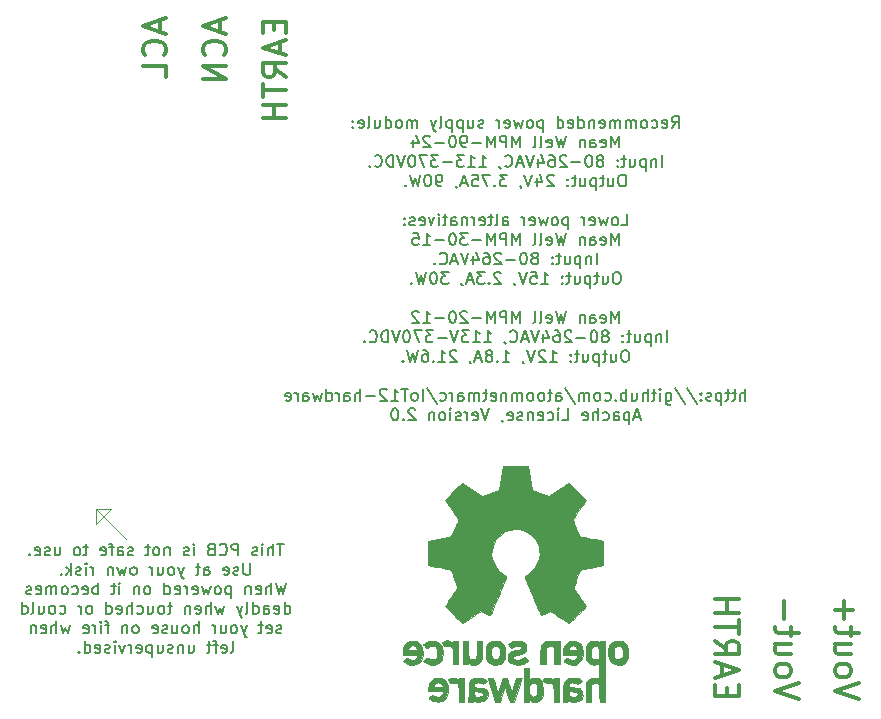
<source format=gbo>
G04 #@! TF.GenerationSoftware,KiCad,Pcbnew,(5.1.10)-1*
G04 #@! TF.CreationDate,2021-10-08T18:43:58+02:00*
G04 #@! TF.ProjectId,IoT12 Power Supply,496f5431-3220-4506-9f77-657220537570,rev?*
G04 #@! TF.SameCoordinates,Original*
G04 #@! TF.FileFunction,Legend,Bot*
G04 #@! TF.FilePolarity,Positive*
%FSLAX46Y46*%
G04 Gerber Fmt 4.6, Leading zero omitted, Abs format (unit mm)*
G04 Created by KiCad (PCBNEW (5.1.10)-1) date 2021-10-08 18:43:58*
%MOMM*%
%LPD*%
G01*
G04 APERTURE LIST*
%ADD10C,0.150000*%
%ADD11C,0.120000*%
%ADD12C,0.300000*%
%ADD13C,0.010000*%
%ADD14C,2.500000*%
%ADD15R,2.500000X2.500000*%
%ADD16C,4.000000*%
%ADD17C,0.800000*%
%ADD18C,6.400000*%
%ADD19C,3.000000*%
%ADD20R,3.000000X3.000000*%
G04 APERTURE END LIST*
D10*
X132753333Y-105817380D02*
X132181904Y-105817380D01*
X132467619Y-106817380D02*
X132467619Y-105817380D01*
X131848571Y-106817380D02*
X131848571Y-105817380D01*
X131420000Y-106817380D02*
X131420000Y-106293571D01*
X131467619Y-106198333D01*
X131562857Y-106150714D01*
X131705714Y-106150714D01*
X131800952Y-106198333D01*
X131848571Y-106245952D01*
X130943809Y-106817380D02*
X130943809Y-106150714D01*
X130943809Y-105817380D02*
X130991428Y-105865000D01*
X130943809Y-105912619D01*
X130896190Y-105865000D01*
X130943809Y-105817380D01*
X130943809Y-105912619D01*
X130515238Y-106769761D02*
X130420000Y-106817380D01*
X130229523Y-106817380D01*
X130134285Y-106769761D01*
X130086666Y-106674523D01*
X130086666Y-106626904D01*
X130134285Y-106531666D01*
X130229523Y-106484047D01*
X130372380Y-106484047D01*
X130467619Y-106436428D01*
X130515238Y-106341190D01*
X130515238Y-106293571D01*
X130467619Y-106198333D01*
X130372380Y-106150714D01*
X130229523Y-106150714D01*
X130134285Y-106198333D01*
X128896190Y-106817380D02*
X128896190Y-105817380D01*
X128515238Y-105817380D01*
X128420000Y-105865000D01*
X128372380Y-105912619D01*
X128324761Y-106007857D01*
X128324761Y-106150714D01*
X128372380Y-106245952D01*
X128420000Y-106293571D01*
X128515238Y-106341190D01*
X128896190Y-106341190D01*
X127324761Y-106722142D02*
X127372380Y-106769761D01*
X127515238Y-106817380D01*
X127610476Y-106817380D01*
X127753333Y-106769761D01*
X127848571Y-106674523D01*
X127896190Y-106579285D01*
X127943809Y-106388809D01*
X127943809Y-106245952D01*
X127896190Y-106055476D01*
X127848571Y-105960238D01*
X127753333Y-105865000D01*
X127610476Y-105817380D01*
X127515238Y-105817380D01*
X127372380Y-105865000D01*
X127324761Y-105912619D01*
X126562857Y-106293571D02*
X126420000Y-106341190D01*
X126372380Y-106388809D01*
X126324761Y-106484047D01*
X126324761Y-106626904D01*
X126372380Y-106722142D01*
X126420000Y-106769761D01*
X126515238Y-106817380D01*
X126896190Y-106817380D01*
X126896190Y-105817380D01*
X126562857Y-105817380D01*
X126467619Y-105865000D01*
X126420000Y-105912619D01*
X126372380Y-106007857D01*
X126372380Y-106103095D01*
X126420000Y-106198333D01*
X126467619Y-106245952D01*
X126562857Y-106293571D01*
X126896190Y-106293571D01*
X125134285Y-106817380D02*
X125134285Y-106150714D01*
X125134285Y-105817380D02*
X125181904Y-105865000D01*
X125134285Y-105912619D01*
X125086666Y-105865000D01*
X125134285Y-105817380D01*
X125134285Y-105912619D01*
X124705714Y-106769761D02*
X124610476Y-106817380D01*
X124420000Y-106817380D01*
X124324761Y-106769761D01*
X124277142Y-106674523D01*
X124277142Y-106626904D01*
X124324761Y-106531666D01*
X124420000Y-106484047D01*
X124562857Y-106484047D01*
X124658095Y-106436428D01*
X124705714Y-106341190D01*
X124705714Y-106293571D01*
X124658095Y-106198333D01*
X124562857Y-106150714D01*
X124420000Y-106150714D01*
X124324761Y-106198333D01*
X123086666Y-106150714D02*
X123086666Y-106817380D01*
X123086666Y-106245952D02*
X123039047Y-106198333D01*
X122943809Y-106150714D01*
X122800952Y-106150714D01*
X122705714Y-106198333D01*
X122658095Y-106293571D01*
X122658095Y-106817380D01*
X122039047Y-106817380D02*
X122134285Y-106769761D01*
X122181904Y-106722142D01*
X122229523Y-106626904D01*
X122229523Y-106341190D01*
X122181904Y-106245952D01*
X122134285Y-106198333D01*
X122039047Y-106150714D01*
X121896190Y-106150714D01*
X121800952Y-106198333D01*
X121753333Y-106245952D01*
X121705714Y-106341190D01*
X121705714Y-106626904D01*
X121753333Y-106722142D01*
X121800952Y-106769761D01*
X121896190Y-106817380D01*
X122039047Y-106817380D01*
X121420000Y-106150714D02*
X121039047Y-106150714D01*
X121277142Y-105817380D02*
X121277142Y-106674523D01*
X121229523Y-106769761D01*
X121134285Y-106817380D01*
X121039047Y-106817380D01*
X119991428Y-106769761D02*
X119896190Y-106817380D01*
X119705714Y-106817380D01*
X119610476Y-106769761D01*
X119562857Y-106674523D01*
X119562857Y-106626904D01*
X119610476Y-106531666D01*
X119705714Y-106484047D01*
X119848571Y-106484047D01*
X119943809Y-106436428D01*
X119991428Y-106341190D01*
X119991428Y-106293571D01*
X119943809Y-106198333D01*
X119848571Y-106150714D01*
X119705714Y-106150714D01*
X119610476Y-106198333D01*
X118705714Y-106817380D02*
X118705714Y-106293571D01*
X118753333Y-106198333D01*
X118848571Y-106150714D01*
X119039047Y-106150714D01*
X119134285Y-106198333D01*
X118705714Y-106769761D02*
X118800952Y-106817380D01*
X119039047Y-106817380D01*
X119134285Y-106769761D01*
X119181904Y-106674523D01*
X119181904Y-106579285D01*
X119134285Y-106484047D01*
X119039047Y-106436428D01*
X118800952Y-106436428D01*
X118705714Y-106388809D01*
X118372380Y-106150714D02*
X117991428Y-106150714D01*
X118229523Y-106817380D02*
X118229523Y-105960238D01*
X118181904Y-105865000D01*
X118086666Y-105817380D01*
X117991428Y-105817380D01*
X117277142Y-106769761D02*
X117372380Y-106817380D01*
X117562857Y-106817380D01*
X117658095Y-106769761D01*
X117705714Y-106674523D01*
X117705714Y-106293571D01*
X117658095Y-106198333D01*
X117562857Y-106150714D01*
X117372380Y-106150714D01*
X117277142Y-106198333D01*
X117229523Y-106293571D01*
X117229523Y-106388809D01*
X117705714Y-106484047D01*
X116181904Y-106150714D02*
X115800952Y-106150714D01*
X116039047Y-105817380D02*
X116039047Y-106674523D01*
X115991428Y-106769761D01*
X115896190Y-106817380D01*
X115800952Y-106817380D01*
X115324761Y-106817380D02*
X115420000Y-106769761D01*
X115467619Y-106722142D01*
X115515238Y-106626904D01*
X115515238Y-106341190D01*
X115467619Y-106245952D01*
X115420000Y-106198333D01*
X115324761Y-106150714D01*
X115181904Y-106150714D01*
X115086666Y-106198333D01*
X115039047Y-106245952D01*
X114991428Y-106341190D01*
X114991428Y-106626904D01*
X115039047Y-106722142D01*
X115086666Y-106769761D01*
X115181904Y-106817380D01*
X115324761Y-106817380D01*
X113372380Y-106150714D02*
X113372380Y-106817380D01*
X113800952Y-106150714D02*
X113800952Y-106674523D01*
X113753333Y-106769761D01*
X113658095Y-106817380D01*
X113515238Y-106817380D01*
X113420000Y-106769761D01*
X113372380Y-106722142D01*
X112943809Y-106769761D02*
X112848571Y-106817380D01*
X112658095Y-106817380D01*
X112562857Y-106769761D01*
X112515238Y-106674523D01*
X112515238Y-106626904D01*
X112562857Y-106531666D01*
X112658095Y-106484047D01*
X112800952Y-106484047D01*
X112896190Y-106436428D01*
X112943809Y-106341190D01*
X112943809Y-106293571D01*
X112896190Y-106198333D01*
X112800952Y-106150714D01*
X112658095Y-106150714D01*
X112562857Y-106198333D01*
X111705714Y-106769761D02*
X111800952Y-106817380D01*
X111991428Y-106817380D01*
X112086666Y-106769761D01*
X112134285Y-106674523D01*
X112134285Y-106293571D01*
X112086666Y-106198333D01*
X111991428Y-106150714D01*
X111800952Y-106150714D01*
X111705714Y-106198333D01*
X111658095Y-106293571D01*
X111658095Y-106388809D01*
X112134285Y-106484047D01*
X111229523Y-106722142D02*
X111181904Y-106769761D01*
X111229523Y-106817380D01*
X111277142Y-106769761D01*
X111229523Y-106722142D01*
X111229523Y-106817380D01*
X129920000Y-107467380D02*
X129920000Y-108276904D01*
X129872380Y-108372142D01*
X129824761Y-108419761D01*
X129729523Y-108467380D01*
X129539047Y-108467380D01*
X129443809Y-108419761D01*
X129396190Y-108372142D01*
X129348571Y-108276904D01*
X129348571Y-107467380D01*
X128920000Y-108419761D02*
X128824761Y-108467380D01*
X128634285Y-108467380D01*
X128539047Y-108419761D01*
X128491428Y-108324523D01*
X128491428Y-108276904D01*
X128539047Y-108181666D01*
X128634285Y-108134047D01*
X128777142Y-108134047D01*
X128872380Y-108086428D01*
X128920000Y-107991190D01*
X128920000Y-107943571D01*
X128872380Y-107848333D01*
X128777142Y-107800714D01*
X128634285Y-107800714D01*
X128539047Y-107848333D01*
X127681904Y-108419761D02*
X127777142Y-108467380D01*
X127967619Y-108467380D01*
X128062857Y-108419761D01*
X128110476Y-108324523D01*
X128110476Y-107943571D01*
X128062857Y-107848333D01*
X127967619Y-107800714D01*
X127777142Y-107800714D01*
X127681904Y-107848333D01*
X127634285Y-107943571D01*
X127634285Y-108038809D01*
X128110476Y-108134047D01*
X126015238Y-108467380D02*
X126015238Y-107943571D01*
X126062857Y-107848333D01*
X126158095Y-107800714D01*
X126348571Y-107800714D01*
X126443809Y-107848333D01*
X126015238Y-108419761D02*
X126110476Y-108467380D01*
X126348571Y-108467380D01*
X126443809Y-108419761D01*
X126491428Y-108324523D01*
X126491428Y-108229285D01*
X126443809Y-108134047D01*
X126348571Y-108086428D01*
X126110476Y-108086428D01*
X126015238Y-108038809D01*
X125681904Y-107800714D02*
X125300952Y-107800714D01*
X125539047Y-107467380D02*
X125539047Y-108324523D01*
X125491428Y-108419761D01*
X125396190Y-108467380D01*
X125300952Y-108467380D01*
X124300952Y-107800714D02*
X124062857Y-108467380D01*
X123824761Y-107800714D02*
X124062857Y-108467380D01*
X124158095Y-108705476D01*
X124205714Y-108753095D01*
X124300952Y-108800714D01*
X123300952Y-108467380D02*
X123396190Y-108419761D01*
X123443809Y-108372142D01*
X123491428Y-108276904D01*
X123491428Y-107991190D01*
X123443809Y-107895952D01*
X123396190Y-107848333D01*
X123300952Y-107800714D01*
X123158095Y-107800714D01*
X123062857Y-107848333D01*
X123015238Y-107895952D01*
X122967619Y-107991190D01*
X122967619Y-108276904D01*
X123015238Y-108372142D01*
X123062857Y-108419761D01*
X123158095Y-108467380D01*
X123300952Y-108467380D01*
X122110476Y-107800714D02*
X122110476Y-108467380D01*
X122539047Y-107800714D02*
X122539047Y-108324523D01*
X122491428Y-108419761D01*
X122396190Y-108467380D01*
X122253333Y-108467380D01*
X122158095Y-108419761D01*
X122110476Y-108372142D01*
X121634285Y-108467380D02*
X121634285Y-107800714D01*
X121634285Y-107991190D02*
X121586666Y-107895952D01*
X121539047Y-107848333D01*
X121443809Y-107800714D01*
X121348571Y-107800714D01*
X120110476Y-108467380D02*
X120205714Y-108419761D01*
X120253333Y-108372142D01*
X120300952Y-108276904D01*
X120300952Y-107991190D01*
X120253333Y-107895952D01*
X120205714Y-107848333D01*
X120110476Y-107800714D01*
X119967619Y-107800714D01*
X119872380Y-107848333D01*
X119824761Y-107895952D01*
X119777142Y-107991190D01*
X119777142Y-108276904D01*
X119824761Y-108372142D01*
X119872380Y-108419761D01*
X119967619Y-108467380D01*
X120110476Y-108467380D01*
X119443809Y-107800714D02*
X119253333Y-108467380D01*
X119062857Y-107991190D01*
X118872380Y-108467380D01*
X118681904Y-107800714D01*
X118300952Y-107800714D02*
X118300952Y-108467380D01*
X118300952Y-107895952D02*
X118253333Y-107848333D01*
X118158095Y-107800714D01*
X118015238Y-107800714D01*
X117920000Y-107848333D01*
X117872380Y-107943571D01*
X117872380Y-108467380D01*
X116634285Y-108467380D02*
X116634285Y-107800714D01*
X116634285Y-107991190D02*
X116586666Y-107895952D01*
X116539047Y-107848333D01*
X116443809Y-107800714D01*
X116348571Y-107800714D01*
X116015238Y-108467380D02*
X116015238Y-107800714D01*
X116015238Y-107467380D02*
X116062857Y-107515000D01*
X116015238Y-107562619D01*
X115967619Y-107515000D01*
X116015238Y-107467380D01*
X116015238Y-107562619D01*
X115586666Y-108419761D02*
X115491428Y-108467380D01*
X115300952Y-108467380D01*
X115205714Y-108419761D01*
X115158095Y-108324523D01*
X115158095Y-108276904D01*
X115205714Y-108181666D01*
X115300952Y-108134047D01*
X115443809Y-108134047D01*
X115539047Y-108086428D01*
X115586666Y-107991190D01*
X115586666Y-107943571D01*
X115539047Y-107848333D01*
X115443809Y-107800714D01*
X115300952Y-107800714D01*
X115205714Y-107848333D01*
X114729523Y-108467380D02*
X114729523Y-107467380D01*
X114634285Y-108086428D02*
X114348571Y-108467380D01*
X114348571Y-107800714D02*
X114729523Y-108181666D01*
X113920000Y-108372142D02*
X113872380Y-108419761D01*
X113920000Y-108467380D01*
X113967619Y-108419761D01*
X113920000Y-108372142D01*
X113920000Y-108467380D01*
X132943809Y-109117380D02*
X132705714Y-110117380D01*
X132515238Y-109403095D01*
X132324761Y-110117380D01*
X132086666Y-109117380D01*
X131705714Y-110117380D02*
X131705714Y-109117380D01*
X131277142Y-110117380D02*
X131277142Y-109593571D01*
X131324761Y-109498333D01*
X131420000Y-109450714D01*
X131562857Y-109450714D01*
X131658095Y-109498333D01*
X131705714Y-109545952D01*
X130420000Y-110069761D02*
X130515238Y-110117380D01*
X130705714Y-110117380D01*
X130800952Y-110069761D01*
X130848571Y-109974523D01*
X130848571Y-109593571D01*
X130800952Y-109498333D01*
X130705714Y-109450714D01*
X130515238Y-109450714D01*
X130420000Y-109498333D01*
X130372380Y-109593571D01*
X130372380Y-109688809D01*
X130848571Y-109784047D01*
X129943809Y-109450714D02*
X129943809Y-110117380D01*
X129943809Y-109545952D02*
X129896190Y-109498333D01*
X129800952Y-109450714D01*
X129658095Y-109450714D01*
X129562857Y-109498333D01*
X129515238Y-109593571D01*
X129515238Y-110117380D01*
X128277142Y-109450714D02*
X128277142Y-110450714D01*
X128277142Y-109498333D02*
X128181904Y-109450714D01*
X127991428Y-109450714D01*
X127896190Y-109498333D01*
X127848571Y-109545952D01*
X127800952Y-109641190D01*
X127800952Y-109926904D01*
X127848571Y-110022142D01*
X127896190Y-110069761D01*
X127991428Y-110117380D01*
X128181904Y-110117380D01*
X128277142Y-110069761D01*
X127229523Y-110117380D02*
X127324761Y-110069761D01*
X127372380Y-110022142D01*
X127420000Y-109926904D01*
X127420000Y-109641190D01*
X127372380Y-109545952D01*
X127324761Y-109498333D01*
X127229523Y-109450714D01*
X127086666Y-109450714D01*
X126991428Y-109498333D01*
X126943809Y-109545952D01*
X126896190Y-109641190D01*
X126896190Y-109926904D01*
X126943809Y-110022142D01*
X126991428Y-110069761D01*
X127086666Y-110117380D01*
X127229523Y-110117380D01*
X126562857Y-109450714D02*
X126372380Y-110117380D01*
X126181904Y-109641190D01*
X125991428Y-110117380D01*
X125800952Y-109450714D01*
X125039047Y-110069761D02*
X125134285Y-110117380D01*
X125324761Y-110117380D01*
X125420000Y-110069761D01*
X125467619Y-109974523D01*
X125467619Y-109593571D01*
X125420000Y-109498333D01*
X125324761Y-109450714D01*
X125134285Y-109450714D01*
X125039047Y-109498333D01*
X124991428Y-109593571D01*
X124991428Y-109688809D01*
X125467619Y-109784047D01*
X124562857Y-110117380D02*
X124562857Y-109450714D01*
X124562857Y-109641190D02*
X124515238Y-109545952D01*
X124467619Y-109498333D01*
X124372380Y-109450714D01*
X124277142Y-109450714D01*
X123562857Y-110069761D02*
X123658095Y-110117380D01*
X123848571Y-110117380D01*
X123943809Y-110069761D01*
X123991428Y-109974523D01*
X123991428Y-109593571D01*
X123943809Y-109498333D01*
X123848571Y-109450714D01*
X123658095Y-109450714D01*
X123562857Y-109498333D01*
X123515238Y-109593571D01*
X123515238Y-109688809D01*
X123991428Y-109784047D01*
X122658095Y-110117380D02*
X122658095Y-109117380D01*
X122658095Y-110069761D02*
X122753333Y-110117380D01*
X122943809Y-110117380D01*
X123039047Y-110069761D01*
X123086666Y-110022142D01*
X123134285Y-109926904D01*
X123134285Y-109641190D01*
X123086666Y-109545952D01*
X123039047Y-109498333D01*
X122943809Y-109450714D01*
X122753333Y-109450714D01*
X122658095Y-109498333D01*
X121277142Y-110117380D02*
X121372380Y-110069761D01*
X121420000Y-110022142D01*
X121467619Y-109926904D01*
X121467619Y-109641190D01*
X121420000Y-109545952D01*
X121372380Y-109498333D01*
X121277142Y-109450714D01*
X121134285Y-109450714D01*
X121039047Y-109498333D01*
X120991428Y-109545952D01*
X120943809Y-109641190D01*
X120943809Y-109926904D01*
X120991428Y-110022142D01*
X121039047Y-110069761D01*
X121134285Y-110117380D01*
X121277142Y-110117380D01*
X120515238Y-109450714D02*
X120515238Y-110117380D01*
X120515238Y-109545952D02*
X120467619Y-109498333D01*
X120372380Y-109450714D01*
X120229523Y-109450714D01*
X120134285Y-109498333D01*
X120086666Y-109593571D01*
X120086666Y-110117380D01*
X118848571Y-110117380D02*
X118848571Y-109450714D01*
X118848571Y-109117380D02*
X118896190Y-109165000D01*
X118848571Y-109212619D01*
X118800952Y-109165000D01*
X118848571Y-109117380D01*
X118848571Y-109212619D01*
X118515238Y-109450714D02*
X118134285Y-109450714D01*
X118372380Y-109117380D02*
X118372380Y-109974523D01*
X118324761Y-110069761D01*
X118229523Y-110117380D01*
X118134285Y-110117380D01*
X117039047Y-110117380D02*
X117039047Y-109117380D01*
X117039047Y-109498333D02*
X116943809Y-109450714D01*
X116753333Y-109450714D01*
X116658095Y-109498333D01*
X116610476Y-109545952D01*
X116562857Y-109641190D01*
X116562857Y-109926904D01*
X116610476Y-110022142D01*
X116658095Y-110069761D01*
X116753333Y-110117380D01*
X116943809Y-110117380D01*
X117039047Y-110069761D01*
X115753333Y-110069761D02*
X115848571Y-110117380D01*
X116039047Y-110117380D01*
X116134285Y-110069761D01*
X116181904Y-109974523D01*
X116181904Y-109593571D01*
X116134285Y-109498333D01*
X116039047Y-109450714D01*
X115848571Y-109450714D01*
X115753333Y-109498333D01*
X115705714Y-109593571D01*
X115705714Y-109688809D01*
X116181904Y-109784047D01*
X114848571Y-110069761D02*
X114943809Y-110117380D01*
X115134285Y-110117380D01*
X115229523Y-110069761D01*
X115277142Y-110022142D01*
X115324761Y-109926904D01*
X115324761Y-109641190D01*
X115277142Y-109545952D01*
X115229523Y-109498333D01*
X115134285Y-109450714D01*
X114943809Y-109450714D01*
X114848571Y-109498333D01*
X114277142Y-110117380D02*
X114372380Y-110069761D01*
X114420000Y-110022142D01*
X114467619Y-109926904D01*
X114467619Y-109641190D01*
X114420000Y-109545952D01*
X114372380Y-109498333D01*
X114277142Y-109450714D01*
X114134285Y-109450714D01*
X114039047Y-109498333D01*
X113991428Y-109545952D01*
X113943809Y-109641190D01*
X113943809Y-109926904D01*
X113991428Y-110022142D01*
X114039047Y-110069761D01*
X114134285Y-110117380D01*
X114277142Y-110117380D01*
X113515238Y-110117380D02*
X113515238Y-109450714D01*
X113515238Y-109545952D02*
X113467619Y-109498333D01*
X113372380Y-109450714D01*
X113229523Y-109450714D01*
X113134285Y-109498333D01*
X113086666Y-109593571D01*
X113086666Y-110117380D01*
X113086666Y-109593571D02*
X113039047Y-109498333D01*
X112943809Y-109450714D01*
X112800952Y-109450714D01*
X112705714Y-109498333D01*
X112658095Y-109593571D01*
X112658095Y-110117380D01*
X111800952Y-110069761D02*
X111896190Y-110117380D01*
X112086666Y-110117380D01*
X112181904Y-110069761D01*
X112229523Y-109974523D01*
X112229523Y-109593571D01*
X112181904Y-109498333D01*
X112086666Y-109450714D01*
X111896190Y-109450714D01*
X111800952Y-109498333D01*
X111753333Y-109593571D01*
X111753333Y-109688809D01*
X112229523Y-109784047D01*
X111372380Y-110069761D02*
X111277142Y-110117380D01*
X111086666Y-110117380D01*
X110991428Y-110069761D01*
X110943809Y-109974523D01*
X110943809Y-109926904D01*
X110991428Y-109831666D01*
X111086666Y-109784047D01*
X111229523Y-109784047D01*
X111324761Y-109736428D01*
X111372380Y-109641190D01*
X111372380Y-109593571D01*
X111324761Y-109498333D01*
X111229523Y-109450714D01*
X111086666Y-109450714D01*
X110991428Y-109498333D01*
X132824761Y-111767380D02*
X132824761Y-110767380D01*
X132824761Y-111719761D02*
X132920000Y-111767380D01*
X133110476Y-111767380D01*
X133205714Y-111719761D01*
X133253333Y-111672142D01*
X133300952Y-111576904D01*
X133300952Y-111291190D01*
X133253333Y-111195952D01*
X133205714Y-111148333D01*
X133110476Y-111100714D01*
X132920000Y-111100714D01*
X132824761Y-111148333D01*
X131967619Y-111719761D02*
X132062857Y-111767380D01*
X132253333Y-111767380D01*
X132348571Y-111719761D01*
X132396190Y-111624523D01*
X132396190Y-111243571D01*
X132348571Y-111148333D01*
X132253333Y-111100714D01*
X132062857Y-111100714D01*
X131967619Y-111148333D01*
X131920000Y-111243571D01*
X131920000Y-111338809D01*
X132396190Y-111434047D01*
X131062857Y-111767380D02*
X131062857Y-111243571D01*
X131110476Y-111148333D01*
X131205714Y-111100714D01*
X131396190Y-111100714D01*
X131491428Y-111148333D01*
X131062857Y-111719761D02*
X131158095Y-111767380D01*
X131396190Y-111767380D01*
X131491428Y-111719761D01*
X131539047Y-111624523D01*
X131539047Y-111529285D01*
X131491428Y-111434047D01*
X131396190Y-111386428D01*
X131158095Y-111386428D01*
X131062857Y-111338809D01*
X130158095Y-111767380D02*
X130158095Y-110767380D01*
X130158095Y-111719761D02*
X130253333Y-111767380D01*
X130443809Y-111767380D01*
X130539047Y-111719761D01*
X130586666Y-111672142D01*
X130634285Y-111576904D01*
X130634285Y-111291190D01*
X130586666Y-111195952D01*
X130539047Y-111148333D01*
X130443809Y-111100714D01*
X130253333Y-111100714D01*
X130158095Y-111148333D01*
X129539047Y-111767380D02*
X129634285Y-111719761D01*
X129681904Y-111624523D01*
X129681904Y-110767380D01*
X129253333Y-111100714D02*
X129015238Y-111767380D01*
X128777142Y-111100714D02*
X129015238Y-111767380D01*
X129110476Y-112005476D01*
X129158095Y-112053095D01*
X129253333Y-112100714D01*
X127729523Y-111100714D02*
X127539047Y-111767380D01*
X127348571Y-111291190D01*
X127158095Y-111767380D01*
X126967619Y-111100714D01*
X126586666Y-111767380D02*
X126586666Y-110767380D01*
X126158095Y-111767380D02*
X126158095Y-111243571D01*
X126205714Y-111148333D01*
X126300952Y-111100714D01*
X126443809Y-111100714D01*
X126539047Y-111148333D01*
X126586666Y-111195952D01*
X125300952Y-111719761D02*
X125396190Y-111767380D01*
X125586666Y-111767380D01*
X125681904Y-111719761D01*
X125729523Y-111624523D01*
X125729523Y-111243571D01*
X125681904Y-111148333D01*
X125586666Y-111100714D01*
X125396190Y-111100714D01*
X125300952Y-111148333D01*
X125253333Y-111243571D01*
X125253333Y-111338809D01*
X125729523Y-111434047D01*
X124824761Y-111100714D02*
X124824761Y-111767380D01*
X124824761Y-111195952D02*
X124777142Y-111148333D01*
X124681904Y-111100714D01*
X124539047Y-111100714D01*
X124443809Y-111148333D01*
X124396190Y-111243571D01*
X124396190Y-111767380D01*
X123300952Y-111100714D02*
X122920000Y-111100714D01*
X123158095Y-110767380D02*
X123158095Y-111624523D01*
X123110476Y-111719761D01*
X123015238Y-111767380D01*
X122920000Y-111767380D01*
X122443809Y-111767380D02*
X122539047Y-111719761D01*
X122586666Y-111672142D01*
X122634285Y-111576904D01*
X122634285Y-111291190D01*
X122586666Y-111195952D01*
X122539047Y-111148333D01*
X122443809Y-111100714D01*
X122300952Y-111100714D01*
X122205714Y-111148333D01*
X122158095Y-111195952D01*
X122110476Y-111291190D01*
X122110476Y-111576904D01*
X122158095Y-111672142D01*
X122205714Y-111719761D01*
X122300952Y-111767380D01*
X122443809Y-111767380D01*
X121253333Y-111100714D02*
X121253333Y-111767380D01*
X121681904Y-111100714D02*
X121681904Y-111624523D01*
X121634285Y-111719761D01*
X121539047Y-111767380D01*
X121396190Y-111767380D01*
X121300952Y-111719761D01*
X121253333Y-111672142D01*
X120348571Y-111719761D02*
X120443809Y-111767380D01*
X120634285Y-111767380D01*
X120729523Y-111719761D01*
X120777142Y-111672142D01*
X120824761Y-111576904D01*
X120824761Y-111291190D01*
X120777142Y-111195952D01*
X120729523Y-111148333D01*
X120634285Y-111100714D01*
X120443809Y-111100714D01*
X120348571Y-111148333D01*
X119920000Y-111767380D02*
X119920000Y-110767380D01*
X119491428Y-111767380D02*
X119491428Y-111243571D01*
X119539047Y-111148333D01*
X119634285Y-111100714D01*
X119777142Y-111100714D01*
X119872380Y-111148333D01*
X119920000Y-111195952D01*
X118634285Y-111719761D02*
X118729523Y-111767380D01*
X118920000Y-111767380D01*
X119015238Y-111719761D01*
X119062857Y-111624523D01*
X119062857Y-111243571D01*
X119015238Y-111148333D01*
X118920000Y-111100714D01*
X118729523Y-111100714D01*
X118634285Y-111148333D01*
X118586666Y-111243571D01*
X118586666Y-111338809D01*
X119062857Y-111434047D01*
X117729523Y-111767380D02*
X117729523Y-110767380D01*
X117729523Y-111719761D02*
X117824761Y-111767380D01*
X118015238Y-111767380D01*
X118110476Y-111719761D01*
X118158095Y-111672142D01*
X118205714Y-111576904D01*
X118205714Y-111291190D01*
X118158095Y-111195952D01*
X118110476Y-111148333D01*
X118015238Y-111100714D01*
X117824761Y-111100714D01*
X117729523Y-111148333D01*
X116348571Y-111767380D02*
X116443809Y-111719761D01*
X116491428Y-111672142D01*
X116539047Y-111576904D01*
X116539047Y-111291190D01*
X116491428Y-111195952D01*
X116443809Y-111148333D01*
X116348571Y-111100714D01*
X116205714Y-111100714D01*
X116110476Y-111148333D01*
X116062857Y-111195952D01*
X116015238Y-111291190D01*
X116015238Y-111576904D01*
X116062857Y-111672142D01*
X116110476Y-111719761D01*
X116205714Y-111767380D01*
X116348571Y-111767380D01*
X115586666Y-111767380D02*
X115586666Y-111100714D01*
X115586666Y-111291190D02*
X115539047Y-111195952D01*
X115491428Y-111148333D01*
X115396190Y-111100714D01*
X115300952Y-111100714D01*
X113777142Y-111719761D02*
X113872380Y-111767380D01*
X114062857Y-111767380D01*
X114158095Y-111719761D01*
X114205714Y-111672142D01*
X114253333Y-111576904D01*
X114253333Y-111291190D01*
X114205714Y-111195952D01*
X114158095Y-111148333D01*
X114062857Y-111100714D01*
X113872380Y-111100714D01*
X113777142Y-111148333D01*
X113205714Y-111767380D02*
X113300952Y-111719761D01*
X113348571Y-111672142D01*
X113396190Y-111576904D01*
X113396190Y-111291190D01*
X113348571Y-111195952D01*
X113300952Y-111148333D01*
X113205714Y-111100714D01*
X113062857Y-111100714D01*
X112967619Y-111148333D01*
X112920000Y-111195952D01*
X112872380Y-111291190D01*
X112872380Y-111576904D01*
X112920000Y-111672142D01*
X112967619Y-111719761D01*
X113062857Y-111767380D01*
X113205714Y-111767380D01*
X112015238Y-111100714D02*
X112015238Y-111767380D01*
X112443809Y-111100714D02*
X112443809Y-111624523D01*
X112396190Y-111719761D01*
X112300952Y-111767380D01*
X112158095Y-111767380D01*
X112062857Y-111719761D01*
X112015238Y-111672142D01*
X111396190Y-111767380D02*
X111491428Y-111719761D01*
X111539047Y-111624523D01*
X111539047Y-110767380D01*
X110586666Y-111767380D02*
X110586666Y-110767380D01*
X110586666Y-111719761D02*
X110681904Y-111767380D01*
X110872380Y-111767380D01*
X110967619Y-111719761D01*
X111015238Y-111672142D01*
X111062857Y-111576904D01*
X111062857Y-111291190D01*
X111015238Y-111195952D01*
X110967619Y-111148333D01*
X110872380Y-111100714D01*
X110681904Y-111100714D01*
X110586666Y-111148333D01*
X132562857Y-113369761D02*
X132467619Y-113417380D01*
X132277142Y-113417380D01*
X132181904Y-113369761D01*
X132134285Y-113274523D01*
X132134285Y-113226904D01*
X132181904Y-113131666D01*
X132277142Y-113084047D01*
X132420000Y-113084047D01*
X132515238Y-113036428D01*
X132562857Y-112941190D01*
X132562857Y-112893571D01*
X132515238Y-112798333D01*
X132420000Y-112750714D01*
X132277142Y-112750714D01*
X132181904Y-112798333D01*
X131324761Y-113369761D02*
X131420000Y-113417380D01*
X131610476Y-113417380D01*
X131705714Y-113369761D01*
X131753333Y-113274523D01*
X131753333Y-112893571D01*
X131705714Y-112798333D01*
X131610476Y-112750714D01*
X131420000Y-112750714D01*
X131324761Y-112798333D01*
X131277142Y-112893571D01*
X131277142Y-112988809D01*
X131753333Y-113084047D01*
X130991428Y-112750714D02*
X130610476Y-112750714D01*
X130848571Y-112417380D02*
X130848571Y-113274523D01*
X130800952Y-113369761D01*
X130705714Y-113417380D01*
X130610476Y-113417380D01*
X129610476Y-112750714D02*
X129372380Y-113417380D01*
X129134285Y-112750714D02*
X129372380Y-113417380D01*
X129467619Y-113655476D01*
X129515238Y-113703095D01*
X129610476Y-113750714D01*
X128610476Y-113417380D02*
X128705714Y-113369761D01*
X128753333Y-113322142D01*
X128800952Y-113226904D01*
X128800952Y-112941190D01*
X128753333Y-112845952D01*
X128705714Y-112798333D01*
X128610476Y-112750714D01*
X128467619Y-112750714D01*
X128372380Y-112798333D01*
X128324761Y-112845952D01*
X128277142Y-112941190D01*
X128277142Y-113226904D01*
X128324761Y-113322142D01*
X128372380Y-113369761D01*
X128467619Y-113417380D01*
X128610476Y-113417380D01*
X127420000Y-112750714D02*
X127420000Y-113417380D01*
X127848571Y-112750714D02*
X127848571Y-113274523D01*
X127800952Y-113369761D01*
X127705714Y-113417380D01*
X127562857Y-113417380D01*
X127467619Y-113369761D01*
X127420000Y-113322142D01*
X126943809Y-113417380D02*
X126943809Y-112750714D01*
X126943809Y-112941190D02*
X126896190Y-112845952D01*
X126848571Y-112798333D01*
X126753333Y-112750714D01*
X126658095Y-112750714D01*
X125562857Y-113417380D02*
X125562857Y-112417380D01*
X125134285Y-113417380D02*
X125134285Y-112893571D01*
X125181904Y-112798333D01*
X125277142Y-112750714D01*
X125420000Y-112750714D01*
X125515238Y-112798333D01*
X125562857Y-112845952D01*
X124515238Y-113417380D02*
X124610476Y-113369761D01*
X124658095Y-113322142D01*
X124705714Y-113226904D01*
X124705714Y-112941190D01*
X124658095Y-112845952D01*
X124610476Y-112798333D01*
X124515238Y-112750714D01*
X124372380Y-112750714D01*
X124277142Y-112798333D01*
X124229523Y-112845952D01*
X124181904Y-112941190D01*
X124181904Y-113226904D01*
X124229523Y-113322142D01*
X124277142Y-113369761D01*
X124372380Y-113417380D01*
X124515238Y-113417380D01*
X123324761Y-112750714D02*
X123324761Y-113417380D01*
X123753333Y-112750714D02*
X123753333Y-113274523D01*
X123705714Y-113369761D01*
X123610476Y-113417380D01*
X123467619Y-113417380D01*
X123372380Y-113369761D01*
X123324761Y-113322142D01*
X122896190Y-113369761D02*
X122800952Y-113417380D01*
X122610476Y-113417380D01*
X122515238Y-113369761D01*
X122467619Y-113274523D01*
X122467619Y-113226904D01*
X122515238Y-113131666D01*
X122610476Y-113084047D01*
X122753333Y-113084047D01*
X122848571Y-113036428D01*
X122896190Y-112941190D01*
X122896190Y-112893571D01*
X122848571Y-112798333D01*
X122753333Y-112750714D01*
X122610476Y-112750714D01*
X122515238Y-112798333D01*
X121658095Y-113369761D02*
X121753333Y-113417380D01*
X121943809Y-113417380D01*
X122039047Y-113369761D01*
X122086666Y-113274523D01*
X122086666Y-112893571D01*
X122039047Y-112798333D01*
X121943809Y-112750714D01*
X121753333Y-112750714D01*
X121658095Y-112798333D01*
X121610476Y-112893571D01*
X121610476Y-112988809D01*
X122086666Y-113084047D01*
X120277142Y-113417380D02*
X120372380Y-113369761D01*
X120420000Y-113322142D01*
X120467619Y-113226904D01*
X120467619Y-112941190D01*
X120420000Y-112845952D01*
X120372380Y-112798333D01*
X120277142Y-112750714D01*
X120134285Y-112750714D01*
X120039047Y-112798333D01*
X119991428Y-112845952D01*
X119943809Y-112941190D01*
X119943809Y-113226904D01*
X119991428Y-113322142D01*
X120039047Y-113369761D01*
X120134285Y-113417380D01*
X120277142Y-113417380D01*
X119515238Y-112750714D02*
X119515238Y-113417380D01*
X119515238Y-112845952D02*
X119467619Y-112798333D01*
X119372380Y-112750714D01*
X119229523Y-112750714D01*
X119134285Y-112798333D01*
X119086666Y-112893571D01*
X119086666Y-113417380D01*
X117991428Y-112750714D02*
X117610476Y-112750714D01*
X117848571Y-113417380D02*
X117848571Y-112560238D01*
X117800952Y-112465000D01*
X117705714Y-112417380D01*
X117610476Y-112417380D01*
X117277142Y-113417380D02*
X117277142Y-112750714D01*
X117277142Y-112417380D02*
X117324761Y-112465000D01*
X117277142Y-112512619D01*
X117229523Y-112465000D01*
X117277142Y-112417380D01*
X117277142Y-112512619D01*
X116800952Y-113417380D02*
X116800952Y-112750714D01*
X116800952Y-112941190D02*
X116753333Y-112845952D01*
X116705714Y-112798333D01*
X116610476Y-112750714D01*
X116515238Y-112750714D01*
X115800952Y-113369761D02*
X115896190Y-113417380D01*
X116086666Y-113417380D01*
X116181904Y-113369761D01*
X116229523Y-113274523D01*
X116229523Y-112893571D01*
X116181904Y-112798333D01*
X116086666Y-112750714D01*
X115896190Y-112750714D01*
X115800952Y-112798333D01*
X115753333Y-112893571D01*
X115753333Y-112988809D01*
X116229523Y-113084047D01*
X114658095Y-112750714D02*
X114467619Y-113417380D01*
X114277142Y-112941190D01*
X114086666Y-113417380D01*
X113896190Y-112750714D01*
X113515238Y-113417380D02*
X113515238Y-112417380D01*
X113086666Y-113417380D02*
X113086666Y-112893571D01*
X113134285Y-112798333D01*
X113229523Y-112750714D01*
X113372380Y-112750714D01*
X113467619Y-112798333D01*
X113515238Y-112845952D01*
X112229523Y-113369761D02*
X112324761Y-113417380D01*
X112515238Y-113417380D01*
X112610476Y-113369761D01*
X112658095Y-113274523D01*
X112658095Y-112893571D01*
X112610476Y-112798333D01*
X112515238Y-112750714D01*
X112324761Y-112750714D01*
X112229523Y-112798333D01*
X112181904Y-112893571D01*
X112181904Y-112988809D01*
X112658095Y-113084047D01*
X111753333Y-112750714D02*
X111753333Y-113417380D01*
X111753333Y-112845952D02*
X111705714Y-112798333D01*
X111610476Y-112750714D01*
X111467619Y-112750714D01*
X111372380Y-112798333D01*
X111324761Y-112893571D01*
X111324761Y-113417380D01*
X128277142Y-115067380D02*
X128372380Y-115019761D01*
X128420000Y-114924523D01*
X128420000Y-114067380D01*
X127515238Y-115019761D02*
X127610476Y-115067380D01*
X127800952Y-115067380D01*
X127896190Y-115019761D01*
X127943809Y-114924523D01*
X127943809Y-114543571D01*
X127896190Y-114448333D01*
X127800952Y-114400714D01*
X127610476Y-114400714D01*
X127515238Y-114448333D01*
X127467619Y-114543571D01*
X127467619Y-114638809D01*
X127943809Y-114734047D01*
X127181904Y-114400714D02*
X126800952Y-114400714D01*
X127039047Y-115067380D02*
X127039047Y-114210238D01*
X126991428Y-114115000D01*
X126896190Y-114067380D01*
X126800952Y-114067380D01*
X126610476Y-114400714D02*
X126229523Y-114400714D01*
X126467619Y-114067380D02*
X126467619Y-114924523D01*
X126420000Y-115019761D01*
X126324761Y-115067380D01*
X126229523Y-115067380D01*
X124705714Y-114400714D02*
X124705714Y-115067380D01*
X125134285Y-114400714D02*
X125134285Y-114924523D01*
X125086666Y-115019761D01*
X124991428Y-115067380D01*
X124848571Y-115067380D01*
X124753333Y-115019761D01*
X124705714Y-114972142D01*
X124229523Y-114400714D02*
X124229523Y-115067380D01*
X124229523Y-114495952D02*
X124181904Y-114448333D01*
X124086666Y-114400714D01*
X123943809Y-114400714D01*
X123848571Y-114448333D01*
X123800952Y-114543571D01*
X123800952Y-115067380D01*
X123372380Y-115019761D02*
X123277142Y-115067380D01*
X123086666Y-115067380D01*
X122991428Y-115019761D01*
X122943809Y-114924523D01*
X122943809Y-114876904D01*
X122991428Y-114781666D01*
X123086666Y-114734047D01*
X123229523Y-114734047D01*
X123324761Y-114686428D01*
X123372380Y-114591190D01*
X123372380Y-114543571D01*
X123324761Y-114448333D01*
X123229523Y-114400714D01*
X123086666Y-114400714D01*
X122991428Y-114448333D01*
X122086666Y-114400714D02*
X122086666Y-115067380D01*
X122515238Y-114400714D02*
X122515238Y-114924523D01*
X122467619Y-115019761D01*
X122372380Y-115067380D01*
X122229523Y-115067380D01*
X122134285Y-115019761D01*
X122086666Y-114972142D01*
X121610476Y-114400714D02*
X121610476Y-115400714D01*
X121610476Y-114448333D02*
X121515238Y-114400714D01*
X121324761Y-114400714D01*
X121229523Y-114448333D01*
X121181904Y-114495952D01*
X121134285Y-114591190D01*
X121134285Y-114876904D01*
X121181904Y-114972142D01*
X121229523Y-115019761D01*
X121324761Y-115067380D01*
X121515238Y-115067380D01*
X121610476Y-115019761D01*
X120324761Y-115019761D02*
X120420000Y-115067380D01*
X120610476Y-115067380D01*
X120705714Y-115019761D01*
X120753333Y-114924523D01*
X120753333Y-114543571D01*
X120705714Y-114448333D01*
X120610476Y-114400714D01*
X120420000Y-114400714D01*
X120324761Y-114448333D01*
X120277142Y-114543571D01*
X120277142Y-114638809D01*
X120753333Y-114734047D01*
X119848571Y-115067380D02*
X119848571Y-114400714D01*
X119848571Y-114591190D02*
X119800952Y-114495952D01*
X119753333Y-114448333D01*
X119658095Y-114400714D01*
X119562857Y-114400714D01*
X119324761Y-114400714D02*
X119086666Y-115067380D01*
X118848571Y-114400714D01*
X118467619Y-115067380D02*
X118467619Y-114400714D01*
X118467619Y-114067380D02*
X118515238Y-114115000D01*
X118467619Y-114162619D01*
X118420000Y-114115000D01*
X118467619Y-114067380D01*
X118467619Y-114162619D01*
X118039047Y-115019761D02*
X117943809Y-115067380D01*
X117753333Y-115067380D01*
X117658095Y-115019761D01*
X117610476Y-114924523D01*
X117610476Y-114876904D01*
X117658095Y-114781666D01*
X117753333Y-114734047D01*
X117896190Y-114734047D01*
X117991428Y-114686428D01*
X118039047Y-114591190D01*
X118039047Y-114543571D01*
X117991428Y-114448333D01*
X117896190Y-114400714D01*
X117753333Y-114400714D01*
X117658095Y-114448333D01*
X116800952Y-115019761D02*
X116896190Y-115067380D01*
X117086666Y-115067380D01*
X117181904Y-115019761D01*
X117229523Y-114924523D01*
X117229523Y-114543571D01*
X117181904Y-114448333D01*
X117086666Y-114400714D01*
X116896190Y-114400714D01*
X116800952Y-114448333D01*
X116753333Y-114543571D01*
X116753333Y-114638809D01*
X117229523Y-114734047D01*
X115896190Y-115067380D02*
X115896190Y-114067380D01*
X115896190Y-115019761D02*
X115991428Y-115067380D01*
X116181904Y-115067380D01*
X116277142Y-115019761D01*
X116324761Y-114972142D01*
X116372380Y-114876904D01*
X116372380Y-114591190D01*
X116324761Y-114495952D01*
X116277142Y-114448333D01*
X116181904Y-114400714D01*
X115991428Y-114400714D01*
X115896190Y-114448333D01*
X115420000Y-114972142D02*
X115372380Y-115019761D01*
X115420000Y-115067380D01*
X115467619Y-115019761D01*
X115420000Y-114972142D01*
X115420000Y-115067380D01*
D11*
X116840000Y-102870000D02*
X119380000Y-105410000D01*
X118110000Y-102870000D02*
X116840000Y-104140000D01*
X116840000Y-102870000D02*
X118110000Y-102870000D01*
X116840000Y-102870000D02*
X116840000Y-104140000D01*
D12*
X122253333Y-61535952D02*
X122253333Y-62488333D01*
X122824761Y-61345476D02*
X120824761Y-62012142D01*
X122824761Y-62678809D01*
X122634285Y-64488333D02*
X122729523Y-64393095D01*
X122824761Y-64107380D01*
X122824761Y-63916904D01*
X122729523Y-63631190D01*
X122539047Y-63440714D01*
X122348571Y-63345476D01*
X121967619Y-63250238D01*
X121681904Y-63250238D01*
X121300952Y-63345476D01*
X121110476Y-63440714D01*
X120920000Y-63631190D01*
X120824761Y-63916904D01*
X120824761Y-64107380D01*
X120920000Y-64393095D01*
X121015238Y-64488333D01*
X122824761Y-66297857D02*
X122824761Y-65345476D01*
X120824761Y-65345476D01*
X127333333Y-61535952D02*
X127333333Y-62488333D01*
X127904761Y-61345476D02*
X125904761Y-62012142D01*
X127904761Y-62678809D01*
X127714285Y-64488333D02*
X127809523Y-64393095D01*
X127904761Y-64107380D01*
X127904761Y-63916904D01*
X127809523Y-63631190D01*
X127619047Y-63440714D01*
X127428571Y-63345476D01*
X127047619Y-63250238D01*
X126761904Y-63250238D01*
X126380952Y-63345476D01*
X126190476Y-63440714D01*
X126000000Y-63631190D01*
X125904761Y-63916904D01*
X125904761Y-64107380D01*
X126000000Y-64393095D01*
X126095238Y-64488333D01*
X127904761Y-65345476D02*
X125904761Y-65345476D01*
X127904761Y-66488333D01*
X125904761Y-66488333D01*
X131937142Y-61631190D02*
X131937142Y-62297857D01*
X132984761Y-62583571D02*
X132984761Y-61631190D01*
X130984761Y-61631190D01*
X130984761Y-62583571D01*
X132413333Y-63345476D02*
X132413333Y-64297857D01*
X132984761Y-63155000D02*
X130984761Y-63821666D01*
X132984761Y-64488333D01*
X132984761Y-66297857D02*
X132032380Y-65631190D01*
X132984761Y-65155000D02*
X130984761Y-65155000D01*
X130984761Y-65916904D01*
X131080000Y-66107380D01*
X131175238Y-66202619D01*
X131365714Y-66297857D01*
X131651428Y-66297857D01*
X131841904Y-66202619D01*
X131937142Y-66107380D01*
X132032380Y-65916904D01*
X132032380Y-65155000D01*
X130984761Y-66869285D02*
X130984761Y-68012142D01*
X132984761Y-67440714D02*
X130984761Y-67440714D01*
X132984761Y-68678809D02*
X130984761Y-68678809D01*
X131937142Y-68678809D02*
X131937142Y-69821666D01*
X132984761Y-69821666D02*
X130984761Y-69821666D01*
X170322857Y-118708809D02*
X170322857Y-118042142D01*
X169275238Y-117756428D02*
X169275238Y-118708809D01*
X171275238Y-118708809D01*
X171275238Y-117756428D01*
X169846666Y-116994523D02*
X169846666Y-116042142D01*
X169275238Y-117185000D02*
X171275238Y-116518333D01*
X169275238Y-115851666D01*
X169275238Y-114042142D02*
X170227619Y-114708809D01*
X169275238Y-115185000D02*
X171275238Y-115185000D01*
X171275238Y-114423095D01*
X171180000Y-114232619D01*
X171084761Y-114137380D01*
X170894285Y-114042142D01*
X170608571Y-114042142D01*
X170418095Y-114137380D01*
X170322857Y-114232619D01*
X170227619Y-114423095D01*
X170227619Y-115185000D01*
X171275238Y-113470714D02*
X171275238Y-112327857D01*
X169275238Y-112899285D02*
X171275238Y-112899285D01*
X169275238Y-111661190D02*
X171275238Y-111661190D01*
X170322857Y-111661190D02*
X170322857Y-110518333D01*
X169275238Y-110518333D02*
X171275238Y-110518333D01*
X181435238Y-118994523D02*
X179435238Y-118327857D01*
X181435238Y-117661190D01*
X179435238Y-116708809D02*
X179530476Y-116899285D01*
X179625714Y-116994523D01*
X179816190Y-117089761D01*
X180387619Y-117089761D01*
X180578095Y-116994523D01*
X180673333Y-116899285D01*
X180768571Y-116708809D01*
X180768571Y-116423095D01*
X180673333Y-116232619D01*
X180578095Y-116137380D01*
X180387619Y-116042142D01*
X179816190Y-116042142D01*
X179625714Y-116137380D01*
X179530476Y-116232619D01*
X179435238Y-116423095D01*
X179435238Y-116708809D01*
X180768571Y-114327857D02*
X179435238Y-114327857D01*
X180768571Y-115185000D02*
X179720952Y-115185000D01*
X179530476Y-115089761D01*
X179435238Y-114899285D01*
X179435238Y-114613571D01*
X179530476Y-114423095D01*
X179625714Y-114327857D01*
X180768571Y-113661190D02*
X180768571Y-112899285D01*
X181435238Y-113375476D02*
X179720952Y-113375476D01*
X179530476Y-113280238D01*
X179435238Y-113089761D01*
X179435238Y-112899285D01*
X180197142Y-112232619D02*
X180197142Y-110708809D01*
X179435238Y-111470714D02*
X180959047Y-111470714D01*
X176355238Y-118994523D02*
X174355238Y-118327857D01*
X176355238Y-117661190D01*
X174355238Y-116708809D02*
X174450476Y-116899285D01*
X174545714Y-116994523D01*
X174736190Y-117089761D01*
X175307619Y-117089761D01*
X175498095Y-116994523D01*
X175593333Y-116899285D01*
X175688571Y-116708809D01*
X175688571Y-116423095D01*
X175593333Y-116232619D01*
X175498095Y-116137380D01*
X175307619Y-116042142D01*
X174736190Y-116042142D01*
X174545714Y-116137380D01*
X174450476Y-116232619D01*
X174355238Y-116423095D01*
X174355238Y-116708809D01*
X175688571Y-114327857D02*
X174355238Y-114327857D01*
X175688571Y-115185000D02*
X174640952Y-115185000D01*
X174450476Y-115089761D01*
X174355238Y-114899285D01*
X174355238Y-114613571D01*
X174450476Y-114423095D01*
X174545714Y-114327857D01*
X175688571Y-113661190D02*
X175688571Y-112899285D01*
X176355238Y-113375476D02*
X174640952Y-113375476D01*
X174450476Y-113280238D01*
X174355238Y-113089761D01*
X174355238Y-112899285D01*
X175117142Y-112232619D02*
X175117142Y-110708809D01*
D10*
X165614285Y-70627380D02*
X165947619Y-70151190D01*
X166185714Y-70627380D02*
X166185714Y-69627380D01*
X165804761Y-69627380D01*
X165709523Y-69675000D01*
X165661904Y-69722619D01*
X165614285Y-69817857D01*
X165614285Y-69960714D01*
X165661904Y-70055952D01*
X165709523Y-70103571D01*
X165804761Y-70151190D01*
X166185714Y-70151190D01*
X164804761Y-70579761D02*
X164900000Y-70627380D01*
X165090476Y-70627380D01*
X165185714Y-70579761D01*
X165233333Y-70484523D01*
X165233333Y-70103571D01*
X165185714Y-70008333D01*
X165090476Y-69960714D01*
X164900000Y-69960714D01*
X164804761Y-70008333D01*
X164757142Y-70103571D01*
X164757142Y-70198809D01*
X165233333Y-70294047D01*
X163900000Y-70579761D02*
X163995238Y-70627380D01*
X164185714Y-70627380D01*
X164280952Y-70579761D01*
X164328571Y-70532142D01*
X164376190Y-70436904D01*
X164376190Y-70151190D01*
X164328571Y-70055952D01*
X164280952Y-70008333D01*
X164185714Y-69960714D01*
X163995238Y-69960714D01*
X163900000Y-70008333D01*
X163328571Y-70627380D02*
X163423809Y-70579761D01*
X163471428Y-70532142D01*
X163519047Y-70436904D01*
X163519047Y-70151190D01*
X163471428Y-70055952D01*
X163423809Y-70008333D01*
X163328571Y-69960714D01*
X163185714Y-69960714D01*
X163090476Y-70008333D01*
X163042857Y-70055952D01*
X162995238Y-70151190D01*
X162995238Y-70436904D01*
X163042857Y-70532142D01*
X163090476Y-70579761D01*
X163185714Y-70627380D01*
X163328571Y-70627380D01*
X162566666Y-70627380D02*
X162566666Y-69960714D01*
X162566666Y-70055952D02*
X162519047Y-70008333D01*
X162423809Y-69960714D01*
X162280952Y-69960714D01*
X162185714Y-70008333D01*
X162138095Y-70103571D01*
X162138095Y-70627380D01*
X162138095Y-70103571D02*
X162090476Y-70008333D01*
X161995238Y-69960714D01*
X161852380Y-69960714D01*
X161757142Y-70008333D01*
X161709523Y-70103571D01*
X161709523Y-70627380D01*
X161233333Y-70627380D02*
X161233333Y-69960714D01*
X161233333Y-70055952D02*
X161185714Y-70008333D01*
X161090476Y-69960714D01*
X160947619Y-69960714D01*
X160852380Y-70008333D01*
X160804761Y-70103571D01*
X160804761Y-70627380D01*
X160804761Y-70103571D02*
X160757142Y-70008333D01*
X160661904Y-69960714D01*
X160519047Y-69960714D01*
X160423809Y-70008333D01*
X160376190Y-70103571D01*
X160376190Y-70627380D01*
X159519047Y-70579761D02*
X159614285Y-70627380D01*
X159804761Y-70627380D01*
X159900000Y-70579761D01*
X159947619Y-70484523D01*
X159947619Y-70103571D01*
X159900000Y-70008333D01*
X159804761Y-69960714D01*
X159614285Y-69960714D01*
X159519047Y-70008333D01*
X159471428Y-70103571D01*
X159471428Y-70198809D01*
X159947619Y-70294047D01*
X159042857Y-69960714D02*
X159042857Y-70627380D01*
X159042857Y-70055952D02*
X158995238Y-70008333D01*
X158900000Y-69960714D01*
X158757142Y-69960714D01*
X158661904Y-70008333D01*
X158614285Y-70103571D01*
X158614285Y-70627380D01*
X157709523Y-70627380D02*
X157709523Y-69627380D01*
X157709523Y-70579761D02*
X157804761Y-70627380D01*
X157995238Y-70627380D01*
X158090476Y-70579761D01*
X158138095Y-70532142D01*
X158185714Y-70436904D01*
X158185714Y-70151190D01*
X158138095Y-70055952D01*
X158090476Y-70008333D01*
X157995238Y-69960714D01*
X157804761Y-69960714D01*
X157709523Y-70008333D01*
X156852380Y-70579761D02*
X156947619Y-70627380D01*
X157138095Y-70627380D01*
X157233333Y-70579761D01*
X157280952Y-70484523D01*
X157280952Y-70103571D01*
X157233333Y-70008333D01*
X157138095Y-69960714D01*
X156947619Y-69960714D01*
X156852380Y-70008333D01*
X156804761Y-70103571D01*
X156804761Y-70198809D01*
X157280952Y-70294047D01*
X155947619Y-70627380D02*
X155947619Y-69627380D01*
X155947619Y-70579761D02*
X156042857Y-70627380D01*
X156233333Y-70627380D01*
X156328571Y-70579761D01*
X156376190Y-70532142D01*
X156423809Y-70436904D01*
X156423809Y-70151190D01*
X156376190Y-70055952D01*
X156328571Y-70008333D01*
X156233333Y-69960714D01*
X156042857Y-69960714D01*
X155947619Y-70008333D01*
X154709523Y-69960714D02*
X154709523Y-70960714D01*
X154709523Y-70008333D02*
X154614285Y-69960714D01*
X154423809Y-69960714D01*
X154328571Y-70008333D01*
X154280952Y-70055952D01*
X154233333Y-70151190D01*
X154233333Y-70436904D01*
X154280952Y-70532142D01*
X154328571Y-70579761D01*
X154423809Y-70627380D01*
X154614285Y-70627380D01*
X154709523Y-70579761D01*
X153661904Y-70627380D02*
X153757142Y-70579761D01*
X153804761Y-70532142D01*
X153852380Y-70436904D01*
X153852380Y-70151190D01*
X153804761Y-70055952D01*
X153757142Y-70008333D01*
X153661904Y-69960714D01*
X153519047Y-69960714D01*
X153423809Y-70008333D01*
X153376190Y-70055952D01*
X153328571Y-70151190D01*
X153328571Y-70436904D01*
X153376190Y-70532142D01*
X153423809Y-70579761D01*
X153519047Y-70627380D01*
X153661904Y-70627380D01*
X152995238Y-69960714D02*
X152804761Y-70627380D01*
X152614285Y-70151190D01*
X152423809Y-70627380D01*
X152233333Y-69960714D01*
X151471428Y-70579761D02*
X151566666Y-70627380D01*
X151757142Y-70627380D01*
X151852380Y-70579761D01*
X151900000Y-70484523D01*
X151900000Y-70103571D01*
X151852380Y-70008333D01*
X151757142Y-69960714D01*
X151566666Y-69960714D01*
X151471428Y-70008333D01*
X151423809Y-70103571D01*
X151423809Y-70198809D01*
X151900000Y-70294047D01*
X150995238Y-70627380D02*
X150995238Y-69960714D01*
X150995238Y-70151190D02*
X150947619Y-70055952D01*
X150900000Y-70008333D01*
X150804761Y-69960714D01*
X150709523Y-69960714D01*
X149661904Y-70579761D02*
X149566666Y-70627380D01*
X149376190Y-70627380D01*
X149280952Y-70579761D01*
X149233333Y-70484523D01*
X149233333Y-70436904D01*
X149280952Y-70341666D01*
X149376190Y-70294047D01*
X149519047Y-70294047D01*
X149614285Y-70246428D01*
X149661904Y-70151190D01*
X149661904Y-70103571D01*
X149614285Y-70008333D01*
X149519047Y-69960714D01*
X149376190Y-69960714D01*
X149280952Y-70008333D01*
X148376190Y-69960714D02*
X148376190Y-70627380D01*
X148804761Y-69960714D02*
X148804761Y-70484523D01*
X148757142Y-70579761D01*
X148661904Y-70627380D01*
X148519047Y-70627380D01*
X148423809Y-70579761D01*
X148376190Y-70532142D01*
X147900000Y-69960714D02*
X147900000Y-70960714D01*
X147900000Y-70008333D02*
X147804761Y-69960714D01*
X147614285Y-69960714D01*
X147519047Y-70008333D01*
X147471428Y-70055952D01*
X147423809Y-70151190D01*
X147423809Y-70436904D01*
X147471428Y-70532142D01*
X147519047Y-70579761D01*
X147614285Y-70627380D01*
X147804761Y-70627380D01*
X147900000Y-70579761D01*
X146995238Y-69960714D02*
X146995238Y-70960714D01*
X146995238Y-70008333D02*
X146900000Y-69960714D01*
X146709523Y-69960714D01*
X146614285Y-70008333D01*
X146566666Y-70055952D01*
X146519047Y-70151190D01*
X146519047Y-70436904D01*
X146566666Y-70532142D01*
X146614285Y-70579761D01*
X146709523Y-70627380D01*
X146900000Y-70627380D01*
X146995238Y-70579761D01*
X145947619Y-70627380D02*
X146042857Y-70579761D01*
X146090476Y-70484523D01*
X146090476Y-69627380D01*
X145661904Y-69960714D02*
X145423809Y-70627380D01*
X145185714Y-69960714D02*
X145423809Y-70627380D01*
X145519047Y-70865476D01*
X145566666Y-70913095D01*
X145661904Y-70960714D01*
X144042857Y-70627380D02*
X144042857Y-69960714D01*
X144042857Y-70055952D02*
X143995238Y-70008333D01*
X143900000Y-69960714D01*
X143757142Y-69960714D01*
X143661904Y-70008333D01*
X143614285Y-70103571D01*
X143614285Y-70627380D01*
X143614285Y-70103571D02*
X143566666Y-70008333D01*
X143471428Y-69960714D01*
X143328571Y-69960714D01*
X143233333Y-70008333D01*
X143185714Y-70103571D01*
X143185714Y-70627380D01*
X142566666Y-70627380D02*
X142661904Y-70579761D01*
X142709523Y-70532142D01*
X142757142Y-70436904D01*
X142757142Y-70151190D01*
X142709523Y-70055952D01*
X142661904Y-70008333D01*
X142566666Y-69960714D01*
X142423809Y-69960714D01*
X142328571Y-70008333D01*
X142280952Y-70055952D01*
X142233333Y-70151190D01*
X142233333Y-70436904D01*
X142280952Y-70532142D01*
X142328571Y-70579761D01*
X142423809Y-70627380D01*
X142566666Y-70627380D01*
X141376190Y-70627380D02*
X141376190Y-69627380D01*
X141376190Y-70579761D02*
X141471428Y-70627380D01*
X141661904Y-70627380D01*
X141757142Y-70579761D01*
X141804761Y-70532142D01*
X141852380Y-70436904D01*
X141852380Y-70151190D01*
X141804761Y-70055952D01*
X141757142Y-70008333D01*
X141661904Y-69960714D01*
X141471428Y-69960714D01*
X141376190Y-70008333D01*
X140471428Y-69960714D02*
X140471428Y-70627380D01*
X140900000Y-69960714D02*
X140900000Y-70484523D01*
X140852380Y-70579761D01*
X140757142Y-70627380D01*
X140614285Y-70627380D01*
X140519047Y-70579761D01*
X140471428Y-70532142D01*
X139852380Y-70627380D02*
X139947619Y-70579761D01*
X139995238Y-70484523D01*
X139995238Y-69627380D01*
X139090476Y-70579761D02*
X139185714Y-70627380D01*
X139376190Y-70627380D01*
X139471428Y-70579761D01*
X139519047Y-70484523D01*
X139519047Y-70103571D01*
X139471428Y-70008333D01*
X139376190Y-69960714D01*
X139185714Y-69960714D01*
X139090476Y-70008333D01*
X139042857Y-70103571D01*
X139042857Y-70198809D01*
X139519047Y-70294047D01*
X138614285Y-70532142D02*
X138566666Y-70579761D01*
X138614285Y-70627380D01*
X138661904Y-70579761D01*
X138614285Y-70532142D01*
X138614285Y-70627380D01*
X138614285Y-70008333D02*
X138566666Y-70055952D01*
X138614285Y-70103571D01*
X138661904Y-70055952D01*
X138614285Y-70008333D01*
X138614285Y-70103571D01*
X161138095Y-72277380D02*
X161138095Y-71277380D01*
X160804761Y-71991666D01*
X160471428Y-71277380D01*
X160471428Y-72277380D01*
X159614285Y-72229761D02*
X159709523Y-72277380D01*
X159900000Y-72277380D01*
X159995238Y-72229761D01*
X160042857Y-72134523D01*
X160042857Y-71753571D01*
X159995238Y-71658333D01*
X159900000Y-71610714D01*
X159709523Y-71610714D01*
X159614285Y-71658333D01*
X159566666Y-71753571D01*
X159566666Y-71848809D01*
X160042857Y-71944047D01*
X158709523Y-72277380D02*
X158709523Y-71753571D01*
X158757142Y-71658333D01*
X158852380Y-71610714D01*
X159042857Y-71610714D01*
X159138095Y-71658333D01*
X158709523Y-72229761D02*
X158804761Y-72277380D01*
X159042857Y-72277380D01*
X159138095Y-72229761D01*
X159185714Y-72134523D01*
X159185714Y-72039285D01*
X159138095Y-71944047D01*
X159042857Y-71896428D01*
X158804761Y-71896428D01*
X158709523Y-71848809D01*
X158233333Y-71610714D02*
X158233333Y-72277380D01*
X158233333Y-71705952D02*
X158185714Y-71658333D01*
X158090476Y-71610714D01*
X157947619Y-71610714D01*
X157852380Y-71658333D01*
X157804761Y-71753571D01*
X157804761Y-72277380D01*
X156661904Y-71277380D02*
X156423809Y-72277380D01*
X156233333Y-71563095D01*
X156042857Y-72277380D01*
X155804761Y-71277380D01*
X155042857Y-72229761D02*
X155138095Y-72277380D01*
X155328571Y-72277380D01*
X155423809Y-72229761D01*
X155471428Y-72134523D01*
X155471428Y-71753571D01*
X155423809Y-71658333D01*
X155328571Y-71610714D01*
X155138095Y-71610714D01*
X155042857Y-71658333D01*
X154995238Y-71753571D01*
X154995238Y-71848809D01*
X155471428Y-71944047D01*
X154423809Y-72277380D02*
X154519047Y-72229761D01*
X154566666Y-72134523D01*
X154566666Y-71277380D01*
X153900000Y-72277380D02*
X153995238Y-72229761D01*
X154042857Y-72134523D01*
X154042857Y-71277380D01*
X152757142Y-72277380D02*
X152757142Y-71277380D01*
X152423809Y-71991666D01*
X152090476Y-71277380D01*
X152090476Y-72277380D01*
X151614285Y-72277380D02*
X151614285Y-71277380D01*
X151233333Y-71277380D01*
X151138095Y-71325000D01*
X151090476Y-71372619D01*
X151042857Y-71467857D01*
X151042857Y-71610714D01*
X151090476Y-71705952D01*
X151138095Y-71753571D01*
X151233333Y-71801190D01*
X151614285Y-71801190D01*
X150614285Y-72277380D02*
X150614285Y-71277380D01*
X150280952Y-71991666D01*
X149947619Y-71277380D01*
X149947619Y-72277380D01*
X149471428Y-71896428D02*
X148709523Y-71896428D01*
X148185714Y-72277380D02*
X147995238Y-72277380D01*
X147900000Y-72229761D01*
X147852380Y-72182142D01*
X147757142Y-72039285D01*
X147709523Y-71848809D01*
X147709523Y-71467857D01*
X147757142Y-71372619D01*
X147804761Y-71325000D01*
X147900000Y-71277380D01*
X148090476Y-71277380D01*
X148185714Y-71325000D01*
X148233333Y-71372619D01*
X148280952Y-71467857D01*
X148280952Y-71705952D01*
X148233333Y-71801190D01*
X148185714Y-71848809D01*
X148090476Y-71896428D01*
X147900000Y-71896428D01*
X147804761Y-71848809D01*
X147757142Y-71801190D01*
X147709523Y-71705952D01*
X147090476Y-71277380D02*
X146995238Y-71277380D01*
X146900000Y-71325000D01*
X146852380Y-71372619D01*
X146804761Y-71467857D01*
X146757142Y-71658333D01*
X146757142Y-71896428D01*
X146804761Y-72086904D01*
X146852380Y-72182142D01*
X146900000Y-72229761D01*
X146995238Y-72277380D01*
X147090476Y-72277380D01*
X147185714Y-72229761D01*
X147233333Y-72182142D01*
X147280952Y-72086904D01*
X147328571Y-71896428D01*
X147328571Y-71658333D01*
X147280952Y-71467857D01*
X147233333Y-71372619D01*
X147185714Y-71325000D01*
X147090476Y-71277380D01*
X146328571Y-71896428D02*
X145566666Y-71896428D01*
X145138095Y-71372619D02*
X145090476Y-71325000D01*
X144995238Y-71277380D01*
X144757142Y-71277380D01*
X144661904Y-71325000D01*
X144614285Y-71372619D01*
X144566666Y-71467857D01*
X144566666Y-71563095D01*
X144614285Y-71705952D01*
X145185714Y-72277380D01*
X144566666Y-72277380D01*
X143709523Y-71610714D02*
X143709523Y-72277380D01*
X143947619Y-71229761D02*
X144185714Y-71944047D01*
X143566666Y-71944047D01*
X164780952Y-73927380D02*
X164780952Y-72927380D01*
X164304761Y-73260714D02*
X164304761Y-73927380D01*
X164304761Y-73355952D02*
X164257142Y-73308333D01*
X164161904Y-73260714D01*
X164019047Y-73260714D01*
X163923809Y-73308333D01*
X163876190Y-73403571D01*
X163876190Y-73927380D01*
X163400000Y-73260714D02*
X163400000Y-74260714D01*
X163400000Y-73308333D02*
X163304761Y-73260714D01*
X163114285Y-73260714D01*
X163019047Y-73308333D01*
X162971428Y-73355952D01*
X162923809Y-73451190D01*
X162923809Y-73736904D01*
X162971428Y-73832142D01*
X163019047Y-73879761D01*
X163114285Y-73927380D01*
X163304761Y-73927380D01*
X163400000Y-73879761D01*
X162066666Y-73260714D02*
X162066666Y-73927380D01*
X162495238Y-73260714D02*
X162495238Y-73784523D01*
X162447619Y-73879761D01*
X162352380Y-73927380D01*
X162209523Y-73927380D01*
X162114285Y-73879761D01*
X162066666Y-73832142D01*
X161733333Y-73260714D02*
X161352380Y-73260714D01*
X161590476Y-72927380D02*
X161590476Y-73784523D01*
X161542857Y-73879761D01*
X161447619Y-73927380D01*
X161352380Y-73927380D01*
X161019047Y-73832142D02*
X160971428Y-73879761D01*
X161019047Y-73927380D01*
X161066666Y-73879761D01*
X161019047Y-73832142D01*
X161019047Y-73927380D01*
X161019047Y-73308333D02*
X160971428Y-73355952D01*
X161019047Y-73403571D01*
X161066666Y-73355952D01*
X161019047Y-73308333D01*
X161019047Y-73403571D01*
X159638095Y-73355952D02*
X159733333Y-73308333D01*
X159780952Y-73260714D01*
X159828571Y-73165476D01*
X159828571Y-73117857D01*
X159780952Y-73022619D01*
X159733333Y-72975000D01*
X159638095Y-72927380D01*
X159447619Y-72927380D01*
X159352380Y-72975000D01*
X159304761Y-73022619D01*
X159257142Y-73117857D01*
X159257142Y-73165476D01*
X159304761Y-73260714D01*
X159352380Y-73308333D01*
X159447619Y-73355952D01*
X159638095Y-73355952D01*
X159733333Y-73403571D01*
X159780952Y-73451190D01*
X159828571Y-73546428D01*
X159828571Y-73736904D01*
X159780952Y-73832142D01*
X159733333Y-73879761D01*
X159638095Y-73927380D01*
X159447619Y-73927380D01*
X159352380Y-73879761D01*
X159304761Y-73832142D01*
X159257142Y-73736904D01*
X159257142Y-73546428D01*
X159304761Y-73451190D01*
X159352380Y-73403571D01*
X159447619Y-73355952D01*
X158638095Y-72927380D02*
X158542857Y-72927380D01*
X158447619Y-72975000D01*
X158400000Y-73022619D01*
X158352380Y-73117857D01*
X158304761Y-73308333D01*
X158304761Y-73546428D01*
X158352380Y-73736904D01*
X158400000Y-73832142D01*
X158447619Y-73879761D01*
X158542857Y-73927380D01*
X158638095Y-73927380D01*
X158733333Y-73879761D01*
X158780952Y-73832142D01*
X158828571Y-73736904D01*
X158876190Y-73546428D01*
X158876190Y-73308333D01*
X158828571Y-73117857D01*
X158780952Y-73022619D01*
X158733333Y-72975000D01*
X158638095Y-72927380D01*
X157876190Y-73546428D02*
X157114285Y-73546428D01*
X156685714Y-73022619D02*
X156638095Y-72975000D01*
X156542857Y-72927380D01*
X156304761Y-72927380D01*
X156209523Y-72975000D01*
X156161904Y-73022619D01*
X156114285Y-73117857D01*
X156114285Y-73213095D01*
X156161904Y-73355952D01*
X156733333Y-73927380D01*
X156114285Y-73927380D01*
X155257142Y-72927380D02*
X155447619Y-72927380D01*
X155542857Y-72975000D01*
X155590476Y-73022619D01*
X155685714Y-73165476D01*
X155733333Y-73355952D01*
X155733333Y-73736904D01*
X155685714Y-73832142D01*
X155638095Y-73879761D01*
X155542857Y-73927380D01*
X155352380Y-73927380D01*
X155257142Y-73879761D01*
X155209523Y-73832142D01*
X155161904Y-73736904D01*
X155161904Y-73498809D01*
X155209523Y-73403571D01*
X155257142Y-73355952D01*
X155352380Y-73308333D01*
X155542857Y-73308333D01*
X155638095Y-73355952D01*
X155685714Y-73403571D01*
X155733333Y-73498809D01*
X154304761Y-73260714D02*
X154304761Y-73927380D01*
X154542857Y-72879761D02*
X154780952Y-73594047D01*
X154161904Y-73594047D01*
X153923809Y-72927380D02*
X153590476Y-73927380D01*
X153257142Y-72927380D01*
X152971428Y-73641666D02*
X152495238Y-73641666D01*
X153066666Y-73927380D02*
X152733333Y-72927380D01*
X152400000Y-73927380D01*
X151495238Y-73832142D02*
X151542857Y-73879761D01*
X151685714Y-73927380D01*
X151780952Y-73927380D01*
X151923809Y-73879761D01*
X152019047Y-73784523D01*
X152066666Y-73689285D01*
X152114285Y-73498809D01*
X152114285Y-73355952D01*
X152066666Y-73165476D01*
X152019047Y-73070238D01*
X151923809Y-72975000D01*
X151780952Y-72927380D01*
X151685714Y-72927380D01*
X151542857Y-72975000D01*
X151495238Y-73022619D01*
X151019047Y-73879761D02*
X151019047Y-73927380D01*
X151066666Y-74022619D01*
X151114285Y-74070238D01*
X149304761Y-73927380D02*
X149876190Y-73927380D01*
X149590476Y-73927380D02*
X149590476Y-72927380D01*
X149685714Y-73070238D01*
X149780952Y-73165476D01*
X149876190Y-73213095D01*
X148352380Y-73927380D02*
X148923809Y-73927380D01*
X148638095Y-73927380D02*
X148638095Y-72927380D01*
X148733333Y-73070238D01*
X148828571Y-73165476D01*
X148923809Y-73213095D01*
X148019047Y-72927380D02*
X147400000Y-72927380D01*
X147733333Y-73308333D01*
X147590476Y-73308333D01*
X147495238Y-73355952D01*
X147447619Y-73403571D01*
X147400000Y-73498809D01*
X147400000Y-73736904D01*
X147447619Y-73832142D01*
X147495238Y-73879761D01*
X147590476Y-73927380D01*
X147876190Y-73927380D01*
X147971428Y-73879761D01*
X148019047Y-73832142D01*
X146971428Y-73546428D02*
X146209523Y-73546428D01*
X145828571Y-72927380D02*
X145209523Y-72927380D01*
X145542857Y-73308333D01*
X145400000Y-73308333D01*
X145304761Y-73355952D01*
X145257142Y-73403571D01*
X145209523Y-73498809D01*
X145209523Y-73736904D01*
X145257142Y-73832142D01*
X145304761Y-73879761D01*
X145400000Y-73927380D01*
X145685714Y-73927380D01*
X145780952Y-73879761D01*
X145828571Y-73832142D01*
X144876190Y-72927380D02*
X144209523Y-72927380D01*
X144638095Y-73927380D01*
X143638095Y-72927380D02*
X143542857Y-72927380D01*
X143447619Y-72975000D01*
X143400000Y-73022619D01*
X143352380Y-73117857D01*
X143304761Y-73308333D01*
X143304761Y-73546428D01*
X143352380Y-73736904D01*
X143400000Y-73832142D01*
X143447619Y-73879761D01*
X143542857Y-73927380D01*
X143638095Y-73927380D01*
X143733333Y-73879761D01*
X143780952Y-73832142D01*
X143828571Y-73736904D01*
X143876190Y-73546428D01*
X143876190Y-73308333D01*
X143828571Y-73117857D01*
X143780952Y-73022619D01*
X143733333Y-72975000D01*
X143638095Y-72927380D01*
X143019047Y-72927380D02*
X142685714Y-73927380D01*
X142352380Y-72927380D01*
X142019047Y-73927380D02*
X142019047Y-72927380D01*
X141780952Y-72927380D01*
X141638095Y-72975000D01*
X141542857Y-73070238D01*
X141495238Y-73165476D01*
X141447619Y-73355952D01*
X141447619Y-73498809D01*
X141495238Y-73689285D01*
X141542857Y-73784523D01*
X141638095Y-73879761D01*
X141780952Y-73927380D01*
X142019047Y-73927380D01*
X140447619Y-73832142D02*
X140495238Y-73879761D01*
X140638095Y-73927380D01*
X140733333Y-73927380D01*
X140876190Y-73879761D01*
X140971428Y-73784523D01*
X141019047Y-73689285D01*
X141066666Y-73498809D01*
X141066666Y-73355952D01*
X141019047Y-73165476D01*
X140971428Y-73070238D01*
X140876190Y-72975000D01*
X140733333Y-72927380D01*
X140638095Y-72927380D01*
X140495238Y-72975000D01*
X140447619Y-73022619D01*
X140019047Y-73832142D02*
X139971428Y-73879761D01*
X140019047Y-73927380D01*
X140066666Y-73879761D01*
X140019047Y-73832142D01*
X140019047Y-73927380D01*
X161519047Y-74577380D02*
X161328571Y-74577380D01*
X161233333Y-74625000D01*
X161138095Y-74720238D01*
X161090476Y-74910714D01*
X161090476Y-75244047D01*
X161138095Y-75434523D01*
X161233333Y-75529761D01*
X161328571Y-75577380D01*
X161519047Y-75577380D01*
X161614285Y-75529761D01*
X161709523Y-75434523D01*
X161757142Y-75244047D01*
X161757142Y-74910714D01*
X161709523Y-74720238D01*
X161614285Y-74625000D01*
X161519047Y-74577380D01*
X160233333Y-74910714D02*
X160233333Y-75577380D01*
X160661904Y-74910714D02*
X160661904Y-75434523D01*
X160614285Y-75529761D01*
X160519047Y-75577380D01*
X160376190Y-75577380D01*
X160280952Y-75529761D01*
X160233333Y-75482142D01*
X159900000Y-74910714D02*
X159519047Y-74910714D01*
X159757142Y-74577380D02*
X159757142Y-75434523D01*
X159709523Y-75529761D01*
X159614285Y-75577380D01*
X159519047Y-75577380D01*
X159185714Y-74910714D02*
X159185714Y-75910714D01*
X159185714Y-74958333D02*
X159090476Y-74910714D01*
X158900000Y-74910714D01*
X158804761Y-74958333D01*
X158757142Y-75005952D01*
X158709523Y-75101190D01*
X158709523Y-75386904D01*
X158757142Y-75482142D01*
X158804761Y-75529761D01*
X158900000Y-75577380D01*
X159090476Y-75577380D01*
X159185714Y-75529761D01*
X157852380Y-74910714D02*
X157852380Y-75577380D01*
X158280952Y-74910714D02*
X158280952Y-75434523D01*
X158233333Y-75529761D01*
X158138095Y-75577380D01*
X157995238Y-75577380D01*
X157900000Y-75529761D01*
X157852380Y-75482142D01*
X157519047Y-74910714D02*
X157138095Y-74910714D01*
X157376190Y-74577380D02*
X157376190Y-75434523D01*
X157328571Y-75529761D01*
X157233333Y-75577380D01*
X157138095Y-75577380D01*
X156804761Y-75482142D02*
X156757142Y-75529761D01*
X156804761Y-75577380D01*
X156852380Y-75529761D01*
X156804761Y-75482142D01*
X156804761Y-75577380D01*
X156804761Y-74958333D02*
X156757142Y-75005952D01*
X156804761Y-75053571D01*
X156852380Y-75005952D01*
X156804761Y-74958333D01*
X156804761Y-75053571D01*
X155614285Y-74672619D02*
X155566666Y-74625000D01*
X155471428Y-74577380D01*
X155233333Y-74577380D01*
X155138095Y-74625000D01*
X155090476Y-74672619D01*
X155042857Y-74767857D01*
X155042857Y-74863095D01*
X155090476Y-75005952D01*
X155661904Y-75577380D01*
X155042857Y-75577380D01*
X154185714Y-74910714D02*
X154185714Y-75577380D01*
X154423809Y-74529761D02*
X154661904Y-75244047D01*
X154042857Y-75244047D01*
X153804761Y-74577380D02*
X153471428Y-75577380D01*
X153138095Y-74577380D01*
X152757142Y-75529761D02*
X152757142Y-75577380D01*
X152804761Y-75672619D01*
X152852380Y-75720238D01*
X151661904Y-74577380D02*
X151042857Y-74577380D01*
X151376190Y-74958333D01*
X151233333Y-74958333D01*
X151138095Y-75005952D01*
X151090476Y-75053571D01*
X151042857Y-75148809D01*
X151042857Y-75386904D01*
X151090476Y-75482142D01*
X151138095Y-75529761D01*
X151233333Y-75577380D01*
X151519047Y-75577380D01*
X151614285Y-75529761D01*
X151661904Y-75482142D01*
X150614285Y-75482142D02*
X150566666Y-75529761D01*
X150614285Y-75577380D01*
X150661904Y-75529761D01*
X150614285Y-75482142D01*
X150614285Y-75577380D01*
X150233333Y-74577380D02*
X149566666Y-74577380D01*
X149995238Y-75577380D01*
X148709523Y-74577380D02*
X149185714Y-74577380D01*
X149233333Y-75053571D01*
X149185714Y-75005952D01*
X149090476Y-74958333D01*
X148852380Y-74958333D01*
X148757142Y-75005952D01*
X148709523Y-75053571D01*
X148661904Y-75148809D01*
X148661904Y-75386904D01*
X148709523Y-75482142D01*
X148757142Y-75529761D01*
X148852380Y-75577380D01*
X149090476Y-75577380D01*
X149185714Y-75529761D01*
X149233333Y-75482142D01*
X148280952Y-75291666D02*
X147804761Y-75291666D01*
X148376190Y-75577380D02*
X148042857Y-74577380D01*
X147709523Y-75577380D01*
X147328571Y-75529761D02*
X147328571Y-75577380D01*
X147376190Y-75672619D01*
X147423809Y-75720238D01*
X146090476Y-75577380D02*
X145900000Y-75577380D01*
X145804761Y-75529761D01*
X145757142Y-75482142D01*
X145661904Y-75339285D01*
X145614285Y-75148809D01*
X145614285Y-74767857D01*
X145661904Y-74672619D01*
X145709523Y-74625000D01*
X145804761Y-74577380D01*
X145995238Y-74577380D01*
X146090476Y-74625000D01*
X146138095Y-74672619D01*
X146185714Y-74767857D01*
X146185714Y-75005952D01*
X146138095Y-75101190D01*
X146090476Y-75148809D01*
X145995238Y-75196428D01*
X145804761Y-75196428D01*
X145709523Y-75148809D01*
X145661904Y-75101190D01*
X145614285Y-75005952D01*
X144995238Y-74577380D02*
X144900000Y-74577380D01*
X144804761Y-74625000D01*
X144757142Y-74672619D01*
X144709523Y-74767857D01*
X144661904Y-74958333D01*
X144661904Y-75196428D01*
X144709523Y-75386904D01*
X144757142Y-75482142D01*
X144804761Y-75529761D01*
X144900000Y-75577380D01*
X144995238Y-75577380D01*
X145090476Y-75529761D01*
X145138095Y-75482142D01*
X145185714Y-75386904D01*
X145233333Y-75196428D01*
X145233333Y-74958333D01*
X145185714Y-74767857D01*
X145138095Y-74672619D01*
X145090476Y-74625000D01*
X144995238Y-74577380D01*
X144328571Y-74577380D02*
X144090476Y-75577380D01*
X143900000Y-74863095D01*
X143709523Y-75577380D01*
X143471428Y-74577380D01*
X143090476Y-75482142D02*
X143042857Y-75529761D01*
X143090476Y-75577380D01*
X143138095Y-75529761D01*
X143090476Y-75482142D01*
X143090476Y-75577380D01*
X161352380Y-78877380D02*
X161828571Y-78877380D01*
X161828571Y-77877380D01*
X160876190Y-78877380D02*
X160971428Y-78829761D01*
X161019047Y-78782142D01*
X161066666Y-78686904D01*
X161066666Y-78401190D01*
X161019047Y-78305952D01*
X160971428Y-78258333D01*
X160876190Y-78210714D01*
X160733333Y-78210714D01*
X160638095Y-78258333D01*
X160590476Y-78305952D01*
X160542857Y-78401190D01*
X160542857Y-78686904D01*
X160590476Y-78782142D01*
X160638095Y-78829761D01*
X160733333Y-78877380D01*
X160876190Y-78877380D01*
X160209523Y-78210714D02*
X160019047Y-78877380D01*
X159828571Y-78401190D01*
X159638095Y-78877380D01*
X159447619Y-78210714D01*
X158685714Y-78829761D02*
X158780952Y-78877380D01*
X158971428Y-78877380D01*
X159066666Y-78829761D01*
X159114285Y-78734523D01*
X159114285Y-78353571D01*
X159066666Y-78258333D01*
X158971428Y-78210714D01*
X158780952Y-78210714D01*
X158685714Y-78258333D01*
X158638095Y-78353571D01*
X158638095Y-78448809D01*
X159114285Y-78544047D01*
X158209523Y-78877380D02*
X158209523Y-78210714D01*
X158209523Y-78401190D02*
X158161904Y-78305952D01*
X158114285Y-78258333D01*
X158019047Y-78210714D01*
X157923809Y-78210714D01*
X156828571Y-78210714D02*
X156828571Y-79210714D01*
X156828571Y-78258333D02*
X156733333Y-78210714D01*
X156542857Y-78210714D01*
X156447619Y-78258333D01*
X156400000Y-78305952D01*
X156352380Y-78401190D01*
X156352380Y-78686904D01*
X156400000Y-78782142D01*
X156447619Y-78829761D01*
X156542857Y-78877380D01*
X156733333Y-78877380D01*
X156828571Y-78829761D01*
X155780952Y-78877380D02*
X155876190Y-78829761D01*
X155923809Y-78782142D01*
X155971428Y-78686904D01*
X155971428Y-78401190D01*
X155923809Y-78305952D01*
X155876190Y-78258333D01*
X155780952Y-78210714D01*
X155638095Y-78210714D01*
X155542857Y-78258333D01*
X155495238Y-78305952D01*
X155447619Y-78401190D01*
X155447619Y-78686904D01*
X155495238Y-78782142D01*
X155542857Y-78829761D01*
X155638095Y-78877380D01*
X155780952Y-78877380D01*
X155114285Y-78210714D02*
X154923809Y-78877380D01*
X154733333Y-78401190D01*
X154542857Y-78877380D01*
X154352380Y-78210714D01*
X153590476Y-78829761D02*
X153685714Y-78877380D01*
X153876190Y-78877380D01*
X153971428Y-78829761D01*
X154019047Y-78734523D01*
X154019047Y-78353571D01*
X153971428Y-78258333D01*
X153876190Y-78210714D01*
X153685714Y-78210714D01*
X153590476Y-78258333D01*
X153542857Y-78353571D01*
X153542857Y-78448809D01*
X154019047Y-78544047D01*
X153114285Y-78877380D02*
X153114285Y-78210714D01*
X153114285Y-78401190D02*
X153066666Y-78305952D01*
X153019047Y-78258333D01*
X152923809Y-78210714D01*
X152828571Y-78210714D01*
X151304761Y-78877380D02*
X151304761Y-78353571D01*
X151352380Y-78258333D01*
X151447619Y-78210714D01*
X151638095Y-78210714D01*
X151733333Y-78258333D01*
X151304761Y-78829761D02*
X151400000Y-78877380D01*
X151638095Y-78877380D01*
X151733333Y-78829761D01*
X151780952Y-78734523D01*
X151780952Y-78639285D01*
X151733333Y-78544047D01*
X151638095Y-78496428D01*
X151400000Y-78496428D01*
X151304761Y-78448809D01*
X150685714Y-78877380D02*
X150780952Y-78829761D01*
X150828571Y-78734523D01*
X150828571Y-77877380D01*
X150447619Y-78210714D02*
X150066666Y-78210714D01*
X150304761Y-77877380D02*
X150304761Y-78734523D01*
X150257142Y-78829761D01*
X150161904Y-78877380D01*
X150066666Y-78877380D01*
X149352380Y-78829761D02*
X149447619Y-78877380D01*
X149638095Y-78877380D01*
X149733333Y-78829761D01*
X149780952Y-78734523D01*
X149780952Y-78353571D01*
X149733333Y-78258333D01*
X149638095Y-78210714D01*
X149447619Y-78210714D01*
X149352380Y-78258333D01*
X149304761Y-78353571D01*
X149304761Y-78448809D01*
X149780952Y-78544047D01*
X148876190Y-78877380D02*
X148876190Y-78210714D01*
X148876190Y-78401190D02*
X148828571Y-78305952D01*
X148780952Y-78258333D01*
X148685714Y-78210714D01*
X148590476Y-78210714D01*
X148257142Y-78210714D02*
X148257142Y-78877380D01*
X148257142Y-78305952D02*
X148209523Y-78258333D01*
X148114285Y-78210714D01*
X147971428Y-78210714D01*
X147876190Y-78258333D01*
X147828571Y-78353571D01*
X147828571Y-78877380D01*
X146923809Y-78877380D02*
X146923809Y-78353571D01*
X146971428Y-78258333D01*
X147066666Y-78210714D01*
X147257142Y-78210714D01*
X147352380Y-78258333D01*
X146923809Y-78829761D02*
X147019047Y-78877380D01*
X147257142Y-78877380D01*
X147352380Y-78829761D01*
X147400000Y-78734523D01*
X147400000Y-78639285D01*
X147352380Y-78544047D01*
X147257142Y-78496428D01*
X147019047Y-78496428D01*
X146923809Y-78448809D01*
X146590476Y-78210714D02*
X146209523Y-78210714D01*
X146447619Y-77877380D02*
X146447619Y-78734523D01*
X146400000Y-78829761D01*
X146304761Y-78877380D01*
X146209523Y-78877380D01*
X145876190Y-78877380D02*
X145876190Y-78210714D01*
X145876190Y-77877380D02*
X145923809Y-77925000D01*
X145876190Y-77972619D01*
X145828571Y-77925000D01*
X145876190Y-77877380D01*
X145876190Y-77972619D01*
X145495238Y-78210714D02*
X145257142Y-78877380D01*
X145019047Y-78210714D01*
X144257142Y-78829761D02*
X144352380Y-78877380D01*
X144542857Y-78877380D01*
X144638095Y-78829761D01*
X144685714Y-78734523D01*
X144685714Y-78353571D01*
X144638095Y-78258333D01*
X144542857Y-78210714D01*
X144352380Y-78210714D01*
X144257142Y-78258333D01*
X144209523Y-78353571D01*
X144209523Y-78448809D01*
X144685714Y-78544047D01*
X143828571Y-78829761D02*
X143733333Y-78877380D01*
X143542857Y-78877380D01*
X143447619Y-78829761D01*
X143400000Y-78734523D01*
X143400000Y-78686904D01*
X143447619Y-78591666D01*
X143542857Y-78544047D01*
X143685714Y-78544047D01*
X143780952Y-78496428D01*
X143828571Y-78401190D01*
X143828571Y-78353571D01*
X143780952Y-78258333D01*
X143685714Y-78210714D01*
X143542857Y-78210714D01*
X143447619Y-78258333D01*
X142971428Y-78782142D02*
X142923809Y-78829761D01*
X142971428Y-78877380D01*
X143019047Y-78829761D01*
X142971428Y-78782142D01*
X142971428Y-78877380D01*
X142971428Y-78258333D02*
X142923809Y-78305952D01*
X142971428Y-78353571D01*
X143019047Y-78305952D01*
X142971428Y-78258333D01*
X142971428Y-78353571D01*
X161138095Y-80527380D02*
X161138095Y-79527380D01*
X160804761Y-80241666D01*
X160471428Y-79527380D01*
X160471428Y-80527380D01*
X159614285Y-80479761D02*
X159709523Y-80527380D01*
X159900000Y-80527380D01*
X159995238Y-80479761D01*
X160042857Y-80384523D01*
X160042857Y-80003571D01*
X159995238Y-79908333D01*
X159900000Y-79860714D01*
X159709523Y-79860714D01*
X159614285Y-79908333D01*
X159566666Y-80003571D01*
X159566666Y-80098809D01*
X160042857Y-80194047D01*
X158709523Y-80527380D02*
X158709523Y-80003571D01*
X158757142Y-79908333D01*
X158852380Y-79860714D01*
X159042857Y-79860714D01*
X159138095Y-79908333D01*
X158709523Y-80479761D02*
X158804761Y-80527380D01*
X159042857Y-80527380D01*
X159138095Y-80479761D01*
X159185714Y-80384523D01*
X159185714Y-80289285D01*
X159138095Y-80194047D01*
X159042857Y-80146428D01*
X158804761Y-80146428D01*
X158709523Y-80098809D01*
X158233333Y-79860714D02*
X158233333Y-80527380D01*
X158233333Y-79955952D02*
X158185714Y-79908333D01*
X158090476Y-79860714D01*
X157947619Y-79860714D01*
X157852380Y-79908333D01*
X157804761Y-80003571D01*
X157804761Y-80527380D01*
X156661904Y-79527380D02*
X156423809Y-80527380D01*
X156233333Y-79813095D01*
X156042857Y-80527380D01*
X155804761Y-79527380D01*
X155042857Y-80479761D02*
X155138095Y-80527380D01*
X155328571Y-80527380D01*
X155423809Y-80479761D01*
X155471428Y-80384523D01*
X155471428Y-80003571D01*
X155423809Y-79908333D01*
X155328571Y-79860714D01*
X155138095Y-79860714D01*
X155042857Y-79908333D01*
X154995238Y-80003571D01*
X154995238Y-80098809D01*
X155471428Y-80194047D01*
X154423809Y-80527380D02*
X154519047Y-80479761D01*
X154566666Y-80384523D01*
X154566666Y-79527380D01*
X153900000Y-80527380D02*
X153995238Y-80479761D01*
X154042857Y-80384523D01*
X154042857Y-79527380D01*
X152757142Y-80527380D02*
X152757142Y-79527380D01*
X152423809Y-80241666D01*
X152090476Y-79527380D01*
X152090476Y-80527380D01*
X151614285Y-80527380D02*
X151614285Y-79527380D01*
X151233333Y-79527380D01*
X151138095Y-79575000D01*
X151090476Y-79622619D01*
X151042857Y-79717857D01*
X151042857Y-79860714D01*
X151090476Y-79955952D01*
X151138095Y-80003571D01*
X151233333Y-80051190D01*
X151614285Y-80051190D01*
X150614285Y-80527380D02*
X150614285Y-79527380D01*
X150280952Y-80241666D01*
X149947619Y-79527380D01*
X149947619Y-80527380D01*
X149471428Y-80146428D02*
X148709523Y-80146428D01*
X148328571Y-79527380D02*
X147709523Y-79527380D01*
X148042857Y-79908333D01*
X147900000Y-79908333D01*
X147804761Y-79955952D01*
X147757142Y-80003571D01*
X147709523Y-80098809D01*
X147709523Y-80336904D01*
X147757142Y-80432142D01*
X147804761Y-80479761D01*
X147900000Y-80527380D01*
X148185714Y-80527380D01*
X148280952Y-80479761D01*
X148328571Y-80432142D01*
X147090476Y-79527380D02*
X146995238Y-79527380D01*
X146900000Y-79575000D01*
X146852380Y-79622619D01*
X146804761Y-79717857D01*
X146757142Y-79908333D01*
X146757142Y-80146428D01*
X146804761Y-80336904D01*
X146852380Y-80432142D01*
X146900000Y-80479761D01*
X146995238Y-80527380D01*
X147090476Y-80527380D01*
X147185714Y-80479761D01*
X147233333Y-80432142D01*
X147280952Y-80336904D01*
X147328571Y-80146428D01*
X147328571Y-79908333D01*
X147280952Y-79717857D01*
X147233333Y-79622619D01*
X147185714Y-79575000D01*
X147090476Y-79527380D01*
X146328571Y-80146428D02*
X145566666Y-80146428D01*
X144566666Y-80527380D02*
X145138095Y-80527380D01*
X144852380Y-80527380D02*
X144852380Y-79527380D01*
X144947619Y-79670238D01*
X145042857Y-79765476D01*
X145138095Y-79813095D01*
X143661904Y-79527380D02*
X144138095Y-79527380D01*
X144185714Y-80003571D01*
X144138095Y-79955952D01*
X144042857Y-79908333D01*
X143804761Y-79908333D01*
X143709523Y-79955952D01*
X143661904Y-80003571D01*
X143614285Y-80098809D01*
X143614285Y-80336904D01*
X143661904Y-80432142D01*
X143709523Y-80479761D01*
X143804761Y-80527380D01*
X144042857Y-80527380D01*
X144138095Y-80479761D01*
X144185714Y-80432142D01*
X159257142Y-82177380D02*
X159257142Y-81177380D01*
X158780952Y-81510714D02*
X158780952Y-82177380D01*
X158780952Y-81605952D02*
X158733333Y-81558333D01*
X158638095Y-81510714D01*
X158495238Y-81510714D01*
X158400000Y-81558333D01*
X158352380Y-81653571D01*
X158352380Y-82177380D01*
X157876190Y-81510714D02*
X157876190Y-82510714D01*
X157876190Y-81558333D02*
X157780952Y-81510714D01*
X157590476Y-81510714D01*
X157495238Y-81558333D01*
X157447619Y-81605952D01*
X157400000Y-81701190D01*
X157400000Y-81986904D01*
X157447619Y-82082142D01*
X157495238Y-82129761D01*
X157590476Y-82177380D01*
X157780952Y-82177380D01*
X157876190Y-82129761D01*
X156542857Y-81510714D02*
X156542857Y-82177380D01*
X156971428Y-81510714D02*
X156971428Y-82034523D01*
X156923809Y-82129761D01*
X156828571Y-82177380D01*
X156685714Y-82177380D01*
X156590476Y-82129761D01*
X156542857Y-82082142D01*
X156209523Y-81510714D02*
X155828571Y-81510714D01*
X156066666Y-81177380D02*
X156066666Y-82034523D01*
X156019047Y-82129761D01*
X155923809Y-82177380D01*
X155828571Y-82177380D01*
X155495238Y-82082142D02*
X155447619Y-82129761D01*
X155495238Y-82177380D01*
X155542857Y-82129761D01*
X155495238Y-82082142D01*
X155495238Y-82177380D01*
X155495238Y-81558333D02*
X155447619Y-81605952D01*
X155495238Y-81653571D01*
X155542857Y-81605952D01*
X155495238Y-81558333D01*
X155495238Y-81653571D01*
X154114285Y-81605952D02*
X154209523Y-81558333D01*
X154257142Y-81510714D01*
X154304761Y-81415476D01*
X154304761Y-81367857D01*
X154257142Y-81272619D01*
X154209523Y-81225000D01*
X154114285Y-81177380D01*
X153923809Y-81177380D01*
X153828571Y-81225000D01*
X153780952Y-81272619D01*
X153733333Y-81367857D01*
X153733333Y-81415476D01*
X153780952Y-81510714D01*
X153828571Y-81558333D01*
X153923809Y-81605952D01*
X154114285Y-81605952D01*
X154209523Y-81653571D01*
X154257142Y-81701190D01*
X154304761Y-81796428D01*
X154304761Y-81986904D01*
X154257142Y-82082142D01*
X154209523Y-82129761D01*
X154114285Y-82177380D01*
X153923809Y-82177380D01*
X153828571Y-82129761D01*
X153780952Y-82082142D01*
X153733333Y-81986904D01*
X153733333Y-81796428D01*
X153780952Y-81701190D01*
X153828571Y-81653571D01*
X153923809Y-81605952D01*
X153114285Y-81177380D02*
X153019047Y-81177380D01*
X152923809Y-81225000D01*
X152876190Y-81272619D01*
X152828571Y-81367857D01*
X152780952Y-81558333D01*
X152780952Y-81796428D01*
X152828571Y-81986904D01*
X152876190Y-82082142D01*
X152923809Y-82129761D01*
X153019047Y-82177380D01*
X153114285Y-82177380D01*
X153209523Y-82129761D01*
X153257142Y-82082142D01*
X153304761Y-81986904D01*
X153352380Y-81796428D01*
X153352380Y-81558333D01*
X153304761Y-81367857D01*
X153257142Y-81272619D01*
X153209523Y-81225000D01*
X153114285Y-81177380D01*
X152352380Y-81796428D02*
X151590476Y-81796428D01*
X151161904Y-81272619D02*
X151114285Y-81225000D01*
X151019047Y-81177380D01*
X150780952Y-81177380D01*
X150685714Y-81225000D01*
X150638095Y-81272619D01*
X150590476Y-81367857D01*
X150590476Y-81463095D01*
X150638095Y-81605952D01*
X151209523Y-82177380D01*
X150590476Y-82177380D01*
X149733333Y-81177380D02*
X149923809Y-81177380D01*
X150019047Y-81225000D01*
X150066666Y-81272619D01*
X150161904Y-81415476D01*
X150209523Y-81605952D01*
X150209523Y-81986904D01*
X150161904Y-82082142D01*
X150114285Y-82129761D01*
X150019047Y-82177380D01*
X149828571Y-82177380D01*
X149733333Y-82129761D01*
X149685714Y-82082142D01*
X149638095Y-81986904D01*
X149638095Y-81748809D01*
X149685714Y-81653571D01*
X149733333Y-81605952D01*
X149828571Y-81558333D01*
X150019047Y-81558333D01*
X150114285Y-81605952D01*
X150161904Y-81653571D01*
X150209523Y-81748809D01*
X148780952Y-81510714D02*
X148780952Y-82177380D01*
X149019047Y-81129761D02*
X149257142Y-81844047D01*
X148638095Y-81844047D01*
X148400000Y-81177380D02*
X148066666Y-82177380D01*
X147733333Y-81177380D01*
X147447619Y-81891666D02*
X146971428Y-81891666D01*
X147542857Y-82177380D02*
X147209523Y-81177380D01*
X146876190Y-82177380D01*
X145971428Y-82082142D02*
X146019047Y-82129761D01*
X146161904Y-82177380D01*
X146257142Y-82177380D01*
X146400000Y-82129761D01*
X146495238Y-82034523D01*
X146542857Y-81939285D01*
X146590476Y-81748809D01*
X146590476Y-81605952D01*
X146542857Y-81415476D01*
X146495238Y-81320238D01*
X146400000Y-81225000D01*
X146257142Y-81177380D01*
X146161904Y-81177380D01*
X146019047Y-81225000D01*
X145971428Y-81272619D01*
X145542857Y-82082142D02*
X145495238Y-82129761D01*
X145542857Y-82177380D01*
X145590476Y-82129761D01*
X145542857Y-82082142D01*
X145542857Y-82177380D01*
X161042857Y-82827380D02*
X160852380Y-82827380D01*
X160757142Y-82875000D01*
X160661904Y-82970238D01*
X160614285Y-83160714D01*
X160614285Y-83494047D01*
X160661904Y-83684523D01*
X160757142Y-83779761D01*
X160852380Y-83827380D01*
X161042857Y-83827380D01*
X161138095Y-83779761D01*
X161233333Y-83684523D01*
X161280952Y-83494047D01*
X161280952Y-83160714D01*
X161233333Y-82970238D01*
X161138095Y-82875000D01*
X161042857Y-82827380D01*
X159757142Y-83160714D02*
X159757142Y-83827380D01*
X160185714Y-83160714D02*
X160185714Y-83684523D01*
X160138095Y-83779761D01*
X160042857Y-83827380D01*
X159900000Y-83827380D01*
X159804761Y-83779761D01*
X159757142Y-83732142D01*
X159423809Y-83160714D02*
X159042857Y-83160714D01*
X159280952Y-82827380D02*
X159280952Y-83684523D01*
X159233333Y-83779761D01*
X159138095Y-83827380D01*
X159042857Y-83827380D01*
X158709523Y-83160714D02*
X158709523Y-84160714D01*
X158709523Y-83208333D02*
X158614285Y-83160714D01*
X158423809Y-83160714D01*
X158328571Y-83208333D01*
X158280952Y-83255952D01*
X158233333Y-83351190D01*
X158233333Y-83636904D01*
X158280952Y-83732142D01*
X158328571Y-83779761D01*
X158423809Y-83827380D01*
X158614285Y-83827380D01*
X158709523Y-83779761D01*
X157376190Y-83160714D02*
X157376190Y-83827380D01*
X157804761Y-83160714D02*
X157804761Y-83684523D01*
X157757142Y-83779761D01*
X157661904Y-83827380D01*
X157519047Y-83827380D01*
X157423809Y-83779761D01*
X157376190Y-83732142D01*
X157042857Y-83160714D02*
X156661904Y-83160714D01*
X156900000Y-82827380D02*
X156900000Y-83684523D01*
X156852380Y-83779761D01*
X156757142Y-83827380D01*
X156661904Y-83827380D01*
X156328571Y-83732142D02*
X156280952Y-83779761D01*
X156328571Y-83827380D01*
X156376190Y-83779761D01*
X156328571Y-83732142D01*
X156328571Y-83827380D01*
X156328571Y-83208333D02*
X156280952Y-83255952D01*
X156328571Y-83303571D01*
X156376190Y-83255952D01*
X156328571Y-83208333D01*
X156328571Y-83303571D01*
X154566666Y-83827380D02*
X155138095Y-83827380D01*
X154852380Y-83827380D02*
X154852380Y-82827380D01*
X154947619Y-82970238D01*
X155042857Y-83065476D01*
X155138095Y-83113095D01*
X153661904Y-82827380D02*
X154138095Y-82827380D01*
X154185714Y-83303571D01*
X154138095Y-83255952D01*
X154042857Y-83208333D01*
X153804761Y-83208333D01*
X153709523Y-83255952D01*
X153661904Y-83303571D01*
X153614285Y-83398809D01*
X153614285Y-83636904D01*
X153661904Y-83732142D01*
X153709523Y-83779761D01*
X153804761Y-83827380D01*
X154042857Y-83827380D01*
X154138095Y-83779761D01*
X154185714Y-83732142D01*
X153328571Y-82827380D02*
X152995238Y-83827380D01*
X152661904Y-82827380D01*
X152280952Y-83779761D02*
X152280952Y-83827380D01*
X152328571Y-83922619D01*
X152376190Y-83970238D01*
X151138095Y-82922619D02*
X151090476Y-82875000D01*
X150995238Y-82827380D01*
X150757142Y-82827380D01*
X150661904Y-82875000D01*
X150614285Y-82922619D01*
X150566666Y-83017857D01*
X150566666Y-83113095D01*
X150614285Y-83255952D01*
X151185714Y-83827380D01*
X150566666Y-83827380D01*
X150138095Y-83732142D02*
X150090476Y-83779761D01*
X150138095Y-83827380D01*
X150185714Y-83779761D01*
X150138095Y-83732142D01*
X150138095Y-83827380D01*
X149757142Y-82827380D02*
X149138095Y-82827380D01*
X149471428Y-83208333D01*
X149328571Y-83208333D01*
X149233333Y-83255952D01*
X149185714Y-83303571D01*
X149138095Y-83398809D01*
X149138095Y-83636904D01*
X149185714Y-83732142D01*
X149233333Y-83779761D01*
X149328571Y-83827380D01*
X149614285Y-83827380D01*
X149709523Y-83779761D01*
X149757142Y-83732142D01*
X148757142Y-83541666D02*
X148280952Y-83541666D01*
X148852380Y-83827380D02*
X148519047Y-82827380D01*
X148185714Y-83827380D01*
X147804761Y-83779761D02*
X147804761Y-83827380D01*
X147852380Y-83922619D01*
X147900000Y-83970238D01*
X146709523Y-82827380D02*
X146090476Y-82827380D01*
X146423809Y-83208333D01*
X146280952Y-83208333D01*
X146185714Y-83255952D01*
X146138095Y-83303571D01*
X146090476Y-83398809D01*
X146090476Y-83636904D01*
X146138095Y-83732142D01*
X146185714Y-83779761D01*
X146280952Y-83827380D01*
X146566666Y-83827380D01*
X146661904Y-83779761D01*
X146709523Y-83732142D01*
X145471428Y-82827380D02*
X145376190Y-82827380D01*
X145280952Y-82875000D01*
X145233333Y-82922619D01*
X145185714Y-83017857D01*
X145138095Y-83208333D01*
X145138095Y-83446428D01*
X145185714Y-83636904D01*
X145233333Y-83732142D01*
X145280952Y-83779761D01*
X145376190Y-83827380D01*
X145471428Y-83827380D01*
X145566666Y-83779761D01*
X145614285Y-83732142D01*
X145661904Y-83636904D01*
X145709523Y-83446428D01*
X145709523Y-83208333D01*
X145661904Y-83017857D01*
X145614285Y-82922619D01*
X145566666Y-82875000D01*
X145471428Y-82827380D01*
X144804761Y-82827380D02*
X144566666Y-83827380D01*
X144376190Y-83113095D01*
X144185714Y-83827380D01*
X143947619Y-82827380D01*
X143566666Y-83732142D02*
X143519047Y-83779761D01*
X143566666Y-83827380D01*
X143614285Y-83779761D01*
X143566666Y-83732142D01*
X143566666Y-83827380D01*
X161138095Y-87127380D02*
X161138095Y-86127380D01*
X160804761Y-86841666D01*
X160471428Y-86127380D01*
X160471428Y-87127380D01*
X159614285Y-87079761D02*
X159709523Y-87127380D01*
X159900000Y-87127380D01*
X159995238Y-87079761D01*
X160042857Y-86984523D01*
X160042857Y-86603571D01*
X159995238Y-86508333D01*
X159900000Y-86460714D01*
X159709523Y-86460714D01*
X159614285Y-86508333D01*
X159566666Y-86603571D01*
X159566666Y-86698809D01*
X160042857Y-86794047D01*
X158709523Y-87127380D02*
X158709523Y-86603571D01*
X158757142Y-86508333D01*
X158852380Y-86460714D01*
X159042857Y-86460714D01*
X159138095Y-86508333D01*
X158709523Y-87079761D02*
X158804761Y-87127380D01*
X159042857Y-87127380D01*
X159138095Y-87079761D01*
X159185714Y-86984523D01*
X159185714Y-86889285D01*
X159138095Y-86794047D01*
X159042857Y-86746428D01*
X158804761Y-86746428D01*
X158709523Y-86698809D01*
X158233333Y-86460714D02*
X158233333Y-87127380D01*
X158233333Y-86555952D02*
X158185714Y-86508333D01*
X158090476Y-86460714D01*
X157947619Y-86460714D01*
X157852380Y-86508333D01*
X157804761Y-86603571D01*
X157804761Y-87127380D01*
X156661904Y-86127380D02*
X156423809Y-87127380D01*
X156233333Y-86413095D01*
X156042857Y-87127380D01*
X155804761Y-86127380D01*
X155042857Y-87079761D02*
X155138095Y-87127380D01*
X155328571Y-87127380D01*
X155423809Y-87079761D01*
X155471428Y-86984523D01*
X155471428Y-86603571D01*
X155423809Y-86508333D01*
X155328571Y-86460714D01*
X155138095Y-86460714D01*
X155042857Y-86508333D01*
X154995238Y-86603571D01*
X154995238Y-86698809D01*
X155471428Y-86794047D01*
X154423809Y-87127380D02*
X154519047Y-87079761D01*
X154566666Y-86984523D01*
X154566666Y-86127380D01*
X153900000Y-87127380D02*
X153995238Y-87079761D01*
X154042857Y-86984523D01*
X154042857Y-86127380D01*
X152757142Y-87127380D02*
X152757142Y-86127380D01*
X152423809Y-86841666D01*
X152090476Y-86127380D01*
X152090476Y-87127380D01*
X151614285Y-87127380D02*
X151614285Y-86127380D01*
X151233333Y-86127380D01*
X151138095Y-86175000D01*
X151090476Y-86222619D01*
X151042857Y-86317857D01*
X151042857Y-86460714D01*
X151090476Y-86555952D01*
X151138095Y-86603571D01*
X151233333Y-86651190D01*
X151614285Y-86651190D01*
X150614285Y-87127380D02*
X150614285Y-86127380D01*
X150280952Y-86841666D01*
X149947619Y-86127380D01*
X149947619Y-87127380D01*
X149471428Y-86746428D02*
X148709523Y-86746428D01*
X148280952Y-86222619D02*
X148233333Y-86175000D01*
X148138095Y-86127380D01*
X147900000Y-86127380D01*
X147804761Y-86175000D01*
X147757142Y-86222619D01*
X147709523Y-86317857D01*
X147709523Y-86413095D01*
X147757142Y-86555952D01*
X148328571Y-87127380D01*
X147709523Y-87127380D01*
X147090476Y-86127380D02*
X146995238Y-86127380D01*
X146900000Y-86175000D01*
X146852380Y-86222619D01*
X146804761Y-86317857D01*
X146757142Y-86508333D01*
X146757142Y-86746428D01*
X146804761Y-86936904D01*
X146852380Y-87032142D01*
X146900000Y-87079761D01*
X146995238Y-87127380D01*
X147090476Y-87127380D01*
X147185714Y-87079761D01*
X147233333Y-87032142D01*
X147280952Y-86936904D01*
X147328571Y-86746428D01*
X147328571Y-86508333D01*
X147280952Y-86317857D01*
X147233333Y-86222619D01*
X147185714Y-86175000D01*
X147090476Y-86127380D01*
X146328571Y-86746428D02*
X145566666Y-86746428D01*
X144566666Y-87127380D02*
X145138095Y-87127380D01*
X144852380Y-87127380D02*
X144852380Y-86127380D01*
X144947619Y-86270238D01*
X145042857Y-86365476D01*
X145138095Y-86413095D01*
X144185714Y-86222619D02*
X144138095Y-86175000D01*
X144042857Y-86127380D01*
X143804761Y-86127380D01*
X143709523Y-86175000D01*
X143661904Y-86222619D01*
X143614285Y-86317857D01*
X143614285Y-86413095D01*
X143661904Y-86555952D01*
X144233333Y-87127380D01*
X143614285Y-87127380D01*
X165209523Y-88777380D02*
X165209523Y-87777380D01*
X164733333Y-88110714D02*
X164733333Y-88777380D01*
X164733333Y-88205952D02*
X164685714Y-88158333D01*
X164590476Y-88110714D01*
X164447619Y-88110714D01*
X164352380Y-88158333D01*
X164304761Y-88253571D01*
X164304761Y-88777380D01*
X163828571Y-88110714D02*
X163828571Y-89110714D01*
X163828571Y-88158333D02*
X163733333Y-88110714D01*
X163542857Y-88110714D01*
X163447619Y-88158333D01*
X163400000Y-88205952D01*
X163352380Y-88301190D01*
X163352380Y-88586904D01*
X163400000Y-88682142D01*
X163447619Y-88729761D01*
X163542857Y-88777380D01*
X163733333Y-88777380D01*
X163828571Y-88729761D01*
X162495238Y-88110714D02*
X162495238Y-88777380D01*
X162923809Y-88110714D02*
X162923809Y-88634523D01*
X162876190Y-88729761D01*
X162780952Y-88777380D01*
X162638095Y-88777380D01*
X162542857Y-88729761D01*
X162495238Y-88682142D01*
X162161904Y-88110714D02*
X161780952Y-88110714D01*
X162019047Y-87777380D02*
X162019047Y-88634523D01*
X161971428Y-88729761D01*
X161876190Y-88777380D01*
X161780952Y-88777380D01*
X161447619Y-88682142D02*
X161400000Y-88729761D01*
X161447619Y-88777380D01*
X161495238Y-88729761D01*
X161447619Y-88682142D01*
X161447619Y-88777380D01*
X161447619Y-88158333D02*
X161400000Y-88205952D01*
X161447619Y-88253571D01*
X161495238Y-88205952D01*
X161447619Y-88158333D01*
X161447619Y-88253571D01*
X160066666Y-88205952D02*
X160161904Y-88158333D01*
X160209523Y-88110714D01*
X160257142Y-88015476D01*
X160257142Y-87967857D01*
X160209523Y-87872619D01*
X160161904Y-87825000D01*
X160066666Y-87777380D01*
X159876190Y-87777380D01*
X159780952Y-87825000D01*
X159733333Y-87872619D01*
X159685714Y-87967857D01*
X159685714Y-88015476D01*
X159733333Y-88110714D01*
X159780952Y-88158333D01*
X159876190Y-88205952D01*
X160066666Y-88205952D01*
X160161904Y-88253571D01*
X160209523Y-88301190D01*
X160257142Y-88396428D01*
X160257142Y-88586904D01*
X160209523Y-88682142D01*
X160161904Y-88729761D01*
X160066666Y-88777380D01*
X159876190Y-88777380D01*
X159780952Y-88729761D01*
X159733333Y-88682142D01*
X159685714Y-88586904D01*
X159685714Y-88396428D01*
X159733333Y-88301190D01*
X159780952Y-88253571D01*
X159876190Y-88205952D01*
X159066666Y-87777380D02*
X158971428Y-87777380D01*
X158876190Y-87825000D01*
X158828571Y-87872619D01*
X158780952Y-87967857D01*
X158733333Y-88158333D01*
X158733333Y-88396428D01*
X158780952Y-88586904D01*
X158828571Y-88682142D01*
X158876190Y-88729761D01*
X158971428Y-88777380D01*
X159066666Y-88777380D01*
X159161904Y-88729761D01*
X159209523Y-88682142D01*
X159257142Y-88586904D01*
X159304761Y-88396428D01*
X159304761Y-88158333D01*
X159257142Y-87967857D01*
X159209523Y-87872619D01*
X159161904Y-87825000D01*
X159066666Y-87777380D01*
X158304761Y-88396428D02*
X157542857Y-88396428D01*
X157114285Y-87872619D02*
X157066666Y-87825000D01*
X156971428Y-87777380D01*
X156733333Y-87777380D01*
X156638095Y-87825000D01*
X156590476Y-87872619D01*
X156542857Y-87967857D01*
X156542857Y-88063095D01*
X156590476Y-88205952D01*
X157161904Y-88777380D01*
X156542857Y-88777380D01*
X155685714Y-87777380D02*
X155876190Y-87777380D01*
X155971428Y-87825000D01*
X156019047Y-87872619D01*
X156114285Y-88015476D01*
X156161904Y-88205952D01*
X156161904Y-88586904D01*
X156114285Y-88682142D01*
X156066666Y-88729761D01*
X155971428Y-88777380D01*
X155780952Y-88777380D01*
X155685714Y-88729761D01*
X155638095Y-88682142D01*
X155590476Y-88586904D01*
X155590476Y-88348809D01*
X155638095Y-88253571D01*
X155685714Y-88205952D01*
X155780952Y-88158333D01*
X155971428Y-88158333D01*
X156066666Y-88205952D01*
X156114285Y-88253571D01*
X156161904Y-88348809D01*
X154733333Y-88110714D02*
X154733333Y-88777380D01*
X154971428Y-87729761D02*
X155209523Y-88444047D01*
X154590476Y-88444047D01*
X154352380Y-87777380D02*
X154019047Y-88777380D01*
X153685714Y-87777380D01*
X153400000Y-88491666D02*
X152923809Y-88491666D01*
X153495238Y-88777380D02*
X153161904Y-87777380D01*
X152828571Y-88777380D01*
X151923809Y-88682142D02*
X151971428Y-88729761D01*
X152114285Y-88777380D01*
X152209523Y-88777380D01*
X152352380Y-88729761D01*
X152447619Y-88634523D01*
X152495238Y-88539285D01*
X152542857Y-88348809D01*
X152542857Y-88205952D01*
X152495238Y-88015476D01*
X152447619Y-87920238D01*
X152352380Y-87825000D01*
X152209523Y-87777380D01*
X152114285Y-87777380D01*
X151971428Y-87825000D01*
X151923809Y-87872619D01*
X151447619Y-88729761D02*
X151447619Y-88777380D01*
X151495238Y-88872619D01*
X151542857Y-88920238D01*
X149733333Y-88777380D02*
X150304761Y-88777380D01*
X150019047Y-88777380D02*
X150019047Y-87777380D01*
X150114285Y-87920238D01*
X150209523Y-88015476D01*
X150304761Y-88063095D01*
X148780952Y-88777380D02*
X149352380Y-88777380D01*
X149066666Y-88777380D02*
X149066666Y-87777380D01*
X149161904Y-87920238D01*
X149257142Y-88015476D01*
X149352380Y-88063095D01*
X148447619Y-87777380D02*
X147828571Y-87777380D01*
X148161904Y-88158333D01*
X148019047Y-88158333D01*
X147923809Y-88205952D01*
X147876190Y-88253571D01*
X147828571Y-88348809D01*
X147828571Y-88586904D01*
X147876190Y-88682142D01*
X147923809Y-88729761D01*
X148019047Y-88777380D01*
X148304761Y-88777380D01*
X148400000Y-88729761D01*
X148447619Y-88682142D01*
X147542857Y-87777380D02*
X147209523Y-88777380D01*
X146876190Y-87777380D01*
X146542857Y-88396428D02*
X145780952Y-88396428D01*
X145400000Y-87777380D02*
X144780952Y-87777380D01*
X145114285Y-88158333D01*
X144971428Y-88158333D01*
X144876190Y-88205952D01*
X144828571Y-88253571D01*
X144780952Y-88348809D01*
X144780952Y-88586904D01*
X144828571Y-88682142D01*
X144876190Y-88729761D01*
X144971428Y-88777380D01*
X145257142Y-88777380D01*
X145352380Y-88729761D01*
X145400000Y-88682142D01*
X144447619Y-87777380D02*
X143780952Y-87777380D01*
X144209523Y-88777380D01*
X143209523Y-87777380D02*
X143114285Y-87777380D01*
X143019047Y-87825000D01*
X142971428Y-87872619D01*
X142923809Y-87967857D01*
X142876190Y-88158333D01*
X142876190Y-88396428D01*
X142923809Y-88586904D01*
X142971428Y-88682142D01*
X143019047Y-88729761D01*
X143114285Y-88777380D01*
X143209523Y-88777380D01*
X143304761Y-88729761D01*
X143352380Y-88682142D01*
X143400000Y-88586904D01*
X143447619Y-88396428D01*
X143447619Y-88158333D01*
X143400000Y-87967857D01*
X143352380Y-87872619D01*
X143304761Y-87825000D01*
X143209523Y-87777380D01*
X142590476Y-87777380D02*
X142257142Y-88777380D01*
X141923809Y-87777380D01*
X141590476Y-88777380D02*
X141590476Y-87777380D01*
X141352380Y-87777380D01*
X141209523Y-87825000D01*
X141114285Y-87920238D01*
X141066666Y-88015476D01*
X141019047Y-88205952D01*
X141019047Y-88348809D01*
X141066666Y-88539285D01*
X141114285Y-88634523D01*
X141209523Y-88729761D01*
X141352380Y-88777380D01*
X141590476Y-88777380D01*
X140019047Y-88682142D02*
X140066666Y-88729761D01*
X140209523Y-88777380D01*
X140304761Y-88777380D01*
X140447619Y-88729761D01*
X140542857Y-88634523D01*
X140590476Y-88539285D01*
X140638095Y-88348809D01*
X140638095Y-88205952D01*
X140590476Y-88015476D01*
X140542857Y-87920238D01*
X140447619Y-87825000D01*
X140304761Y-87777380D01*
X140209523Y-87777380D01*
X140066666Y-87825000D01*
X140019047Y-87872619D01*
X139590476Y-88682142D02*
X139542857Y-88729761D01*
X139590476Y-88777380D01*
X139638095Y-88729761D01*
X139590476Y-88682142D01*
X139590476Y-88777380D01*
X161757142Y-89427380D02*
X161566666Y-89427380D01*
X161471428Y-89475000D01*
X161376190Y-89570238D01*
X161328571Y-89760714D01*
X161328571Y-90094047D01*
X161376190Y-90284523D01*
X161471428Y-90379761D01*
X161566666Y-90427380D01*
X161757142Y-90427380D01*
X161852380Y-90379761D01*
X161947619Y-90284523D01*
X161995238Y-90094047D01*
X161995238Y-89760714D01*
X161947619Y-89570238D01*
X161852380Y-89475000D01*
X161757142Y-89427380D01*
X160471428Y-89760714D02*
X160471428Y-90427380D01*
X160900000Y-89760714D02*
X160900000Y-90284523D01*
X160852380Y-90379761D01*
X160757142Y-90427380D01*
X160614285Y-90427380D01*
X160519047Y-90379761D01*
X160471428Y-90332142D01*
X160138095Y-89760714D02*
X159757142Y-89760714D01*
X159995238Y-89427380D02*
X159995238Y-90284523D01*
X159947619Y-90379761D01*
X159852380Y-90427380D01*
X159757142Y-90427380D01*
X159423809Y-89760714D02*
X159423809Y-90760714D01*
X159423809Y-89808333D02*
X159328571Y-89760714D01*
X159138095Y-89760714D01*
X159042857Y-89808333D01*
X158995238Y-89855952D01*
X158947619Y-89951190D01*
X158947619Y-90236904D01*
X158995238Y-90332142D01*
X159042857Y-90379761D01*
X159138095Y-90427380D01*
X159328571Y-90427380D01*
X159423809Y-90379761D01*
X158090476Y-89760714D02*
X158090476Y-90427380D01*
X158519047Y-89760714D02*
X158519047Y-90284523D01*
X158471428Y-90379761D01*
X158376190Y-90427380D01*
X158233333Y-90427380D01*
X158138095Y-90379761D01*
X158090476Y-90332142D01*
X157757142Y-89760714D02*
X157376190Y-89760714D01*
X157614285Y-89427380D02*
X157614285Y-90284523D01*
X157566666Y-90379761D01*
X157471428Y-90427380D01*
X157376190Y-90427380D01*
X157042857Y-90332142D02*
X156995238Y-90379761D01*
X157042857Y-90427380D01*
X157090476Y-90379761D01*
X157042857Y-90332142D01*
X157042857Y-90427380D01*
X157042857Y-89808333D02*
X156995238Y-89855952D01*
X157042857Y-89903571D01*
X157090476Y-89855952D01*
X157042857Y-89808333D01*
X157042857Y-89903571D01*
X155280952Y-90427380D02*
X155852380Y-90427380D01*
X155566666Y-90427380D02*
X155566666Y-89427380D01*
X155661904Y-89570238D01*
X155757142Y-89665476D01*
X155852380Y-89713095D01*
X154900000Y-89522619D02*
X154852380Y-89475000D01*
X154757142Y-89427380D01*
X154519047Y-89427380D01*
X154423809Y-89475000D01*
X154376190Y-89522619D01*
X154328571Y-89617857D01*
X154328571Y-89713095D01*
X154376190Y-89855952D01*
X154947619Y-90427380D01*
X154328571Y-90427380D01*
X154042857Y-89427380D02*
X153709523Y-90427380D01*
X153376190Y-89427380D01*
X152995238Y-90379761D02*
X152995238Y-90427380D01*
X153042857Y-90522619D01*
X153090476Y-90570238D01*
X151280952Y-90427380D02*
X151852380Y-90427380D01*
X151566666Y-90427380D02*
X151566666Y-89427380D01*
X151661904Y-89570238D01*
X151757142Y-89665476D01*
X151852380Y-89713095D01*
X150852380Y-90332142D02*
X150804761Y-90379761D01*
X150852380Y-90427380D01*
X150900000Y-90379761D01*
X150852380Y-90332142D01*
X150852380Y-90427380D01*
X150233333Y-89855952D02*
X150328571Y-89808333D01*
X150376190Y-89760714D01*
X150423809Y-89665476D01*
X150423809Y-89617857D01*
X150376190Y-89522619D01*
X150328571Y-89475000D01*
X150233333Y-89427380D01*
X150042857Y-89427380D01*
X149947619Y-89475000D01*
X149900000Y-89522619D01*
X149852380Y-89617857D01*
X149852380Y-89665476D01*
X149900000Y-89760714D01*
X149947619Y-89808333D01*
X150042857Y-89855952D01*
X150233333Y-89855952D01*
X150328571Y-89903571D01*
X150376190Y-89951190D01*
X150423809Y-90046428D01*
X150423809Y-90236904D01*
X150376190Y-90332142D01*
X150328571Y-90379761D01*
X150233333Y-90427380D01*
X150042857Y-90427380D01*
X149947619Y-90379761D01*
X149900000Y-90332142D01*
X149852380Y-90236904D01*
X149852380Y-90046428D01*
X149900000Y-89951190D01*
X149947619Y-89903571D01*
X150042857Y-89855952D01*
X149471428Y-90141666D02*
X148995238Y-90141666D01*
X149566666Y-90427380D02*
X149233333Y-89427380D01*
X148900000Y-90427380D01*
X148519047Y-90379761D02*
X148519047Y-90427380D01*
X148566666Y-90522619D01*
X148614285Y-90570238D01*
X147376190Y-89522619D02*
X147328571Y-89475000D01*
X147233333Y-89427380D01*
X146995238Y-89427380D01*
X146900000Y-89475000D01*
X146852380Y-89522619D01*
X146804761Y-89617857D01*
X146804761Y-89713095D01*
X146852380Y-89855952D01*
X147423809Y-90427380D01*
X146804761Y-90427380D01*
X145852380Y-90427380D02*
X146423809Y-90427380D01*
X146138095Y-90427380D02*
X146138095Y-89427380D01*
X146233333Y-89570238D01*
X146328571Y-89665476D01*
X146423809Y-89713095D01*
X145423809Y-90332142D02*
X145376190Y-90379761D01*
X145423809Y-90427380D01*
X145471428Y-90379761D01*
X145423809Y-90332142D01*
X145423809Y-90427380D01*
X144519047Y-89427380D02*
X144709523Y-89427380D01*
X144804761Y-89475000D01*
X144852380Y-89522619D01*
X144947619Y-89665476D01*
X144995238Y-89855952D01*
X144995238Y-90236904D01*
X144947619Y-90332142D01*
X144900000Y-90379761D01*
X144804761Y-90427380D01*
X144614285Y-90427380D01*
X144519047Y-90379761D01*
X144471428Y-90332142D01*
X144423809Y-90236904D01*
X144423809Y-89998809D01*
X144471428Y-89903571D01*
X144519047Y-89855952D01*
X144614285Y-89808333D01*
X144804761Y-89808333D01*
X144900000Y-89855952D01*
X144947619Y-89903571D01*
X144995238Y-89998809D01*
X144090476Y-89427380D02*
X143852380Y-90427380D01*
X143661904Y-89713095D01*
X143471428Y-90427380D01*
X143233333Y-89427380D01*
X142852380Y-90332142D02*
X142804761Y-90379761D01*
X142852380Y-90427380D01*
X142900000Y-90379761D01*
X142852380Y-90332142D01*
X142852380Y-90427380D01*
X171852380Y-93727380D02*
X171852380Y-92727380D01*
X171423809Y-93727380D02*
X171423809Y-93203571D01*
X171471428Y-93108333D01*
X171566666Y-93060714D01*
X171709523Y-93060714D01*
X171804761Y-93108333D01*
X171852380Y-93155952D01*
X171090476Y-93060714D02*
X170709523Y-93060714D01*
X170947619Y-92727380D02*
X170947619Y-93584523D01*
X170900000Y-93679761D01*
X170804761Y-93727380D01*
X170709523Y-93727380D01*
X170519047Y-93060714D02*
X170138095Y-93060714D01*
X170376190Y-92727380D02*
X170376190Y-93584523D01*
X170328571Y-93679761D01*
X170233333Y-93727380D01*
X170138095Y-93727380D01*
X169804761Y-93060714D02*
X169804761Y-94060714D01*
X169804761Y-93108333D02*
X169709523Y-93060714D01*
X169519047Y-93060714D01*
X169423809Y-93108333D01*
X169376190Y-93155952D01*
X169328571Y-93251190D01*
X169328571Y-93536904D01*
X169376190Y-93632142D01*
X169423809Y-93679761D01*
X169519047Y-93727380D01*
X169709523Y-93727380D01*
X169804761Y-93679761D01*
X168947619Y-93679761D02*
X168852380Y-93727380D01*
X168661904Y-93727380D01*
X168566666Y-93679761D01*
X168519047Y-93584523D01*
X168519047Y-93536904D01*
X168566666Y-93441666D01*
X168661904Y-93394047D01*
X168804761Y-93394047D01*
X168900000Y-93346428D01*
X168947619Y-93251190D01*
X168947619Y-93203571D01*
X168900000Y-93108333D01*
X168804761Y-93060714D01*
X168661904Y-93060714D01*
X168566666Y-93108333D01*
X168090476Y-93632142D02*
X168042857Y-93679761D01*
X168090476Y-93727380D01*
X168138095Y-93679761D01*
X168090476Y-93632142D01*
X168090476Y-93727380D01*
X168090476Y-93108333D02*
X168042857Y-93155952D01*
X168090476Y-93203571D01*
X168138095Y-93155952D01*
X168090476Y-93108333D01*
X168090476Y-93203571D01*
X166900000Y-92679761D02*
X167757142Y-93965476D01*
X165852380Y-92679761D02*
X166709523Y-93965476D01*
X165090476Y-93060714D02*
X165090476Y-93870238D01*
X165138095Y-93965476D01*
X165185714Y-94013095D01*
X165280952Y-94060714D01*
X165423809Y-94060714D01*
X165519047Y-94013095D01*
X165090476Y-93679761D02*
X165185714Y-93727380D01*
X165376190Y-93727380D01*
X165471428Y-93679761D01*
X165519047Y-93632142D01*
X165566666Y-93536904D01*
X165566666Y-93251190D01*
X165519047Y-93155952D01*
X165471428Y-93108333D01*
X165376190Y-93060714D01*
X165185714Y-93060714D01*
X165090476Y-93108333D01*
X164614285Y-93727380D02*
X164614285Y-93060714D01*
X164614285Y-92727380D02*
X164661904Y-92775000D01*
X164614285Y-92822619D01*
X164566666Y-92775000D01*
X164614285Y-92727380D01*
X164614285Y-92822619D01*
X164280952Y-93060714D02*
X163900000Y-93060714D01*
X164138095Y-92727380D02*
X164138095Y-93584523D01*
X164090476Y-93679761D01*
X163995238Y-93727380D01*
X163900000Y-93727380D01*
X163566666Y-93727380D02*
X163566666Y-92727380D01*
X163138095Y-93727380D02*
X163138095Y-93203571D01*
X163185714Y-93108333D01*
X163280952Y-93060714D01*
X163423809Y-93060714D01*
X163519047Y-93108333D01*
X163566666Y-93155952D01*
X162233333Y-93060714D02*
X162233333Y-93727380D01*
X162661904Y-93060714D02*
X162661904Y-93584523D01*
X162614285Y-93679761D01*
X162519047Y-93727380D01*
X162376190Y-93727380D01*
X162280952Y-93679761D01*
X162233333Y-93632142D01*
X161757142Y-93727380D02*
X161757142Y-92727380D01*
X161757142Y-93108333D02*
X161661904Y-93060714D01*
X161471428Y-93060714D01*
X161376190Y-93108333D01*
X161328571Y-93155952D01*
X161280952Y-93251190D01*
X161280952Y-93536904D01*
X161328571Y-93632142D01*
X161376190Y-93679761D01*
X161471428Y-93727380D01*
X161661904Y-93727380D01*
X161757142Y-93679761D01*
X160852380Y-93632142D02*
X160804761Y-93679761D01*
X160852380Y-93727380D01*
X160900000Y-93679761D01*
X160852380Y-93632142D01*
X160852380Y-93727380D01*
X159947619Y-93679761D02*
X160042857Y-93727380D01*
X160233333Y-93727380D01*
X160328571Y-93679761D01*
X160376190Y-93632142D01*
X160423809Y-93536904D01*
X160423809Y-93251190D01*
X160376190Y-93155952D01*
X160328571Y-93108333D01*
X160233333Y-93060714D01*
X160042857Y-93060714D01*
X159947619Y-93108333D01*
X159376190Y-93727380D02*
X159471428Y-93679761D01*
X159519047Y-93632142D01*
X159566666Y-93536904D01*
X159566666Y-93251190D01*
X159519047Y-93155952D01*
X159471428Y-93108333D01*
X159376190Y-93060714D01*
X159233333Y-93060714D01*
X159138095Y-93108333D01*
X159090476Y-93155952D01*
X159042857Y-93251190D01*
X159042857Y-93536904D01*
X159090476Y-93632142D01*
X159138095Y-93679761D01*
X159233333Y-93727380D01*
X159376190Y-93727380D01*
X158614285Y-93727380D02*
X158614285Y-93060714D01*
X158614285Y-93155952D02*
X158566666Y-93108333D01*
X158471428Y-93060714D01*
X158328571Y-93060714D01*
X158233333Y-93108333D01*
X158185714Y-93203571D01*
X158185714Y-93727380D01*
X158185714Y-93203571D02*
X158138095Y-93108333D01*
X158042857Y-93060714D01*
X157900000Y-93060714D01*
X157804761Y-93108333D01*
X157757142Y-93203571D01*
X157757142Y-93727380D01*
X156566666Y-92679761D02*
X157423809Y-93965476D01*
X155804761Y-93727380D02*
X155804761Y-93203571D01*
X155852380Y-93108333D01*
X155947619Y-93060714D01*
X156138095Y-93060714D01*
X156233333Y-93108333D01*
X155804761Y-93679761D02*
X155900000Y-93727380D01*
X156138095Y-93727380D01*
X156233333Y-93679761D01*
X156280952Y-93584523D01*
X156280952Y-93489285D01*
X156233333Y-93394047D01*
X156138095Y-93346428D01*
X155900000Y-93346428D01*
X155804761Y-93298809D01*
X155471428Y-93060714D02*
X155090476Y-93060714D01*
X155328571Y-92727380D02*
X155328571Y-93584523D01*
X155280952Y-93679761D01*
X155185714Y-93727380D01*
X155090476Y-93727380D01*
X154614285Y-93727380D02*
X154709523Y-93679761D01*
X154757142Y-93632142D01*
X154804761Y-93536904D01*
X154804761Y-93251190D01*
X154757142Y-93155952D01*
X154709523Y-93108333D01*
X154614285Y-93060714D01*
X154471428Y-93060714D01*
X154376190Y-93108333D01*
X154328571Y-93155952D01*
X154280952Y-93251190D01*
X154280952Y-93536904D01*
X154328571Y-93632142D01*
X154376190Y-93679761D01*
X154471428Y-93727380D01*
X154614285Y-93727380D01*
X153709523Y-93727380D02*
X153804761Y-93679761D01*
X153852380Y-93632142D01*
X153900000Y-93536904D01*
X153900000Y-93251190D01*
X153852380Y-93155952D01*
X153804761Y-93108333D01*
X153709523Y-93060714D01*
X153566666Y-93060714D01*
X153471428Y-93108333D01*
X153423809Y-93155952D01*
X153376190Y-93251190D01*
X153376190Y-93536904D01*
X153423809Y-93632142D01*
X153471428Y-93679761D01*
X153566666Y-93727380D01*
X153709523Y-93727380D01*
X152947619Y-93727380D02*
X152947619Y-93060714D01*
X152947619Y-93155952D02*
X152900000Y-93108333D01*
X152804761Y-93060714D01*
X152661904Y-93060714D01*
X152566666Y-93108333D01*
X152519047Y-93203571D01*
X152519047Y-93727380D01*
X152519047Y-93203571D02*
X152471428Y-93108333D01*
X152376190Y-93060714D01*
X152233333Y-93060714D01*
X152138095Y-93108333D01*
X152090476Y-93203571D01*
X152090476Y-93727380D01*
X151614285Y-93060714D02*
X151614285Y-93727380D01*
X151614285Y-93155952D02*
X151566666Y-93108333D01*
X151471428Y-93060714D01*
X151328571Y-93060714D01*
X151233333Y-93108333D01*
X151185714Y-93203571D01*
X151185714Y-93727380D01*
X150328571Y-93679761D02*
X150423809Y-93727380D01*
X150614285Y-93727380D01*
X150709523Y-93679761D01*
X150757142Y-93584523D01*
X150757142Y-93203571D01*
X150709523Y-93108333D01*
X150614285Y-93060714D01*
X150423809Y-93060714D01*
X150328571Y-93108333D01*
X150280952Y-93203571D01*
X150280952Y-93298809D01*
X150757142Y-93394047D01*
X149995238Y-93060714D02*
X149614285Y-93060714D01*
X149852380Y-92727380D02*
X149852380Y-93584523D01*
X149804761Y-93679761D01*
X149709523Y-93727380D01*
X149614285Y-93727380D01*
X149280952Y-93727380D02*
X149280952Y-93060714D01*
X149280952Y-93155952D02*
X149233333Y-93108333D01*
X149138095Y-93060714D01*
X148995238Y-93060714D01*
X148900000Y-93108333D01*
X148852380Y-93203571D01*
X148852380Y-93727380D01*
X148852380Y-93203571D02*
X148804761Y-93108333D01*
X148709523Y-93060714D01*
X148566666Y-93060714D01*
X148471428Y-93108333D01*
X148423809Y-93203571D01*
X148423809Y-93727380D01*
X147519047Y-93727380D02*
X147519047Y-93203571D01*
X147566666Y-93108333D01*
X147661904Y-93060714D01*
X147852380Y-93060714D01*
X147947619Y-93108333D01*
X147519047Y-93679761D02*
X147614285Y-93727380D01*
X147852380Y-93727380D01*
X147947619Y-93679761D01*
X147995238Y-93584523D01*
X147995238Y-93489285D01*
X147947619Y-93394047D01*
X147852380Y-93346428D01*
X147614285Y-93346428D01*
X147519047Y-93298809D01*
X147042857Y-93727380D02*
X147042857Y-93060714D01*
X147042857Y-93251190D02*
X146995238Y-93155952D01*
X146947619Y-93108333D01*
X146852380Y-93060714D01*
X146757142Y-93060714D01*
X145995238Y-93679761D02*
X146090476Y-93727380D01*
X146280952Y-93727380D01*
X146376190Y-93679761D01*
X146423809Y-93632142D01*
X146471428Y-93536904D01*
X146471428Y-93251190D01*
X146423809Y-93155952D01*
X146376190Y-93108333D01*
X146280952Y-93060714D01*
X146090476Y-93060714D01*
X145995238Y-93108333D01*
X144852380Y-92679761D02*
X145709523Y-93965476D01*
X144519047Y-93727380D02*
X144519047Y-92727380D01*
X143900000Y-93727380D02*
X143995238Y-93679761D01*
X144042857Y-93632142D01*
X144090476Y-93536904D01*
X144090476Y-93251190D01*
X144042857Y-93155952D01*
X143995238Y-93108333D01*
X143900000Y-93060714D01*
X143757142Y-93060714D01*
X143661904Y-93108333D01*
X143614285Y-93155952D01*
X143566666Y-93251190D01*
X143566666Y-93536904D01*
X143614285Y-93632142D01*
X143661904Y-93679761D01*
X143757142Y-93727380D01*
X143900000Y-93727380D01*
X143280952Y-92727380D02*
X142709523Y-92727380D01*
X142995238Y-93727380D02*
X142995238Y-92727380D01*
X141852380Y-93727380D02*
X142423809Y-93727380D01*
X142138095Y-93727380D02*
X142138095Y-92727380D01*
X142233333Y-92870238D01*
X142328571Y-92965476D01*
X142423809Y-93013095D01*
X141471428Y-92822619D02*
X141423809Y-92775000D01*
X141328571Y-92727380D01*
X141090476Y-92727380D01*
X140995238Y-92775000D01*
X140947619Y-92822619D01*
X140900000Y-92917857D01*
X140900000Y-93013095D01*
X140947619Y-93155952D01*
X141519047Y-93727380D01*
X140900000Y-93727380D01*
X140471428Y-93346428D02*
X139709523Y-93346428D01*
X139233333Y-93727380D02*
X139233333Y-92727380D01*
X138804761Y-93727380D02*
X138804761Y-93203571D01*
X138852380Y-93108333D01*
X138947619Y-93060714D01*
X139090476Y-93060714D01*
X139185714Y-93108333D01*
X139233333Y-93155952D01*
X137900000Y-93727380D02*
X137900000Y-93203571D01*
X137947619Y-93108333D01*
X138042857Y-93060714D01*
X138233333Y-93060714D01*
X138328571Y-93108333D01*
X137900000Y-93679761D02*
X137995238Y-93727380D01*
X138233333Y-93727380D01*
X138328571Y-93679761D01*
X138376190Y-93584523D01*
X138376190Y-93489285D01*
X138328571Y-93394047D01*
X138233333Y-93346428D01*
X137995238Y-93346428D01*
X137900000Y-93298809D01*
X137423809Y-93727380D02*
X137423809Y-93060714D01*
X137423809Y-93251190D02*
X137376190Y-93155952D01*
X137328571Y-93108333D01*
X137233333Y-93060714D01*
X137138095Y-93060714D01*
X136376190Y-93727380D02*
X136376190Y-92727380D01*
X136376190Y-93679761D02*
X136471428Y-93727380D01*
X136661904Y-93727380D01*
X136757142Y-93679761D01*
X136804761Y-93632142D01*
X136852380Y-93536904D01*
X136852380Y-93251190D01*
X136804761Y-93155952D01*
X136757142Y-93108333D01*
X136661904Y-93060714D01*
X136471428Y-93060714D01*
X136376190Y-93108333D01*
X135995238Y-93060714D02*
X135804761Y-93727380D01*
X135614285Y-93251190D01*
X135423809Y-93727380D01*
X135233333Y-93060714D01*
X134423809Y-93727380D02*
X134423809Y-93203571D01*
X134471428Y-93108333D01*
X134566666Y-93060714D01*
X134757142Y-93060714D01*
X134852380Y-93108333D01*
X134423809Y-93679761D02*
X134519047Y-93727380D01*
X134757142Y-93727380D01*
X134852380Y-93679761D01*
X134900000Y-93584523D01*
X134900000Y-93489285D01*
X134852380Y-93394047D01*
X134757142Y-93346428D01*
X134519047Y-93346428D01*
X134423809Y-93298809D01*
X133947619Y-93727380D02*
X133947619Y-93060714D01*
X133947619Y-93251190D02*
X133900000Y-93155952D01*
X133852380Y-93108333D01*
X133757142Y-93060714D01*
X133661904Y-93060714D01*
X132947619Y-93679761D02*
X133042857Y-93727380D01*
X133233333Y-93727380D01*
X133328571Y-93679761D01*
X133376190Y-93584523D01*
X133376190Y-93203571D01*
X133328571Y-93108333D01*
X133233333Y-93060714D01*
X133042857Y-93060714D01*
X132947619Y-93108333D01*
X132900000Y-93203571D01*
X132900000Y-93298809D01*
X133376190Y-93394047D01*
X162923809Y-95091666D02*
X162447619Y-95091666D01*
X163019047Y-95377380D02*
X162685714Y-94377380D01*
X162352380Y-95377380D01*
X162019047Y-94710714D02*
X162019047Y-95710714D01*
X162019047Y-94758333D02*
X161923809Y-94710714D01*
X161733333Y-94710714D01*
X161638095Y-94758333D01*
X161590476Y-94805952D01*
X161542857Y-94901190D01*
X161542857Y-95186904D01*
X161590476Y-95282142D01*
X161638095Y-95329761D01*
X161733333Y-95377380D01*
X161923809Y-95377380D01*
X162019047Y-95329761D01*
X160685714Y-95377380D02*
X160685714Y-94853571D01*
X160733333Y-94758333D01*
X160828571Y-94710714D01*
X161019047Y-94710714D01*
X161114285Y-94758333D01*
X160685714Y-95329761D02*
X160780952Y-95377380D01*
X161019047Y-95377380D01*
X161114285Y-95329761D01*
X161161904Y-95234523D01*
X161161904Y-95139285D01*
X161114285Y-95044047D01*
X161019047Y-94996428D01*
X160780952Y-94996428D01*
X160685714Y-94948809D01*
X159780952Y-95329761D02*
X159876190Y-95377380D01*
X160066666Y-95377380D01*
X160161904Y-95329761D01*
X160209523Y-95282142D01*
X160257142Y-95186904D01*
X160257142Y-94901190D01*
X160209523Y-94805952D01*
X160161904Y-94758333D01*
X160066666Y-94710714D01*
X159876190Y-94710714D01*
X159780952Y-94758333D01*
X159352380Y-95377380D02*
X159352380Y-94377380D01*
X158923809Y-95377380D02*
X158923809Y-94853571D01*
X158971428Y-94758333D01*
X159066666Y-94710714D01*
X159209523Y-94710714D01*
X159304761Y-94758333D01*
X159352380Y-94805952D01*
X158066666Y-95329761D02*
X158161904Y-95377380D01*
X158352380Y-95377380D01*
X158447619Y-95329761D01*
X158495238Y-95234523D01*
X158495238Y-94853571D01*
X158447619Y-94758333D01*
X158352380Y-94710714D01*
X158161904Y-94710714D01*
X158066666Y-94758333D01*
X158019047Y-94853571D01*
X158019047Y-94948809D01*
X158495238Y-95044047D01*
X156352380Y-95377380D02*
X156828571Y-95377380D01*
X156828571Y-94377380D01*
X156019047Y-95377380D02*
X156019047Y-94710714D01*
X156019047Y-94377380D02*
X156066666Y-94425000D01*
X156019047Y-94472619D01*
X155971428Y-94425000D01*
X156019047Y-94377380D01*
X156019047Y-94472619D01*
X155114285Y-95329761D02*
X155209523Y-95377380D01*
X155400000Y-95377380D01*
X155495238Y-95329761D01*
X155542857Y-95282142D01*
X155590476Y-95186904D01*
X155590476Y-94901190D01*
X155542857Y-94805952D01*
X155495238Y-94758333D01*
X155400000Y-94710714D01*
X155209523Y-94710714D01*
X155114285Y-94758333D01*
X154304761Y-95329761D02*
X154400000Y-95377380D01*
X154590476Y-95377380D01*
X154685714Y-95329761D01*
X154733333Y-95234523D01*
X154733333Y-94853571D01*
X154685714Y-94758333D01*
X154590476Y-94710714D01*
X154400000Y-94710714D01*
X154304761Y-94758333D01*
X154257142Y-94853571D01*
X154257142Y-94948809D01*
X154733333Y-95044047D01*
X153828571Y-94710714D02*
X153828571Y-95377380D01*
X153828571Y-94805952D02*
X153780952Y-94758333D01*
X153685714Y-94710714D01*
X153542857Y-94710714D01*
X153447619Y-94758333D01*
X153400000Y-94853571D01*
X153400000Y-95377380D01*
X152971428Y-95329761D02*
X152876190Y-95377380D01*
X152685714Y-95377380D01*
X152590476Y-95329761D01*
X152542857Y-95234523D01*
X152542857Y-95186904D01*
X152590476Y-95091666D01*
X152685714Y-95044047D01*
X152828571Y-95044047D01*
X152923809Y-94996428D01*
X152971428Y-94901190D01*
X152971428Y-94853571D01*
X152923809Y-94758333D01*
X152828571Y-94710714D01*
X152685714Y-94710714D01*
X152590476Y-94758333D01*
X151733333Y-95329761D02*
X151828571Y-95377380D01*
X152019047Y-95377380D01*
X152114285Y-95329761D01*
X152161904Y-95234523D01*
X152161904Y-94853571D01*
X152114285Y-94758333D01*
X152019047Y-94710714D01*
X151828571Y-94710714D01*
X151733333Y-94758333D01*
X151685714Y-94853571D01*
X151685714Y-94948809D01*
X152161904Y-95044047D01*
X151209523Y-95329761D02*
X151209523Y-95377380D01*
X151257142Y-95472619D01*
X151304761Y-95520238D01*
X150161904Y-94377380D02*
X149828571Y-95377380D01*
X149495238Y-94377380D01*
X148780952Y-95329761D02*
X148876190Y-95377380D01*
X149066666Y-95377380D01*
X149161904Y-95329761D01*
X149209523Y-95234523D01*
X149209523Y-94853571D01*
X149161904Y-94758333D01*
X149066666Y-94710714D01*
X148876190Y-94710714D01*
X148780952Y-94758333D01*
X148733333Y-94853571D01*
X148733333Y-94948809D01*
X149209523Y-95044047D01*
X148304761Y-95377380D02*
X148304761Y-94710714D01*
X148304761Y-94901190D02*
X148257142Y-94805952D01*
X148209523Y-94758333D01*
X148114285Y-94710714D01*
X148019047Y-94710714D01*
X147733333Y-95329761D02*
X147638095Y-95377380D01*
X147447619Y-95377380D01*
X147352380Y-95329761D01*
X147304761Y-95234523D01*
X147304761Y-95186904D01*
X147352380Y-95091666D01*
X147447619Y-95044047D01*
X147590476Y-95044047D01*
X147685714Y-94996428D01*
X147733333Y-94901190D01*
X147733333Y-94853571D01*
X147685714Y-94758333D01*
X147590476Y-94710714D01*
X147447619Y-94710714D01*
X147352380Y-94758333D01*
X146876190Y-95377380D02*
X146876190Y-94710714D01*
X146876190Y-94377380D02*
X146923809Y-94425000D01*
X146876190Y-94472619D01*
X146828571Y-94425000D01*
X146876190Y-94377380D01*
X146876190Y-94472619D01*
X146257142Y-95377380D02*
X146352380Y-95329761D01*
X146400000Y-95282142D01*
X146447619Y-95186904D01*
X146447619Y-94901190D01*
X146400000Y-94805952D01*
X146352380Y-94758333D01*
X146257142Y-94710714D01*
X146114285Y-94710714D01*
X146019047Y-94758333D01*
X145971428Y-94805952D01*
X145923809Y-94901190D01*
X145923809Y-95186904D01*
X145971428Y-95282142D01*
X146019047Y-95329761D01*
X146114285Y-95377380D01*
X146257142Y-95377380D01*
X145495238Y-94710714D02*
X145495238Y-95377380D01*
X145495238Y-94805952D02*
X145447619Y-94758333D01*
X145352380Y-94710714D01*
X145209523Y-94710714D01*
X145114285Y-94758333D01*
X145066666Y-94853571D01*
X145066666Y-95377380D01*
X143876190Y-94472619D02*
X143828571Y-94425000D01*
X143733333Y-94377380D01*
X143495238Y-94377380D01*
X143400000Y-94425000D01*
X143352380Y-94472619D01*
X143304761Y-94567857D01*
X143304761Y-94663095D01*
X143352380Y-94805952D01*
X143923809Y-95377380D01*
X143304761Y-95377380D01*
X142876190Y-95282142D02*
X142828571Y-95329761D01*
X142876190Y-95377380D01*
X142923809Y-95329761D01*
X142876190Y-95282142D01*
X142876190Y-95377380D01*
X142209523Y-94377380D02*
X142114285Y-94377380D01*
X142019047Y-94425000D01*
X141971428Y-94472619D01*
X141923809Y-94567857D01*
X141876190Y-94758333D01*
X141876190Y-94996428D01*
X141923809Y-95186904D01*
X141971428Y-95282142D01*
X142019047Y-95329761D01*
X142114285Y-95377380D01*
X142209523Y-95377380D01*
X142304761Y-95329761D01*
X142352380Y-95282142D01*
X142400000Y-95186904D01*
X142447619Y-94996428D01*
X142447619Y-94758333D01*
X142400000Y-94567857D01*
X142352380Y-94472619D01*
X142304761Y-94425000D01*
X142209523Y-94377380D01*
D13*
G36*
X158720808Y-114085166D02*
G01*
X158633015Y-114128540D01*
X158524751Y-114204122D01*
X158445845Y-114286542D01*
X158391805Y-114390037D01*
X158358141Y-114528843D01*
X158340363Y-114717194D01*
X158333980Y-114969328D01*
X158333607Y-115077724D01*
X158334696Y-115315287D01*
X158339222Y-115485068D01*
X158349068Y-115602550D01*
X158366118Y-115683215D01*
X158392259Y-115742545D01*
X158419458Y-115783020D01*
X158593080Y-115955225D01*
X158797538Y-116058806D01*
X159018104Y-116089960D01*
X159240046Y-116044885D01*
X159310360Y-116013009D01*
X159478689Y-115925271D01*
X159478689Y-117300172D01*
X159355838Y-117236643D01*
X159193967Y-117187491D01*
X158995005Y-117174900D01*
X158796328Y-117198147D01*
X158646290Y-117250370D01*
X158521841Y-117349826D01*
X158415508Y-117492143D01*
X158407513Y-117506755D01*
X158373793Y-117575582D01*
X158349166Y-117644956D01*
X158332214Y-117728996D01*
X158321519Y-117841816D01*
X158315662Y-117997533D01*
X158313227Y-118210265D01*
X158312787Y-118449664D01*
X158312787Y-119213443D01*
X158770820Y-119213443D01*
X158770820Y-117805108D01*
X158898933Y-117697308D01*
X159032018Y-117611079D01*
X159158048Y-117595401D01*
X159284778Y-117635747D01*
X159352317Y-117675254D01*
X159402586Y-117731527D01*
X159438338Y-117816572D01*
X159462328Y-117942394D01*
X159477311Y-118120998D01*
X159486040Y-118364391D01*
X159489114Y-118526394D01*
X159499508Y-119192623D01*
X159718115Y-119205209D01*
X159936721Y-119217795D01*
X159936721Y-115083464D01*
X159478689Y-115083464D01*
X159467011Y-115313953D01*
X159427662Y-115473950D01*
X159354166Y-115573497D01*
X159240049Y-115622639D01*
X159124754Y-115632459D01*
X158994238Y-115621175D01*
X158907617Y-115576764D01*
X158853451Y-115518081D01*
X158810810Y-115454962D01*
X158785426Y-115384645D01*
X158774131Y-115286123D01*
X158773760Y-115138387D01*
X158777560Y-115014683D01*
X158786288Y-114828328D01*
X158799280Y-114705982D01*
X158821159Y-114628377D01*
X158856546Y-114576245D01*
X158889941Y-114546111D01*
X159029475Y-114480399D01*
X159194619Y-114469787D01*
X159289446Y-114492423D01*
X159383334Y-114572881D01*
X159445526Y-114729392D01*
X159475669Y-114960852D01*
X159478689Y-115083464D01*
X159936721Y-115083464D01*
X159936721Y-114050164D01*
X159707705Y-114050164D01*
X159570206Y-114055602D01*
X159499267Y-114074909D01*
X159478697Y-114112576D01*
X159478689Y-114113692D01*
X159469145Y-114150581D01*
X159427051Y-114146393D01*
X159343361Y-114105859D01*
X159148354Y-114043850D01*
X158928954Y-114037332D01*
X158720808Y-114085166D01*
G37*
X158720808Y-114085166D02*
X158633015Y-114128540D01*
X158524751Y-114204122D01*
X158445845Y-114286542D01*
X158391805Y-114390037D01*
X158358141Y-114528843D01*
X158340363Y-114717194D01*
X158333980Y-114969328D01*
X158333607Y-115077724D01*
X158334696Y-115315287D01*
X158339222Y-115485068D01*
X158349068Y-115602550D01*
X158366118Y-115683215D01*
X158392259Y-115742545D01*
X158419458Y-115783020D01*
X158593080Y-115955225D01*
X158797538Y-116058806D01*
X159018104Y-116089960D01*
X159240046Y-116044885D01*
X159310360Y-116013009D01*
X159478689Y-115925271D01*
X159478689Y-117300172D01*
X159355838Y-117236643D01*
X159193967Y-117187491D01*
X158995005Y-117174900D01*
X158796328Y-117198147D01*
X158646290Y-117250370D01*
X158521841Y-117349826D01*
X158415508Y-117492143D01*
X158407513Y-117506755D01*
X158373793Y-117575582D01*
X158349166Y-117644956D01*
X158332214Y-117728996D01*
X158321519Y-117841816D01*
X158315662Y-117997533D01*
X158313227Y-118210265D01*
X158312787Y-118449664D01*
X158312787Y-119213443D01*
X158770820Y-119213443D01*
X158770820Y-117805108D01*
X158898933Y-117697308D01*
X159032018Y-117611079D01*
X159158048Y-117595401D01*
X159284778Y-117635747D01*
X159352317Y-117675254D01*
X159402586Y-117731527D01*
X159438338Y-117816572D01*
X159462328Y-117942394D01*
X159477311Y-118120998D01*
X159486040Y-118364391D01*
X159489114Y-118526394D01*
X159499508Y-119192623D01*
X159718115Y-119205209D01*
X159936721Y-119217795D01*
X159936721Y-115083464D01*
X159478689Y-115083464D01*
X159467011Y-115313953D01*
X159427662Y-115473950D01*
X159354166Y-115573497D01*
X159240049Y-115622639D01*
X159124754Y-115632459D01*
X158994238Y-115621175D01*
X158907617Y-115576764D01*
X158853451Y-115518081D01*
X158810810Y-115454962D01*
X158785426Y-115384645D01*
X158774131Y-115286123D01*
X158773760Y-115138387D01*
X158777560Y-115014683D01*
X158786288Y-114828328D01*
X158799280Y-114705982D01*
X158821159Y-114628377D01*
X158856546Y-114576245D01*
X158889941Y-114546111D01*
X159029475Y-114480399D01*
X159194619Y-114469787D01*
X159289446Y-114492423D01*
X159383334Y-114572881D01*
X159445526Y-114729392D01*
X159475669Y-114960852D01*
X159478689Y-115083464D01*
X159936721Y-115083464D01*
X159936721Y-114050164D01*
X159707705Y-114050164D01*
X159570206Y-114055602D01*
X159499267Y-114074909D01*
X159478697Y-114112576D01*
X159478689Y-114113692D01*
X159469145Y-114150581D01*
X159427051Y-114146393D01*
X159343361Y-114105859D01*
X159148354Y-114043850D01*
X158928954Y-114037332D01*
X158720808Y-114085166D01*
G36*
X156983779Y-117189247D02*
G01*
X156787889Y-117241514D01*
X156638767Y-117336253D01*
X156533535Y-117460338D01*
X156500821Y-117513296D01*
X156476669Y-117568768D01*
X156459784Y-117639730D01*
X156448873Y-117739154D01*
X156442640Y-117880016D01*
X156439791Y-118075289D01*
X156439032Y-118337948D01*
X156439016Y-118407633D01*
X156439016Y-119213443D01*
X156638885Y-119213443D01*
X156766370Y-119204515D01*
X156860634Y-119181896D01*
X156884251Y-119167946D01*
X156948815Y-119143870D01*
X157014759Y-119167946D01*
X157123332Y-119198003D01*
X157281042Y-119210100D01*
X157455844Y-119204851D01*
X157615693Y-119182869D01*
X157709016Y-119154663D01*
X157889609Y-119038731D01*
X158002470Y-118877847D01*
X158053209Y-118663936D01*
X158053680Y-118658443D01*
X158049227Y-118563547D01*
X157646557Y-118563547D01*
X157611354Y-118671484D01*
X157554014Y-118732229D01*
X157438913Y-118778172D01*
X157286986Y-118796512D01*
X157132061Y-118787485D01*
X157007964Y-118751332D01*
X156973197Y-118728137D01*
X156912444Y-118620960D01*
X156897049Y-118499120D01*
X156897049Y-118339017D01*
X157127403Y-118339017D01*
X157346241Y-118355863D01*
X157512137Y-118403593D01*
X157615338Y-118477986D01*
X157646557Y-118563547D01*
X158049227Y-118563547D01*
X158042713Y-118424731D01*
X157965631Y-118239946D01*
X157820714Y-118100206D01*
X157800683Y-118087495D01*
X157714610Y-118046105D01*
X157608073Y-118021041D01*
X157459141Y-118008858D01*
X157282213Y-118006057D01*
X156897049Y-118005902D01*
X156897049Y-117844443D01*
X156913387Y-117719168D01*
X156955078Y-117635241D01*
X156959959Y-117630773D01*
X157052736Y-117594059D01*
X157192784Y-117579828D01*
X157347555Y-117586821D01*
X157484499Y-117613780D01*
X157565759Y-117654212D01*
X157609790Y-117686601D01*
X157656285Y-117692784D01*
X157720451Y-117666248D01*
X157817495Y-117600479D01*
X157962626Y-117488963D01*
X157975947Y-117478516D01*
X157969121Y-117439862D01*
X157912178Y-117375572D01*
X157825630Y-117304131D01*
X157729992Y-117244021D01*
X157699944Y-117229827D01*
X157590341Y-117201503D01*
X157429735Y-117181300D01*
X157250302Y-117173196D01*
X157241911Y-117173180D01*
X156983779Y-117189247D01*
G37*
X156983779Y-117189247D02*
X156787889Y-117241514D01*
X156638767Y-117336253D01*
X156533535Y-117460338D01*
X156500821Y-117513296D01*
X156476669Y-117568768D01*
X156459784Y-117639730D01*
X156448873Y-117739154D01*
X156442640Y-117880016D01*
X156439791Y-118075289D01*
X156439032Y-118337948D01*
X156439016Y-118407633D01*
X156439016Y-119213443D01*
X156638885Y-119213443D01*
X156766370Y-119204515D01*
X156860634Y-119181896D01*
X156884251Y-119167946D01*
X156948815Y-119143870D01*
X157014759Y-119167946D01*
X157123332Y-119198003D01*
X157281042Y-119210100D01*
X157455844Y-119204851D01*
X157615693Y-119182869D01*
X157709016Y-119154663D01*
X157889609Y-119038731D01*
X158002470Y-118877847D01*
X158053209Y-118663936D01*
X158053680Y-118658443D01*
X158049227Y-118563547D01*
X157646557Y-118563547D01*
X157611354Y-118671484D01*
X157554014Y-118732229D01*
X157438913Y-118778172D01*
X157286986Y-118796512D01*
X157132061Y-118787485D01*
X157007964Y-118751332D01*
X156973197Y-118728137D01*
X156912444Y-118620960D01*
X156897049Y-118499120D01*
X156897049Y-118339017D01*
X157127403Y-118339017D01*
X157346241Y-118355863D01*
X157512137Y-118403593D01*
X157615338Y-118477986D01*
X157646557Y-118563547D01*
X158049227Y-118563547D01*
X158042713Y-118424731D01*
X157965631Y-118239946D01*
X157820714Y-118100206D01*
X157800683Y-118087495D01*
X157714610Y-118046105D01*
X157608073Y-118021041D01*
X157459141Y-118008858D01*
X157282213Y-118006057D01*
X156897049Y-118005902D01*
X156897049Y-117844443D01*
X156913387Y-117719168D01*
X156955078Y-117635241D01*
X156959959Y-117630773D01*
X157052736Y-117594059D01*
X157192784Y-117579828D01*
X157347555Y-117586821D01*
X157484499Y-117613780D01*
X157565759Y-117654212D01*
X157609790Y-117686601D01*
X157656285Y-117692784D01*
X157720451Y-117666248D01*
X157817495Y-117600479D01*
X157962626Y-117488963D01*
X157975947Y-117478516D01*
X157969121Y-117439862D01*
X157912178Y-117375572D01*
X157825630Y-117304131D01*
X157729992Y-117244021D01*
X157699944Y-117229827D01*
X157590341Y-117201503D01*
X157429735Y-117181300D01*
X157250302Y-117173196D01*
X157241911Y-117173180D01*
X156983779Y-117189247D01*
G36*
X155689475Y-117177540D02*
G01*
X155627163Y-117196218D01*
X155607075Y-117237255D01*
X155606230Y-117255782D01*
X155602625Y-117307383D01*
X155577800Y-117315484D01*
X155510737Y-117280108D01*
X155470902Y-117255937D01*
X155345227Y-117204175D01*
X155195123Y-117178581D01*
X155037737Y-117176613D01*
X154890214Y-117195729D01*
X154769700Y-117233387D01*
X154693340Y-117287044D01*
X154678281Y-117354158D01*
X154685881Y-117372333D01*
X154741282Y-117447777D01*
X154827190Y-117540568D01*
X154842728Y-117555568D01*
X154924612Y-117624540D01*
X154995263Y-117646825D01*
X155094068Y-117631272D01*
X155133652Y-117620938D01*
X155256828Y-117596116D01*
X155343436Y-117607278D01*
X155416576Y-117646646D01*
X155483574Y-117699479D01*
X155532918Y-117765924D01*
X155567209Y-117858652D01*
X155589048Y-117990334D01*
X155601034Y-118173641D01*
X155605769Y-118421246D01*
X155606230Y-118570744D01*
X155606230Y-119213443D01*
X156022623Y-119213443D01*
X156022623Y-117173115D01*
X155814426Y-117173115D01*
X155689475Y-117177540D01*
G37*
X155689475Y-117177540D02*
X155627163Y-117196218D01*
X155607075Y-117237255D01*
X155606230Y-117255782D01*
X155602625Y-117307383D01*
X155577800Y-117315484D01*
X155510737Y-117280108D01*
X155470902Y-117255937D01*
X155345227Y-117204175D01*
X155195123Y-117178581D01*
X155037737Y-117176613D01*
X154890214Y-117195729D01*
X154769700Y-117233387D01*
X154693340Y-117287044D01*
X154678281Y-117354158D01*
X154685881Y-117372333D01*
X154741282Y-117447777D01*
X154827190Y-117540568D01*
X154842728Y-117555568D01*
X154924612Y-117624540D01*
X154995263Y-117646825D01*
X155094068Y-117631272D01*
X155133652Y-117620938D01*
X155256828Y-117596116D01*
X155343436Y-117607278D01*
X155416576Y-117646646D01*
X155483574Y-117699479D01*
X155532918Y-117765924D01*
X155567209Y-117858652D01*
X155589048Y-117990334D01*
X155601034Y-118173641D01*
X155605769Y-118421246D01*
X155606230Y-118570744D01*
X155606230Y-119213443D01*
X156022623Y-119213443D01*
X156022623Y-117173115D01*
X155814426Y-117173115D01*
X155689475Y-117177540D01*
G36*
X153066230Y-119213443D02*
G01*
X153295246Y-119213443D01*
X153428175Y-119209546D01*
X153497405Y-119193407D01*
X153522332Y-119158354D01*
X153524262Y-119134653D01*
X153528466Y-119087123D01*
X153554974Y-119078008D01*
X153624633Y-119107308D01*
X153678804Y-119134653D01*
X153886777Y-119199451D01*
X154112853Y-119203201D01*
X154296655Y-119154873D01*
X154467813Y-119038118D01*
X154598284Y-118865781D01*
X154669727Y-118662506D01*
X154671546Y-118651141D01*
X154682161Y-118527136D01*
X154687440Y-118349117D01*
X154687016Y-118214480D01*
X154232172Y-118214480D01*
X154221635Y-118393428D01*
X154197666Y-118540924D01*
X154165217Y-118624217D01*
X154042456Y-118738041D01*
X153896701Y-118778845D01*
X153746393Y-118745848D01*
X153617951Y-118647422D01*
X153569308Y-118581224D01*
X153540866Y-118502231D01*
X153527544Y-118386926D01*
X153524262Y-118213736D01*
X153530135Y-118042229D01*
X153545647Y-117891540D01*
X153567638Y-117790698D01*
X153571303Y-117781659D01*
X153659988Y-117674195D01*
X153789428Y-117615195D01*
X153934257Y-117605669D01*
X154069109Y-117646626D01*
X154168617Y-117739076D01*
X154178940Y-117757473D01*
X154211250Y-117869646D01*
X154228852Y-118030934D01*
X154232172Y-118214480D01*
X154687016Y-118214480D01*
X154686800Y-118146212D01*
X154683806Y-118037010D01*
X154663442Y-117766856D01*
X154621117Y-117564024D01*
X154550706Y-117414077D01*
X154446088Y-117302579D01*
X154344521Y-117237127D01*
X154202616Y-117191117D01*
X154026121Y-117175336D01*
X153845393Y-117188190D01*
X153690787Y-117228081D01*
X153609101Y-117275801D01*
X153524262Y-117352579D01*
X153524262Y-116381967D01*
X153066230Y-116381967D01*
X153066230Y-119213443D01*
G37*
X153066230Y-119213443D02*
X153295246Y-119213443D01*
X153428175Y-119209546D01*
X153497405Y-119193407D01*
X153522332Y-119158354D01*
X153524262Y-119134653D01*
X153528466Y-119087123D01*
X153554974Y-119078008D01*
X153624633Y-119107308D01*
X153678804Y-119134653D01*
X153886777Y-119199451D01*
X154112853Y-119203201D01*
X154296655Y-119154873D01*
X154467813Y-119038118D01*
X154598284Y-118865781D01*
X154669727Y-118662506D01*
X154671546Y-118651141D01*
X154682161Y-118527136D01*
X154687440Y-118349117D01*
X154687016Y-118214480D01*
X154232172Y-118214480D01*
X154221635Y-118393428D01*
X154197666Y-118540924D01*
X154165217Y-118624217D01*
X154042456Y-118738041D01*
X153896701Y-118778845D01*
X153746393Y-118745848D01*
X153617951Y-118647422D01*
X153569308Y-118581224D01*
X153540866Y-118502231D01*
X153527544Y-118386926D01*
X153524262Y-118213736D01*
X153530135Y-118042229D01*
X153545647Y-117891540D01*
X153567638Y-117790698D01*
X153571303Y-117781659D01*
X153659988Y-117674195D01*
X153789428Y-117615195D01*
X153934257Y-117605669D01*
X154069109Y-117646626D01*
X154168617Y-117739076D01*
X154178940Y-117757473D01*
X154211250Y-117869646D01*
X154228852Y-118030934D01*
X154232172Y-118214480D01*
X154687016Y-118214480D01*
X154686800Y-118146212D01*
X154683806Y-118037010D01*
X154663442Y-117766856D01*
X154621117Y-117564024D01*
X154550706Y-117414077D01*
X154446088Y-117302579D01*
X154344521Y-117237127D01*
X154202616Y-117191117D01*
X154026121Y-117175336D01*
X153845393Y-117188190D01*
X153690787Y-117228081D01*
X153609101Y-117275801D01*
X153524262Y-117352579D01*
X153524262Y-116381967D01*
X153066230Y-116381967D01*
X153066230Y-119213443D01*
G36*
X151303058Y-117193935D02*
G01*
X151087752Y-117839344D01*
X150872445Y-118484754D01*
X150804936Y-118255738D01*
X150764309Y-118114204D01*
X150710867Y-117922936D01*
X150653158Y-117712693D01*
X150622645Y-117599918D01*
X150507864Y-117173115D01*
X150034313Y-117173115D01*
X150175861Y-117620738D01*
X150245567Y-117840903D01*
X150329777Y-118106471D01*
X150417719Y-118383492D01*
X150496228Y-118630492D01*
X150675048Y-119192623D01*
X150868118Y-119205185D01*
X151061189Y-119217746D01*
X151165882Y-118872070D01*
X151230447Y-118657335D01*
X151300908Y-118420604D01*
X151362489Y-118211526D01*
X151364919Y-118203205D01*
X151410915Y-118061537D01*
X151451497Y-117964874D01*
X151479920Y-117928321D01*
X151485761Y-117932549D01*
X151506262Y-117989217D01*
X151545215Y-118110605D01*
X151597878Y-118281448D01*
X151659509Y-118486482D01*
X151692857Y-118599262D01*
X151873454Y-119213443D01*
X152256733Y-119213443D01*
X152563133Y-118245328D01*
X152649209Y-117973759D01*
X152727620Y-117727138D01*
X152794661Y-117517048D01*
X152846631Y-117355076D01*
X152879826Y-117252808D01*
X152889916Y-117222928D01*
X152881928Y-117192334D01*
X152819208Y-117178935D01*
X152688685Y-117180275D01*
X152668253Y-117181288D01*
X152426208Y-117193935D01*
X152267683Y-117776885D01*
X152209415Y-117989486D01*
X152157345Y-118176377D01*
X152116056Y-118321331D01*
X152090134Y-118408120D01*
X152085344Y-118422269D01*
X152065496Y-118405998D01*
X152025470Y-118321697D01*
X151969862Y-118180842D01*
X151903269Y-117994911D01*
X151846976Y-117826956D01*
X151632422Y-117169209D01*
X151303058Y-117193935D01*
G37*
X151303058Y-117193935D02*
X151087752Y-117839344D01*
X150872445Y-118484754D01*
X150804936Y-118255738D01*
X150764309Y-118114204D01*
X150710867Y-117922936D01*
X150653158Y-117712693D01*
X150622645Y-117599918D01*
X150507864Y-117173115D01*
X150034313Y-117173115D01*
X150175861Y-117620738D01*
X150245567Y-117840903D01*
X150329777Y-118106471D01*
X150417719Y-118383492D01*
X150496228Y-118630492D01*
X150675048Y-119192623D01*
X150868118Y-119205185D01*
X151061189Y-119217746D01*
X151165882Y-118872070D01*
X151230447Y-118657335D01*
X151300908Y-118420604D01*
X151362489Y-118211526D01*
X151364919Y-118203205D01*
X151410915Y-118061537D01*
X151451497Y-117964874D01*
X151479920Y-117928321D01*
X151485761Y-117932549D01*
X151506262Y-117989217D01*
X151545215Y-118110605D01*
X151597878Y-118281448D01*
X151659509Y-118486482D01*
X151692857Y-118599262D01*
X151873454Y-119213443D01*
X152256733Y-119213443D01*
X152563133Y-118245328D01*
X152649209Y-117973759D01*
X152727620Y-117727138D01*
X152794661Y-117517048D01*
X152846631Y-117355076D01*
X152879826Y-117252808D01*
X152889916Y-117222928D01*
X152881928Y-117192334D01*
X152819208Y-117178935D01*
X152688685Y-117180275D01*
X152668253Y-117181288D01*
X152426208Y-117193935D01*
X152267683Y-117776885D01*
X152209415Y-117989486D01*
X152157345Y-118176377D01*
X152116056Y-118321331D01*
X152090134Y-118408120D01*
X152085344Y-118422269D01*
X152065496Y-118405998D01*
X152025470Y-118321697D01*
X151969862Y-118180842D01*
X151903269Y-117994911D01*
X151846976Y-117826956D01*
X151632422Y-117169209D01*
X151303058Y-117193935D01*
G36*
X148961330Y-117185480D02*
G01*
X148785821Y-117228109D01*
X148735088Y-117250693D01*
X148636746Y-117309847D01*
X148561273Y-117376472D01*
X148505429Y-117462135D01*
X148465974Y-117578405D01*
X148439668Y-117736848D01*
X148423271Y-117949034D01*
X148413543Y-118226529D01*
X148409849Y-118411885D01*
X148396255Y-119213443D01*
X148628456Y-119213443D01*
X148769323Y-119207536D01*
X148841898Y-119187350D01*
X148860656Y-119153453D01*
X148870559Y-119116799D01*
X148914834Y-119123807D01*
X148975164Y-119153197D01*
X149126197Y-119198246D01*
X149320307Y-119210385D01*
X149524469Y-119190529D01*
X149705660Y-119139592D01*
X149721911Y-119132522D01*
X149887509Y-119016188D01*
X149996676Y-118854467D01*
X150046909Y-118665430D01*
X150043072Y-118597515D01*
X149633237Y-118597515D01*
X149597125Y-118688914D01*
X149490058Y-118754411D01*
X149317316Y-118789563D01*
X149225000Y-118794231D01*
X149071150Y-118782282D01*
X148968885Y-118735844D01*
X148943934Y-118713771D01*
X148876339Y-118593681D01*
X148860656Y-118484754D01*
X148860656Y-118339017D01*
X149063648Y-118339017D01*
X149299613Y-118351043D01*
X149465119Y-118388871D01*
X149569695Y-118455121D01*
X149593109Y-118484656D01*
X149633237Y-118597515D01*
X150043072Y-118597515D01*
X150035705Y-118467148D01*
X149960560Y-118277692D01*
X149858032Y-118149656D01*
X149795935Y-118094302D01*
X149735145Y-118057924D01*
X149656048Y-118035744D01*
X149539029Y-118022982D01*
X149364473Y-118014857D01*
X149295237Y-118012521D01*
X148860656Y-117998321D01*
X148861293Y-117866784D01*
X148878124Y-117728519D01*
X148938974Y-117644917D01*
X149061905Y-117591507D01*
X149065203Y-117590555D01*
X149239496Y-117569555D01*
X149410048Y-117596985D01*
X149536800Y-117663689D01*
X149587658Y-117696625D01*
X149642435Y-117692068D01*
X149726728Y-117644349D01*
X149776227Y-117610671D01*
X149873045Y-117538716D01*
X149933018Y-117484779D01*
X149942641Y-117469337D01*
X149903015Y-117389424D01*
X149785936Y-117293989D01*
X149735082Y-117261789D01*
X149588887Y-117206332D01*
X149391863Y-117174913D01*
X149173011Y-117167855D01*
X148961330Y-117185480D01*
G37*
X148961330Y-117185480D02*
X148785821Y-117228109D01*
X148735088Y-117250693D01*
X148636746Y-117309847D01*
X148561273Y-117376472D01*
X148505429Y-117462135D01*
X148465974Y-117578405D01*
X148439668Y-117736848D01*
X148423271Y-117949034D01*
X148413543Y-118226529D01*
X148409849Y-118411885D01*
X148396255Y-119213443D01*
X148628456Y-119213443D01*
X148769323Y-119207536D01*
X148841898Y-119187350D01*
X148860656Y-119153453D01*
X148870559Y-119116799D01*
X148914834Y-119123807D01*
X148975164Y-119153197D01*
X149126197Y-119198246D01*
X149320307Y-119210385D01*
X149524469Y-119190529D01*
X149705660Y-119139592D01*
X149721911Y-119132522D01*
X149887509Y-119016188D01*
X149996676Y-118854467D01*
X150046909Y-118665430D01*
X150043072Y-118597515D01*
X149633237Y-118597515D01*
X149597125Y-118688914D01*
X149490058Y-118754411D01*
X149317316Y-118789563D01*
X149225000Y-118794231D01*
X149071150Y-118782282D01*
X148968885Y-118735844D01*
X148943934Y-118713771D01*
X148876339Y-118593681D01*
X148860656Y-118484754D01*
X148860656Y-118339017D01*
X149063648Y-118339017D01*
X149299613Y-118351043D01*
X149465119Y-118388871D01*
X149569695Y-118455121D01*
X149593109Y-118484656D01*
X149633237Y-118597515D01*
X150043072Y-118597515D01*
X150035705Y-118467148D01*
X149960560Y-118277692D01*
X149858032Y-118149656D01*
X149795935Y-118094302D01*
X149735145Y-118057924D01*
X149656048Y-118035744D01*
X149539029Y-118022982D01*
X149364473Y-118014857D01*
X149295237Y-118012521D01*
X148860656Y-117998321D01*
X148861293Y-117866784D01*
X148878124Y-117728519D01*
X148938974Y-117644917D01*
X149061905Y-117591507D01*
X149065203Y-117590555D01*
X149239496Y-117569555D01*
X149410048Y-117596985D01*
X149536800Y-117663689D01*
X149587658Y-117696625D01*
X149642435Y-117692068D01*
X149726728Y-117644349D01*
X149776227Y-117610671D01*
X149873045Y-117538716D01*
X149933018Y-117484779D01*
X149942641Y-117469337D01*
X149903015Y-117389424D01*
X149785936Y-117293989D01*
X149735082Y-117261789D01*
X149588887Y-117206332D01*
X149391863Y-117174913D01*
X149173011Y-117167855D01*
X148961330Y-117185480D01*
G36*
X146984893Y-117172460D02*
G01*
X146824818Y-117204017D01*
X146733688Y-117250743D01*
X146637821Y-117328370D01*
X146774213Y-117500579D01*
X146858306Y-117604867D01*
X146915408Y-117655746D01*
X146972156Y-117663519D01*
X147055189Y-117638488D01*
X147094167Y-117624327D01*
X147253074Y-117603433D01*
X147398601Y-117648220D01*
X147505440Y-117749399D01*
X147522795Y-117781659D01*
X147541697Y-117867115D01*
X147556284Y-118024606D01*
X147565874Y-118242969D01*
X147569781Y-118511038D01*
X147569836Y-118549172D01*
X147569836Y-119213443D01*
X148027869Y-119213443D01*
X148027869Y-117173115D01*
X147798852Y-117173115D01*
X147666801Y-117176563D01*
X147598008Y-117191907D01*
X147572570Y-117226648D01*
X147569836Y-117259416D01*
X147569836Y-117345717D01*
X147460122Y-117259416D01*
X147334320Y-117200538D01*
X147165319Y-117171426D01*
X146984893Y-117172460D01*
G37*
X146984893Y-117172460D02*
X146824818Y-117204017D01*
X146733688Y-117250743D01*
X146637821Y-117328370D01*
X146774213Y-117500579D01*
X146858306Y-117604867D01*
X146915408Y-117655746D01*
X146972156Y-117663519D01*
X147055189Y-117638488D01*
X147094167Y-117624327D01*
X147253074Y-117603433D01*
X147398601Y-117648220D01*
X147505440Y-117749399D01*
X147522795Y-117781659D01*
X147541697Y-117867115D01*
X147556284Y-118024606D01*
X147565874Y-118242969D01*
X147569781Y-118511038D01*
X147569836Y-118549172D01*
X147569836Y-119213443D01*
X148027869Y-119213443D01*
X148027869Y-117173115D01*
X147798852Y-117173115D01*
X147666801Y-117176563D01*
X147598008Y-117191907D01*
X147572570Y-117226648D01*
X147569836Y-117259416D01*
X147569836Y-117345717D01*
X147460122Y-117259416D01*
X147334320Y-117200538D01*
X147165319Y-117171426D01*
X146984893Y-117172460D01*
G36*
X145669158Y-117183999D02*
G01*
X145470124Y-117235746D01*
X145303439Y-117342544D01*
X145222731Y-117422326D01*
X145090432Y-117610931D01*
X145014610Y-117829720D01*
X144988562Y-118098668D01*
X144988429Y-118120410D01*
X144988197Y-118339017D01*
X146246405Y-118339017D01*
X146219585Y-118453525D01*
X146171159Y-118557232D01*
X146086404Y-118665290D01*
X146068677Y-118682541D01*
X145916320Y-118775904D01*
X145742576Y-118791738D01*
X145542589Y-118730313D01*
X145508689Y-118713771D01*
X145404712Y-118663484D01*
X145335069Y-118634834D01*
X145322917Y-118632184D01*
X145280499Y-118657913D01*
X145199601Y-118720861D01*
X145158535Y-118755259D01*
X145073440Y-118834276D01*
X145045497Y-118886451D01*
X145064890Y-118934446D01*
X145075257Y-118947570D01*
X145145469Y-119005008D01*
X145261326Y-119074813D01*
X145342131Y-119115564D01*
X145571499Y-119187362D01*
X145825436Y-119210625D01*
X146065926Y-119183059D01*
X146133279Y-119163321D01*
X146341738Y-119051612D01*
X146496254Y-118879721D01*
X146597722Y-118645979D01*
X146647035Y-118348716D01*
X146652449Y-118193279D01*
X146636641Y-117966973D01*
X146237377Y-117966973D01*
X146198760Y-117983702D01*
X146094958Y-117996829D01*
X145944044Y-118004575D01*
X145841803Y-118005902D01*
X145657899Y-118004623D01*
X145541826Y-117998638D01*
X145478148Y-117984724D01*
X145451433Y-117959655D01*
X145446230Y-117923280D01*
X145481927Y-117811229D01*
X145571804Y-117700488D01*
X145690034Y-117615489D01*
X145808310Y-117580718D01*
X145968956Y-117611563D01*
X146108022Y-117700732D01*
X146204443Y-117829263D01*
X146237377Y-117966973D01*
X146636641Y-117966973D01*
X146629428Y-117863733D01*
X146558376Y-117601175D01*
X146437790Y-117403525D01*
X146266166Y-117268702D01*
X146042002Y-117194626D01*
X145920562Y-117180360D01*
X145669158Y-117183999D01*
G37*
X145669158Y-117183999D02*
X145470124Y-117235746D01*
X145303439Y-117342544D01*
X145222731Y-117422326D01*
X145090432Y-117610931D01*
X145014610Y-117829720D01*
X144988562Y-118098668D01*
X144988429Y-118120410D01*
X144988197Y-118339017D01*
X146246405Y-118339017D01*
X146219585Y-118453525D01*
X146171159Y-118557232D01*
X146086404Y-118665290D01*
X146068677Y-118682541D01*
X145916320Y-118775904D01*
X145742576Y-118791738D01*
X145542589Y-118730313D01*
X145508689Y-118713771D01*
X145404712Y-118663484D01*
X145335069Y-118634834D01*
X145322917Y-118632184D01*
X145280499Y-118657913D01*
X145199601Y-118720861D01*
X145158535Y-118755259D01*
X145073440Y-118834276D01*
X145045497Y-118886451D01*
X145064890Y-118934446D01*
X145075257Y-118947570D01*
X145145469Y-119005008D01*
X145261326Y-119074813D01*
X145342131Y-119115564D01*
X145571499Y-119187362D01*
X145825436Y-119210625D01*
X146065926Y-119183059D01*
X146133279Y-119163321D01*
X146341738Y-119051612D01*
X146496254Y-118879721D01*
X146597722Y-118645979D01*
X146647035Y-118348716D01*
X146652449Y-118193279D01*
X146636641Y-117966973D01*
X146237377Y-117966973D01*
X146198760Y-117983702D01*
X146094958Y-117996829D01*
X145944044Y-118004575D01*
X145841803Y-118005902D01*
X145657899Y-118004623D01*
X145541826Y-117998638D01*
X145478148Y-117984724D01*
X145451433Y-117959655D01*
X145446230Y-117923280D01*
X145481927Y-117811229D01*
X145571804Y-117700488D01*
X145690034Y-117615489D01*
X145808310Y-117580718D01*
X145968956Y-117611563D01*
X146108022Y-117700732D01*
X146204443Y-117829263D01*
X146237377Y-117966973D01*
X146636641Y-117966973D01*
X146629428Y-117863733D01*
X146558376Y-117601175D01*
X146437790Y-117403525D01*
X146266166Y-117268702D01*
X146042002Y-117194626D01*
X145920562Y-117180360D01*
X145669158Y-117183999D01*
G36*
X160805390Y-114071802D02*
G01*
X160587553Y-114168108D01*
X160422184Y-114328919D01*
X160309043Y-114554482D01*
X160247888Y-114845042D01*
X160243505Y-114890408D01*
X160240070Y-115210256D01*
X160284602Y-115490614D01*
X160374391Y-115717847D01*
X160422471Y-115790941D01*
X160589945Y-115945643D01*
X160803232Y-116045838D01*
X161041846Y-116087418D01*
X161285303Y-116066272D01*
X161470370Y-116001145D01*
X161629521Y-115891393D01*
X161759596Y-115747496D01*
X161761846Y-115744130D01*
X161814670Y-115655314D01*
X161848999Y-115566005D01*
X161869788Y-115453294D01*
X161881991Y-115294273D01*
X161887367Y-115163868D01*
X161889605Y-115045611D01*
X161473294Y-115045611D01*
X161469225Y-115163335D01*
X161454455Y-115320049D01*
X161428398Y-115420621D01*
X161381407Y-115492173D01*
X161337397Y-115533971D01*
X161181377Y-115621484D01*
X161018131Y-115633179D01*
X160866096Y-115570212D01*
X160790080Y-115499653D01*
X160735303Y-115428550D01*
X160703263Y-115360512D01*
X160689200Y-115271967D01*
X160688358Y-115139339D01*
X160692691Y-115017195D01*
X160702011Y-114842710D01*
X160716788Y-114729538D01*
X160743420Y-114655721D01*
X160788309Y-114599298D01*
X160823880Y-114567050D01*
X160972671Y-114482340D01*
X161133187Y-114478117D01*
X161267780Y-114528292D01*
X161382600Y-114633075D01*
X161451004Y-114805198D01*
X161473294Y-115045611D01*
X161889605Y-115045611D01*
X161892276Y-114904548D01*
X161883893Y-114710610D01*
X161858772Y-114564745D01*
X161813468Y-114449641D01*
X161744536Y-114347986D01*
X161718978Y-114317802D01*
X161559175Y-114167412D01*
X161387769Y-114079566D01*
X161178151Y-114042762D01*
X161075936Y-114039754D01*
X160805390Y-114071802D01*
G37*
X160805390Y-114071802D02*
X160587553Y-114168108D01*
X160422184Y-114328919D01*
X160309043Y-114554482D01*
X160247888Y-114845042D01*
X160243505Y-114890408D01*
X160240070Y-115210256D01*
X160284602Y-115490614D01*
X160374391Y-115717847D01*
X160422471Y-115790941D01*
X160589945Y-115945643D01*
X160803232Y-116045838D01*
X161041846Y-116087418D01*
X161285303Y-116066272D01*
X161470370Y-116001145D01*
X161629521Y-115891393D01*
X161759596Y-115747496D01*
X161761846Y-115744130D01*
X161814670Y-115655314D01*
X161848999Y-115566005D01*
X161869788Y-115453294D01*
X161881991Y-115294273D01*
X161887367Y-115163868D01*
X161889605Y-115045611D01*
X161473294Y-115045611D01*
X161469225Y-115163335D01*
X161454455Y-115320049D01*
X161428398Y-115420621D01*
X161381407Y-115492173D01*
X161337397Y-115533971D01*
X161181377Y-115621484D01*
X161018131Y-115633179D01*
X160866096Y-115570212D01*
X160790080Y-115499653D01*
X160735303Y-115428550D01*
X160703263Y-115360512D01*
X160689200Y-115271967D01*
X160688358Y-115139339D01*
X160692691Y-115017195D01*
X160702011Y-114842710D01*
X160716788Y-114729538D01*
X160743420Y-114655721D01*
X160788309Y-114599298D01*
X160823880Y-114567050D01*
X160972671Y-114482340D01*
X161133187Y-114478117D01*
X161267780Y-114528292D01*
X161382600Y-114633075D01*
X161451004Y-114805198D01*
X161473294Y-115045611D01*
X161889605Y-115045611D01*
X161892276Y-114904548D01*
X161883893Y-114710610D01*
X161858772Y-114564745D01*
X161813468Y-114449641D01*
X161744536Y-114347986D01*
X161718978Y-114317802D01*
X161559175Y-114167412D01*
X161387769Y-114079566D01*
X161178151Y-114042762D01*
X161075936Y-114039754D01*
X160805390Y-114071802D01*
G36*
X156892675Y-114096526D02*
G01*
X156851181Y-114116061D01*
X156707566Y-114221263D01*
X156571764Y-114374793D01*
X156470362Y-114543845D01*
X156441520Y-114621567D01*
X156415206Y-114760398D01*
X156399515Y-114928177D01*
X156397609Y-114997459D01*
X156397377Y-115216066D01*
X157655585Y-115216066D01*
X157628766Y-115330574D01*
X157562934Y-115466004D01*
X157447839Y-115583046D01*
X157310913Y-115658442D01*
X157223658Y-115674098D01*
X157105328Y-115655099D01*
X156964149Y-115607446D01*
X156916189Y-115585521D01*
X156738829Y-115496944D01*
X156587470Y-115612391D01*
X156500131Y-115690474D01*
X156453658Y-115754922D01*
X156451305Y-115773837D01*
X156492822Y-115819681D01*
X156583810Y-115889349D01*
X156666395Y-115943700D01*
X156889249Y-116041405D01*
X157139087Y-116085628D01*
X157386710Y-116074130D01*
X157584098Y-116014029D01*
X157787576Y-115885284D01*
X157932179Y-115715774D01*
X158022639Y-115496462D01*
X158063689Y-115218309D01*
X158067329Y-115091034D01*
X158052761Y-114799375D01*
X158050972Y-114790891D01*
X157634059Y-114790891D01*
X157622577Y-114818242D01*
X157575384Y-114833324D01*
X157478049Y-114839788D01*
X157316136Y-114841285D01*
X157253790Y-114841312D01*
X157064103Y-114839052D01*
X156943811Y-114830844D01*
X156879116Y-114814550D01*
X156856220Y-114788027D01*
X156855410Y-114779510D01*
X156881540Y-114711825D01*
X156946937Y-114617005D01*
X156975052Y-114583805D01*
X157079426Y-114489906D01*
X157188225Y-114452988D01*
X157246843Y-114449902D01*
X157405426Y-114488493D01*
X157538413Y-114592155D01*
X157622772Y-114742717D01*
X157624267Y-114747623D01*
X157634059Y-114790891D01*
X158050972Y-114790891D01*
X158004316Y-114569722D01*
X157917045Y-114385983D01*
X157810311Y-114255557D01*
X157612980Y-114114131D01*
X157381015Y-114038556D01*
X157134288Y-114031724D01*
X156892675Y-114096526D01*
G37*
X156892675Y-114096526D02*
X156851181Y-114116061D01*
X156707566Y-114221263D01*
X156571764Y-114374793D01*
X156470362Y-114543845D01*
X156441520Y-114621567D01*
X156415206Y-114760398D01*
X156399515Y-114928177D01*
X156397609Y-114997459D01*
X156397377Y-115216066D01*
X157655585Y-115216066D01*
X157628766Y-115330574D01*
X157562934Y-115466004D01*
X157447839Y-115583046D01*
X157310913Y-115658442D01*
X157223658Y-115674098D01*
X157105328Y-115655099D01*
X156964149Y-115607446D01*
X156916189Y-115585521D01*
X156738829Y-115496944D01*
X156587470Y-115612391D01*
X156500131Y-115690474D01*
X156453658Y-115754922D01*
X156451305Y-115773837D01*
X156492822Y-115819681D01*
X156583810Y-115889349D01*
X156666395Y-115943700D01*
X156889249Y-116041405D01*
X157139087Y-116085628D01*
X157386710Y-116074130D01*
X157584098Y-116014029D01*
X157787576Y-115885284D01*
X157932179Y-115715774D01*
X158022639Y-115496462D01*
X158063689Y-115218309D01*
X158067329Y-115091034D01*
X158052761Y-114799375D01*
X158050972Y-114790891D01*
X157634059Y-114790891D01*
X157622577Y-114818242D01*
X157575384Y-114833324D01*
X157478049Y-114839788D01*
X157316136Y-114841285D01*
X157253790Y-114841312D01*
X157064103Y-114839052D01*
X156943811Y-114830844D01*
X156879116Y-114814550D01*
X156856220Y-114788027D01*
X156855410Y-114779510D01*
X156881540Y-114711825D01*
X156946937Y-114617005D01*
X156975052Y-114583805D01*
X157079426Y-114489906D01*
X157188225Y-114452988D01*
X157246843Y-114449902D01*
X157405426Y-114488493D01*
X157538413Y-114592155D01*
X157622772Y-114742717D01*
X157624267Y-114747623D01*
X157634059Y-114790891D01*
X158050972Y-114790891D01*
X158004316Y-114569722D01*
X157917045Y-114385983D01*
X157810311Y-114255557D01*
X157612980Y-114114131D01*
X157381015Y-114038556D01*
X157134288Y-114031724D01*
X156892675Y-114096526D01*
G36*
X152353582Y-114043003D02*
G01*
X152195900Y-114072907D01*
X152032315Y-114135452D01*
X152014836Y-114143426D01*
X151890783Y-114208656D01*
X151804871Y-114269274D01*
X151777102Y-114308106D01*
X151803547Y-114371437D01*
X151867780Y-114464881D01*
X151896292Y-114499762D01*
X152013789Y-114637066D01*
X152165268Y-114547691D01*
X152309430Y-114488152D01*
X152476000Y-114456326D01*
X152635738Y-114454316D01*
X152759406Y-114484221D01*
X152789084Y-114502886D01*
X152845602Y-114588466D01*
X152852471Y-114687049D01*
X152810180Y-114764062D01*
X152785164Y-114778998D01*
X152710204Y-114797547D01*
X152578439Y-114819348D01*
X152416009Y-114840180D01*
X152386044Y-114843447D01*
X152125160Y-114888575D01*
X151935945Y-114965230D01*
X151810457Y-115080491D01*
X151740757Y-115241435D01*
X151719044Y-115438015D01*
X151749039Y-115661473D01*
X151846441Y-115836949D01*
X152011639Y-115964758D01*
X152245023Y-116045218D01*
X152504098Y-116076962D01*
X152715367Y-116076580D01*
X152886735Y-116047749D01*
X153003770Y-116007944D01*
X153151650Y-115938587D01*
X153288313Y-115858097D01*
X153336885Y-115822670D01*
X153461803Y-115720705D01*
X153160491Y-115415813D01*
X152989204Y-115529165D01*
X152817406Y-115614300D01*
X152633952Y-115658830D01*
X152457603Y-115663528D01*
X152307119Y-115629170D01*
X152201260Y-115556529D01*
X152167079Y-115495238D01*
X152172206Y-115396941D01*
X152257143Y-115321773D01*
X152421657Y-115269866D01*
X152601899Y-115245875D01*
X152879291Y-115200104D01*
X153085365Y-115113748D01*
X153222878Y-114984280D01*
X153294587Y-114809172D01*
X153304521Y-114601565D01*
X153255452Y-114384714D01*
X153143580Y-114220805D01*
X152967903Y-114109088D01*
X152727419Y-114048814D01*
X152549257Y-114036999D01*
X152353582Y-114043003D01*
G37*
X152353582Y-114043003D02*
X152195900Y-114072907D01*
X152032315Y-114135452D01*
X152014836Y-114143426D01*
X151890783Y-114208656D01*
X151804871Y-114269274D01*
X151777102Y-114308106D01*
X151803547Y-114371437D01*
X151867780Y-114464881D01*
X151896292Y-114499762D01*
X152013789Y-114637066D01*
X152165268Y-114547691D01*
X152309430Y-114488152D01*
X152476000Y-114456326D01*
X152635738Y-114454316D01*
X152759406Y-114484221D01*
X152789084Y-114502886D01*
X152845602Y-114588466D01*
X152852471Y-114687049D01*
X152810180Y-114764062D01*
X152785164Y-114778998D01*
X152710204Y-114797547D01*
X152578439Y-114819348D01*
X152416009Y-114840180D01*
X152386044Y-114843447D01*
X152125160Y-114888575D01*
X151935945Y-114965230D01*
X151810457Y-115080491D01*
X151740757Y-115241435D01*
X151719044Y-115438015D01*
X151749039Y-115661473D01*
X151846441Y-115836949D01*
X152011639Y-115964758D01*
X152245023Y-116045218D01*
X152504098Y-116076962D01*
X152715367Y-116076580D01*
X152886735Y-116047749D01*
X153003770Y-116007944D01*
X153151650Y-115938587D01*
X153288313Y-115858097D01*
X153336885Y-115822670D01*
X153461803Y-115720705D01*
X153160491Y-115415813D01*
X152989204Y-115529165D01*
X152817406Y-115614300D01*
X152633952Y-115658830D01*
X152457603Y-115663528D01*
X152307119Y-115629170D01*
X152201260Y-115556529D01*
X152167079Y-115495238D01*
X152172206Y-115396941D01*
X152257143Y-115321773D01*
X152421657Y-115269866D01*
X152601899Y-115245875D01*
X152879291Y-115200104D01*
X153085365Y-115113748D01*
X153222878Y-114984280D01*
X153294587Y-114809172D01*
X153304521Y-114601565D01*
X153255452Y-114384714D01*
X153143580Y-114220805D01*
X152967903Y-114109088D01*
X152727419Y-114048814D01*
X152549257Y-114036999D01*
X152353582Y-114043003D01*
G36*
X150377479Y-114074805D02*
G01*
X150166864Y-114189505D01*
X150002085Y-114370574D01*
X149924446Y-114517838D01*
X149891114Y-114647907D01*
X149869517Y-114833333D01*
X149860261Y-115046939D01*
X149863955Y-115261550D01*
X149881206Y-115449991D01*
X149901357Y-115550637D01*
X149969333Y-115688323D01*
X150087058Y-115834566D01*
X150228935Y-115962452D01*
X150369368Y-116045063D01*
X150372793Y-116046373D01*
X150547055Y-116082472D01*
X150753573Y-116083365D01*
X150949826Y-116050501D01*
X151025604Y-116024161D01*
X151220779Y-115913484D01*
X151360562Y-115768478D01*
X151452401Y-115576503D01*
X151503746Y-115324920D01*
X151515363Y-115193142D01*
X151513881Y-115027553D01*
X151067541Y-115027553D01*
X151052506Y-115269177D01*
X151009228Y-115453303D01*
X150940449Y-115570949D01*
X150891450Y-115604590D01*
X150765907Y-115628050D01*
X150616682Y-115621104D01*
X150487667Y-115587345D01*
X150453834Y-115568772D01*
X150364572Y-115460599D01*
X150305655Y-115295051D01*
X150280576Y-115093581D01*
X150292826Y-114877646D01*
X150320204Y-114747690D01*
X150398809Y-114597191D01*
X150522896Y-114503114D01*
X150672339Y-114470587D01*
X150827013Y-114504738D01*
X150945826Y-114588273D01*
X151008265Y-114657193D01*
X151044707Y-114725126D01*
X151062077Y-114817064D01*
X151067301Y-114957999D01*
X151067541Y-115027553D01*
X151513881Y-115027553D01*
X151512215Y-114841495D01*
X151454944Y-114553134D01*
X151343543Y-114328049D01*
X151178007Y-114166230D01*
X150958330Y-114067666D01*
X150911158Y-114056236D01*
X150627664Y-114029406D01*
X150377479Y-114074805D01*
G37*
X150377479Y-114074805D02*
X150166864Y-114189505D01*
X150002085Y-114370574D01*
X149924446Y-114517838D01*
X149891114Y-114647907D01*
X149869517Y-114833333D01*
X149860261Y-115046939D01*
X149863955Y-115261550D01*
X149881206Y-115449991D01*
X149901357Y-115550637D01*
X149969333Y-115688323D01*
X150087058Y-115834566D01*
X150228935Y-115962452D01*
X150369368Y-116045063D01*
X150372793Y-116046373D01*
X150547055Y-116082472D01*
X150753573Y-116083365D01*
X150949826Y-116050501D01*
X151025604Y-116024161D01*
X151220779Y-115913484D01*
X151360562Y-115768478D01*
X151452401Y-115576503D01*
X151503746Y-115324920D01*
X151515363Y-115193142D01*
X151513881Y-115027553D01*
X151067541Y-115027553D01*
X151052506Y-115269177D01*
X151009228Y-115453303D01*
X150940449Y-115570949D01*
X150891450Y-115604590D01*
X150765907Y-115628050D01*
X150616682Y-115621104D01*
X150487667Y-115587345D01*
X150453834Y-115568772D01*
X150364572Y-115460599D01*
X150305655Y-115295051D01*
X150280576Y-115093581D01*
X150292826Y-114877646D01*
X150320204Y-114747690D01*
X150398809Y-114597191D01*
X150522896Y-114503114D01*
X150672339Y-114470587D01*
X150827013Y-114504738D01*
X150945826Y-114588273D01*
X151008265Y-114657193D01*
X151044707Y-114725126D01*
X151062077Y-114817064D01*
X151067301Y-114957999D01*
X151067541Y-115027553D01*
X151513881Y-115027553D01*
X151512215Y-114841495D01*
X151454944Y-114553134D01*
X151343543Y-114328049D01*
X151178007Y-114166230D01*
X150958330Y-114067666D01*
X150911158Y-114056236D01*
X150627664Y-114029406D01*
X150377479Y-114074805D01*
G36*
X149110492Y-114698311D02*
G01*
X149106556Y-115003698D01*
X149092177Y-115235660D01*
X149063496Y-115403786D01*
X149016652Y-115517671D01*
X148947789Y-115586905D01*
X148853046Y-115621080D01*
X148735738Y-115629811D01*
X148612877Y-115620028D01*
X148519556Y-115584287D01*
X148451916Y-115512995D01*
X148406099Y-115396561D01*
X148378245Y-115225391D01*
X148364496Y-114989896D01*
X148360984Y-114698311D01*
X148360984Y-114050164D01*
X147902951Y-114050164D01*
X147902951Y-116048853D01*
X148131967Y-116048853D01*
X148270029Y-116043258D01*
X148341122Y-116023611D01*
X148360984Y-115986313D01*
X148372946Y-115953094D01*
X148420553Y-115960121D01*
X148516515Y-116007132D01*
X148736452Y-116079654D01*
X148969726Y-116074516D01*
X149193245Y-115995766D01*
X149299687Y-115933558D01*
X149380878Y-115866204D01*
X149440192Y-115781928D01*
X149481004Y-115668957D01*
X149506688Y-115515515D01*
X149520619Y-115309827D01*
X149526171Y-115040118D01*
X149526885Y-114831551D01*
X149526885Y-114050164D01*
X149110492Y-114050164D01*
X149110492Y-114698311D01*
G37*
X149110492Y-114698311D02*
X149106556Y-115003698D01*
X149092177Y-115235660D01*
X149063496Y-115403786D01*
X149016652Y-115517671D01*
X148947789Y-115586905D01*
X148853046Y-115621080D01*
X148735738Y-115629811D01*
X148612877Y-115620028D01*
X148519556Y-115584287D01*
X148451916Y-115512995D01*
X148406099Y-115396561D01*
X148378245Y-115225391D01*
X148364496Y-114989896D01*
X148360984Y-114698311D01*
X148360984Y-114050164D01*
X147902951Y-114050164D01*
X147902951Y-116048853D01*
X148131967Y-116048853D01*
X148270029Y-116043258D01*
X148341122Y-116023611D01*
X148360984Y-115986313D01*
X148372946Y-115953094D01*
X148420553Y-115960121D01*
X148516515Y-116007132D01*
X148736452Y-116079654D01*
X148969726Y-116074516D01*
X149193245Y-115995766D01*
X149299687Y-115933558D01*
X149380878Y-115866204D01*
X149440192Y-115781928D01*
X149481004Y-115668957D01*
X149506688Y-115515515D01*
X149520619Y-115309827D01*
X149526171Y-115040118D01*
X149526885Y-114831551D01*
X149526885Y-114050164D01*
X149110492Y-114050164D01*
X149110492Y-114698311D01*
G36*
X145057712Y-114067602D02*
G01*
X144816457Y-114170090D01*
X144740469Y-114219981D01*
X144643352Y-114296651D01*
X144582388Y-114356936D01*
X144571803Y-114376571D01*
X144601692Y-114420142D01*
X144678181Y-114494077D01*
X144739418Y-114545679D01*
X144907033Y-114680378D01*
X145039386Y-114569010D01*
X145141664Y-114497113D01*
X145241390Y-114472296D01*
X145355525Y-114478357D01*
X145536766Y-114523418D01*
X145661525Y-114616949D01*
X145737342Y-114768154D01*
X145771760Y-114986236D01*
X145771769Y-114986373D01*
X145768792Y-115230124D01*
X145722533Y-115408966D01*
X145630258Y-115530730D01*
X145567350Y-115571964D01*
X145400283Y-115623311D01*
X145221838Y-115623342D01*
X145066585Y-115573522D01*
X145029836Y-115549180D01*
X144937670Y-115487004D01*
X144865613Y-115476813D01*
X144787898Y-115523092D01*
X144701982Y-115606212D01*
X144565989Y-115746521D01*
X144716977Y-115870978D01*
X144950260Y-116011443D01*
X145213327Y-116080666D01*
X145488240Y-116075653D01*
X145668784Y-116029755D01*
X145879806Y-115916249D01*
X146048574Y-115737685D01*
X146125247Y-115611639D01*
X146187346Y-115430791D01*
X146218419Y-115201745D01*
X146218658Y-114953510D01*
X146188257Y-114715093D01*
X146127408Y-114515503D01*
X146117824Y-114495039D01*
X145975898Y-114294341D01*
X145783741Y-114148217D01*
X145556536Y-114059698D01*
X145309465Y-114031815D01*
X145057712Y-114067602D01*
G37*
X145057712Y-114067602D02*
X144816457Y-114170090D01*
X144740469Y-114219981D01*
X144643352Y-114296651D01*
X144582388Y-114356936D01*
X144571803Y-114376571D01*
X144601692Y-114420142D01*
X144678181Y-114494077D01*
X144739418Y-114545679D01*
X144907033Y-114680378D01*
X145039386Y-114569010D01*
X145141664Y-114497113D01*
X145241390Y-114472296D01*
X145355525Y-114478357D01*
X145536766Y-114523418D01*
X145661525Y-114616949D01*
X145737342Y-114768154D01*
X145771760Y-114986236D01*
X145771769Y-114986373D01*
X145768792Y-115230124D01*
X145722533Y-115408966D01*
X145630258Y-115530730D01*
X145567350Y-115571964D01*
X145400283Y-115623311D01*
X145221838Y-115623342D01*
X145066585Y-115573522D01*
X145029836Y-115549180D01*
X144937670Y-115487004D01*
X144865613Y-115476813D01*
X144787898Y-115523092D01*
X144701982Y-115606212D01*
X144565989Y-115746521D01*
X144716977Y-115870978D01*
X144950260Y-116011443D01*
X145213327Y-116080666D01*
X145488240Y-116075653D01*
X145668784Y-116029755D01*
X145879806Y-115916249D01*
X146048574Y-115737685D01*
X146125247Y-115611639D01*
X146187346Y-115430791D01*
X146218419Y-115201745D01*
X146218658Y-114953510D01*
X146188257Y-114715093D01*
X146127408Y-114515503D01*
X146117824Y-114495039D01*
X145975898Y-114294341D01*
X145783741Y-114148217D01*
X145556536Y-114059698D01*
X145309465Y-114031815D01*
X145057712Y-114067602D01*
G36*
X143532208Y-114043019D02*
G01*
X143425586Y-114068922D01*
X143221170Y-114163772D01*
X143046375Y-114308633D01*
X142925403Y-114482320D01*
X142908783Y-114521317D01*
X142885984Y-114623465D01*
X142870025Y-114774573D01*
X142864590Y-114927301D01*
X142864590Y-115216066D01*
X143468361Y-115216066D01*
X143717381Y-115217007D01*
X143892811Y-115222723D01*
X144004335Y-115237550D01*
X144061640Y-115265827D01*
X144074412Y-115311890D01*
X144052338Y-115380077D01*
X144012795Y-115459863D01*
X143902491Y-115593017D01*
X143749208Y-115659355D01*
X143561859Y-115657194D01*
X143349637Y-115584991D01*
X143166227Y-115495883D01*
X143014038Y-115616220D01*
X142861849Y-115736558D01*
X143005026Y-115868843D01*
X143196172Y-115993832D01*
X143431247Y-116069189D01*
X143684102Y-116090278D01*
X143928587Y-116052460D01*
X143968033Y-116039628D01*
X144182910Y-115927414D01*
X144342750Y-115760118D01*
X144450920Y-115532748D01*
X144510790Y-115240308D01*
X144511487Y-115234040D01*
X144516848Y-114915332D01*
X144495177Y-114801632D01*
X144072131Y-114801632D01*
X144033278Y-114819116D01*
X143927795Y-114832508D01*
X143772293Y-114840155D01*
X143673751Y-114841312D01*
X143489987Y-114840588D01*
X143375086Y-114835983D01*
X143314634Y-114823848D01*
X143294217Y-114800530D01*
X143299419Y-114762382D01*
X143303783Y-114747623D01*
X143378276Y-114608944D01*
X143495434Y-114497179D01*
X143598827Y-114448066D01*
X143736184Y-114451032D01*
X143875371Y-114512278D01*
X143992126Y-114613683D01*
X144062190Y-114737122D01*
X144072131Y-114801632D01*
X144495177Y-114801632D01*
X144463421Y-114635020D01*
X144357428Y-114399780D01*
X144205089Y-114216284D01*
X144012626Y-114091209D01*
X143786258Y-114031229D01*
X143532208Y-114043019D01*
G37*
X143532208Y-114043019D02*
X143425586Y-114068922D01*
X143221170Y-114163772D01*
X143046375Y-114308633D01*
X142925403Y-114482320D01*
X142908783Y-114521317D01*
X142885984Y-114623465D01*
X142870025Y-114774573D01*
X142864590Y-114927301D01*
X142864590Y-115216066D01*
X143468361Y-115216066D01*
X143717381Y-115217007D01*
X143892811Y-115222723D01*
X144004335Y-115237550D01*
X144061640Y-115265827D01*
X144074412Y-115311890D01*
X144052338Y-115380077D01*
X144012795Y-115459863D01*
X143902491Y-115593017D01*
X143749208Y-115659355D01*
X143561859Y-115657194D01*
X143349637Y-115584991D01*
X143166227Y-115495883D01*
X143014038Y-115616220D01*
X142861849Y-115736558D01*
X143005026Y-115868843D01*
X143196172Y-115993832D01*
X143431247Y-116069189D01*
X143684102Y-116090278D01*
X143928587Y-116052460D01*
X143968033Y-116039628D01*
X144182910Y-115927414D01*
X144342750Y-115760118D01*
X144450920Y-115532748D01*
X144510790Y-115240308D01*
X144511487Y-115234040D01*
X144516848Y-114915332D01*
X144495177Y-114801632D01*
X144072131Y-114801632D01*
X144033278Y-114819116D01*
X143927795Y-114832508D01*
X143772293Y-114840155D01*
X143673751Y-114841312D01*
X143489987Y-114840588D01*
X143375086Y-114835983D01*
X143314634Y-114823848D01*
X143294217Y-114800530D01*
X143299419Y-114762382D01*
X143303783Y-114747623D01*
X143378276Y-114608944D01*
X143495434Y-114497179D01*
X143598827Y-114448066D01*
X143736184Y-114451032D01*
X143875371Y-114512278D01*
X143992126Y-114613683D01*
X144062190Y-114737122D01*
X144072131Y-114801632D01*
X144495177Y-114801632D01*
X144463421Y-114635020D01*
X144357428Y-114399780D01*
X144205089Y-114216284D01*
X144012626Y-114091209D01*
X143786258Y-114031229D01*
X143532208Y-114043019D01*
G36*
X154896892Y-114084563D02*
G01*
X154793260Y-114134062D01*
X154692894Y-114205561D01*
X154616432Y-114287853D01*
X154560738Y-114392811D01*
X154522677Y-114532313D01*
X154499115Y-114718233D01*
X154486915Y-114962448D01*
X154482944Y-115276833D01*
X154482882Y-115309754D01*
X154481967Y-116048853D01*
X154940000Y-116048853D01*
X154940000Y-115367481D01*
X154940326Y-115115050D01*
X154942581Y-114932093D01*
X154948681Y-114804807D01*
X154960541Y-114719386D01*
X154980076Y-114662026D01*
X155009203Y-114618924D01*
X155049776Y-114576334D01*
X155191731Y-114484824D01*
X155346694Y-114467843D01*
X155494323Y-114525701D01*
X155545663Y-114568763D01*
X155583353Y-114609249D01*
X155610413Y-114652607D01*
X155628603Y-114712463D01*
X155639684Y-114802441D01*
X155645414Y-114936168D01*
X155647556Y-115127270D01*
X155647869Y-115359911D01*
X155647869Y-116048853D01*
X156105902Y-116048853D01*
X156105902Y-114050164D01*
X155876885Y-114050164D01*
X155739386Y-114055602D01*
X155668447Y-114074909D01*
X155647878Y-114112576D01*
X155647869Y-114113692D01*
X155638325Y-114150581D01*
X155596233Y-114146395D01*
X155512541Y-114105861D01*
X155322727Y-114046224D01*
X155105599Y-114039591D01*
X154896892Y-114084563D01*
G37*
X154896892Y-114084563D02*
X154793260Y-114134062D01*
X154692894Y-114205561D01*
X154616432Y-114287853D01*
X154560738Y-114392811D01*
X154522677Y-114532313D01*
X154499115Y-114718233D01*
X154486915Y-114962448D01*
X154482944Y-115276833D01*
X154482882Y-115309754D01*
X154481967Y-116048853D01*
X154940000Y-116048853D01*
X154940000Y-115367481D01*
X154940326Y-115115050D01*
X154942581Y-114932093D01*
X154948681Y-114804807D01*
X154960541Y-114719386D01*
X154980076Y-114662026D01*
X155009203Y-114618924D01*
X155049776Y-114576334D01*
X155191731Y-114484824D01*
X155346694Y-114467843D01*
X155494323Y-114525701D01*
X155545663Y-114568763D01*
X155583353Y-114609249D01*
X155610413Y-114652607D01*
X155628603Y-114712463D01*
X155639684Y-114802441D01*
X155645414Y-114936168D01*
X155647556Y-115127270D01*
X155647869Y-115359911D01*
X155647869Y-116048853D01*
X156105902Y-116048853D01*
X156105902Y-114050164D01*
X155876885Y-114050164D01*
X155739386Y-114055602D01*
X155668447Y-114074909D01*
X155647878Y-114112576D01*
X155647869Y-114113692D01*
X155638325Y-114150581D01*
X155596233Y-114146395D01*
X155512541Y-114105861D01*
X155322727Y-114046224D01*
X155105599Y-114039591D01*
X154896892Y-114084563D01*
G36*
X146441131Y-114048231D02*
G01*
X146297908Y-114091989D01*
X146205694Y-114147280D01*
X146175656Y-114191004D01*
X146183924Y-114242834D01*
X146237573Y-114324259D01*
X146282937Y-114381927D01*
X146376454Y-114486182D01*
X146446713Y-114530045D01*
X146506607Y-114527182D01*
X146684280Y-114481967D01*
X146814766Y-114484020D01*
X146920727Y-114535261D01*
X146956300Y-114565252D01*
X147070164Y-114670778D01*
X147070164Y-116048853D01*
X147528197Y-116048853D01*
X147528197Y-114050164D01*
X147299180Y-114050164D01*
X147161682Y-114055602D01*
X147090742Y-114074909D01*
X147070173Y-114112576D01*
X147070164Y-114113692D01*
X147060450Y-114153146D01*
X147016522Y-114148000D01*
X146955656Y-114119536D01*
X146829946Y-114066569D01*
X146727866Y-114034703D01*
X146596520Y-114026533D01*
X146441131Y-114048231D01*
G37*
X146441131Y-114048231D02*
X146297908Y-114091989D01*
X146205694Y-114147280D01*
X146175656Y-114191004D01*
X146183924Y-114242834D01*
X146237573Y-114324259D01*
X146282937Y-114381927D01*
X146376454Y-114486182D01*
X146446713Y-114530045D01*
X146506607Y-114527182D01*
X146684280Y-114481967D01*
X146814766Y-114484020D01*
X146920727Y-114535261D01*
X146956300Y-114565252D01*
X147070164Y-114670778D01*
X147070164Y-116048853D01*
X147528197Y-116048853D01*
X147528197Y-114050164D01*
X147299180Y-114050164D01*
X147161682Y-114055602D01*
X147090742Y-114074909D01*
X147070173Y-114112576D01*
X147070164Y-114113692D01*
X147060450Y-114153146D01*
X147016522Y-114148000D01*
X146955656Y-114119536D01*
X146829946Y-114066569D01*
X146727866Y-114034703D01*
X146596520Y-114026533D01*
X146441131Y-114048231D01*
G36*
X151151695Y-100245960D02*
G01*
X150963443Y-101244542D01*
X150268817Y-101530889D01*
X149574192Y-101817237D01*
X148740872Y-101250586D01*
X148507499Y-101092811D01*
X148296543Y-100951939D01*
X148117847Y-100834401D01*
X147981256Y-100746629D01*
X147896614Y-100695055D01*
X147873563Y-100683935D01*
X147832037Y-100712535D01*
X147743302Y-100791604D01*
X147617303Y-100911041D01*
X147463986Y-101060744D01*
X147293298Y-101230615D01*
X147115186Y-101410551D01*
X146939594Y-101590454D01*
X146776470Y-101760222D01*
X146635759Y-101909754D01*
X146527408Y-102028952D01*
X146461363Y-102107713D01*
X146445574Y-102134072D01*
X146468297Y-102182666D01*
X146532001Y-102289126D01*
X146629987Y-102443039D01*
X146755559Y-102633991D01*
X146902018Y-102851569D01*
X146986885Y-102975671D01*
X147141574Y-103202279D01*
X147279030Y-103406770D01*
X147392586Y-103578965D01*
X147475572Y-103708685D01*
X147521322Y-103785751D01*
X147528197Y-103801947D01*
X147512612Y-103847975D01*
X147470132Y-103955250D01*
X147407165Y-104108687D01*
X147330121Y-104293206D01*
X147245410Y-104493721D01*
X147159442Y-104695152D01*
X147078627Y-104882415D01*
X147009373Y-105040428D01*
X146958092Y-105154107D01*
X146931191Y-105208370D01*
X146929604Y-105210506D01*
X146887365Y-105220867D01*
X146774874Y-105243982D01*
X146603791Y-105277579D01*
X146385777Y-105319385D01*
X146132491Y-105367127D01*
X145984712Y-105394659D01*
X145714062Y-105446190D01*
X145469603Y-105495225D01*
X145263700Y-105539081D01*
X145108723Y-105575074D01*
X145017038Y-105600521D01*
X144998607Y-105608595D01*
X144980555Y-105663242D01*
X144965990Y-105786662D01*
X144954902Y-105964423D01*
X144947281Y-106182091D01*
X144943116Y-106425235D01*
X144942398Y-106679423D01*
X144945118Y-106930220D01*
X144951265Y-107163196D01*
X144960829Y-107363918D01*
X144973801Y-107517954D01*
X144990171Y-107610870D01*
X144999989Y-107630213D01*
X145058677Y-107653398D01*
X145183034Y-107686544D01*
X145356610Y-107725758D01*
X145562958Y-107767145D01*
X145634989Y-107780534D01*
X145982281Y-107844147D01*
X146256617Y-107895378D01*
X146467061Y-107936261D01*
X146622678Y-107968834D01*
X146732533Y-107995132D01*
X146805689Y-108017192D01*
X146851213Y-108037049D01*
X146878167Y-108056741D01*
X146881939Y-108060632D01*
X146919585Y-108123324D01*
X146977014Y-108245331D01*
X147048492Y-108411712D01*
X147128285Y-108607529D01*
X147210657Y-108817840D01*
X147289875Y-109027708D01*
X147360204Y-109222191D01*
X147415911Y-109386350D01*
X147451259Y-109505245D01*
X147460516Y-109563936D01*
X147459744Y-109565992D01*
X147428380Y-109613964D01*
X147357226Y-109719516D01*
X147253760Y-109871660D01*
X147125460Y-110059410D01*
X146979801Y-110271780D01*
X146938320Y-110332130D01*
X146790413Y-110550929D01*
X146660261Y-110750562D01*
X146554955Y-110919565D01*
X146481584Y-111046475D01*
X146447237Y-111119829D01*
X146445574Y-111128841D01*
X146474431Y-111176207D01*
X146554169Y-111270042D01*
X146674538Y-111400261D01*
X146825287Y-111556779D01*
X146996164Y-111729510D01*
X147176921Y-111908371D01*
X147357306Y-112083276D01*
X147527068Y-112244140D01*
X147675958Y-112380878D01*
X147793724Y-112483407D01*
X147870117Y-112541640D01*
X147891250Y-112551148D01*
X147940440Y-112528754D01*
X148041153Y-112468356D01*
X148176983Y-112380129D01*
X148281490Y-112309115D01*
X148470851Y-112178811D01*
X148695101Y-112025384D01*
X148920036Y-111872201D01*
X149040968Y-111790218D01*
X149450296Y-111513353D01*
X149793898Y-111699136D01*
X149950435Y-111780523D01*
X150083546Y-111843784D01*
X150173611Y-111879865D01*
X150196537Y-111884885D01*
X150224105Y-111847817D01*
X150278492Y-111743069D01*
X150355637Y-111580303D01*
X150451482Y-111369181D01*
X150561966Y-111119365D01*
X150683029Y-110840517D01*
X150810611Y-110542299D01*
X150940653Y-110234374D01*
X151069094Y-109926404D01*
X151191874Y-109628050D01*
X151304933Y-109348975D01*
X151404212Y-109098841D01*
X151485651Y-108887310D01*
X151545189Y-108724043D01*
X151578766Y-108618705D01*
X151584166Y-108582527D01*
X151541366Y-108536381D01*
X151447656Y-108461472D01*
X151322627Y-108373364D01*
X151312133Y-108366394D01*
X150988980Y-108107721D01*
X150728413Y-107805938D01*
X150532690Y-107470695D01*
X150404068Y-107111642D01*
X150344805Y-106738426D01*
X150357161Y-106360700D01*
X150443393Y-105988111D01*
X150605759Y-105630310D01*
X150653528Y-105552027D01*
X150901991Y-105235919D01*
X151195519Y-104982079D01*
X151523953Y-104791827D01*
X151877135Y-104666485D01*
X152244905Y-104607372D01*
X152617103Y-104615807D01*
X152983571Y-104693112D01*
X153334149Y-104840606D01*
X153658677Y-105059610D01*
X153759064Y-105148498D01*
X154014551Y-105426744D01*
X154200722Y-105719656D01*
X154328430Y-106047986D01*
X154399556Y-106373133D01*
X154417114Y-106738702D01*
X154358566Y-107106086D01*
X154229858Y-107462866D01*
X154036938Y-107796626D01*
X153785752Y-108094947D01*
X153482248Y-108345411D01*
X153442360Y-108371813D01*
X153315991Y-108458272D01*
X153219927Y-108533184D01*
X153174000Y-108581015D01*
X153173332Y-108582527D01*
X153183192Y-108634267D01*
X153222278Y-108751696D01*
X153286528Y-108925154D01*
X153371880Y-109144979D01*
X153474273Y-109401513D01*
X153589646Y-109685096D01*
X153713937Y-109986067D01*
X153843084Y-110294767D01*
X153973026Y-110601536D01*
X154099702Y-110896714D01*
X154219049Y-111170640D01*
X154327006Y-111413656D01*
X154419512Y-111616101D01*
X154492504Y-111768315D01*
X154541923Y-111860638D01*
X154561823Y-111884885D01*
X154622634Y-111866004D01*
X154736418Y-111815364D01*
X154883555Y-111742017D01*
X154964462Y-111699136D01*
X155308065Y-111513353D01*
X155717393Y-111790218D01*
X155926346Y-111932054D01*
X156155113Y-112088141D01*
X156369491Y-112235109D01*
X156476871Y-112309115D01*
X156627898Y-112410531D01*
X156755782Y-112490898D01*
X156843842Y-112540041D01*
X156872445Y-112550429D01*
X156914076Y-112522405D01*
X157006211Y-112444172D01*
X157139918Y-112323852D01*
X157306265Y-112169568D01*
X157496320Y-111989443D01*
X157616521Y-111873790D01*
X157826815Y-111667167D01*
X158008556Y-111482358D01*
X158154397Y-111327270D01*
X158256991Y-111209807D01*
X158308991Y-111137875D01*
X158313980Y-111123278D01*
X158290829Y-111067753D01*
X158226854Y-110955484D01*
X158129153Y-110797837D01*
X158004820Y-110606179D01*
X157860954Y-110391876D01*
X157820041Y-110332130D01*
X157670967Y-110114982D01*
X157537225Y-109919475D01*
X157426291Y-109756599D01*
X157345644Y-109637337D01*
X157302759Y-109572678D01*
X157298617Y-109565992D01*
X157304812Y-109514462D01*
X157337700Y-109401166D01*
X157391545Y-109241042D01*
X157460613Y-109049032D01*
X157539169Y-108840074D01*
X157621480Y-108629109D01*
X157701811Y-108431076D01*
X157774428Y-108260916D01*
X157833595Y-108133567D01*
X157873580Y-108063971D01*
X157876422Y-108060632D01*
X157900873Y-108040742D01*
X157942169Y-108021073D01*
X158009377Y-107999589D01*
X158111559Y-107974253D01*
X158257781Y-107943029D01*
X158457107Y-107903882D01*
X158718603Y-107854775D01*
X159051331Y-107793672D01*
X159123372Y-107780534D01*
X159336885Y-107739282D01*
X159523022Y-107698926D01*
X159665334Y-107663361D01*
X159747371Y-107636480D01*
X159758372Y-107630213D01*
X159776498Y-107574654D01*
X159791233Y-107450495D01*
X159802564Y-107272169D01*
X159810484Y-107054109D01*
X159814981Y-106810746D01*
X159816046Y-106556514D01*
X159813670Y-106305845D01*
X159807841Y-106073171D01*
X159798551Y-105872924D01*
X159785789Y-105719538D01*
X159769546Y-105627444D01*
X159759754Y-105608595D01*
X159705239Y-105589582D01*
X159581104Y-105558650D01*
X159399715Y-105518482D01*
X159173440Y-105471762D01*
X158914647Y-105421173D01*
X158773649Y-105394659D01*
X158506127Y-105344650D01*
X158267562Y-105299346D01*
X158069614Y-105261021D01*
X157923943Y-105231947D01*
X157842209Y-105214397D01*
X157828757Y-105210506D01*
X157806021Y-105166638D01*
X157757960Y-105060976D01*
X157690981Y-104908613D01*
X157611490Y-104724646D01*
X157525892Y-104524170D01*
X157440595Y-104322281D01*
X157362005Y-104134073D01*
X157296527Y-103974642D01*
X157250569Y-103859084D01*
X157230537Y-103802494D01*
X157230164Y-103800021D01*
X157252874Y-103755379D01*
X157316541Y-103652647D01*
X157414475Y-103502037D01*
X157539983Y-103313757D01*
X157686374Y-103098018D01*
X157771475Y-102974098D01*
X157926545Y-102746883D01*
X158064275Y-102540595D01*
X158177947Y-102365671D01*
X158260839Y-102232545D01*
X158306231Y-102151653D01*
X158312787Y-102133520D01*
X158284605Y-102091312D01*
X158206696Y-102001191D01*
X158089010Y-101873254D01*
X157941500Y-101717596D01*
X157774119Y-101544315D01*
X157596819Y-101363507D01*
X157419552Y-101185267D01*
X157252270Y-101019693D01*
X157104925Y-100876880D01*
X156987470Y-100766925D01*
X156909857Y-100699924D01*
X156883892Y-100683935D01*
X156841616Y-100706419D01*
X156740499Y-100769585D01*
X156590373Y-100867003D01*
X156401070Y-100992243D01*
X156182421Y-101138875D01*
X156017489Y-101250586D01*
X155184169Y-101817237D01*
X154489544Y-101530889D01*
X153794918Y-101244542D01*
X153606666Y-100245960D01*
X153418413Y-99247377D01*
X151339948Y-99247377D01*
X151151695Y-100245960D01*
G37*
X151151695Y-100245960D02*
X150963443Y-101244542D01*
X150268817Y-101530889D01*
X149574192Y-101817237D01*
X148740872Y-101250586D01*
X148507499Y-101092811D01*
X148296543Y-100951939D01*
X148117847Y-100834401D01*
X147981256Y-100746629D01*
X147896614Y-100695055D01*
X147873563Y-100683935D01*
X147832037Y-100712535D01*
X147743302Y-100791604D01*
X147617303Y-100911041D01*
X147463986Y-101060744D01*
X147293298Y-101230615D01*
X147115186Y-101410551D01*
X146939594Y-101590454D01*
X146776470Y-101760222D01*
X146635759Y-101909754D01*
X146527408Y-102028952D01*
X146461363Y-102107713D01*
X146445574Y-102134072D01*
X146468297Y-102182666D01*
X146532001Y-102289126D01*
X146629987Y-102443039D01*
X146755559Y-102633991D01*
X146902018Y-102851569D01*
X146986885Y-102975671D01*
X147141574Y-103202279D01*
X147279030Y-103406770D01*
X147392586Y-103578965D01*
X147475572Y-103708685D01*
X147521322Y-103785751D01*
X147528197Y-103801947D01*
X147512612Y-103847975D01*
X147470132Y-103955250D01*
X147407165Y-104108687D01*
X147330121Y-104293206D01*
X147245410Y-104493721D01*
X147159442Y-104695152D01*
X147078627Y-104882415D01*
X147009373Y-105040428D01*
X146958092Y-105154107D01*
X146931191Y-105208370D01*
X146929604Y-105210506D01*
X146887365Y-105220867D01*
X146774874Y-105243982D01*
X146603791Y-105277579D01*
X146385777Y-105319385D01*
X146132491Y-105367127D01*
X145984712Y-105394659D01*
X145714062Y-105446190D01*
X145469603Y-105495225D01*
X145263700Y-105539081D01*
X145108723Y-105575074D01*
X145017038Y-105600521D01*
X144998607Y-105608595D01*
X144980555Y-105663242D01*
X144965990Y-105786662D01*
X144954902Y-105964423D01*
X144947281Y-106182091D01*
X144943116Y-106425235D01*
X144942398Y-106679423D01*
X144945118Y-106930220D01*
X144951265Y-107163196D01*
X144960829Y-107363918D01*
X144973801Y-107517954D01*
X144990171Y-107610870D01*
X144999989Y-107630213D01*
X145058677Y-107653398D01*
X145183034Y-107686544D01*
X145356610Y-107725758D01*
X145562958Y-107767145D01*
X145634989Y-107780534D01*
X145982281Y-107844147D01*
X146256617Y-107895378D01*
X146467061Y-107936261D01*
X146622678Y-107968834D01*
X146732533Y-107995132D01*
X146805689Y-108017192D01*
X146851213Y-108037049D01*
X146878167Y-108056741D01*
X146881939Y-108060632D01*
X146919585Y-108123324D01*
X146977014Y-108245331D01*
X147048492Y-108411712D01*
X147128285Y-108607529D01*
X147210657Y-108817840D01*
X147289875Y-109027708D01*
X147360204Y-109222191D01*
X147415911Y-109386350D01*
X147451259Y-109505245D01*
X147460516Y-109563936D01*
X147459744Y-109565992D01*
X147428380Y-109613964D01*
X147357226Y-109719516D01*
X147253760Y-109871660D01*
X147125460Y-110059410D01*
X146979801Y-110271780D01*
X146938320Y-110332130D01*
X146790413Y-110550929D01*
X146660261Y-110750562D01*
X146554955Y-110919565D01*
X146481584Y-111046475D01*
X146447237Y-111119829D01*
X146445574Y-111128841D01*
X146474431Y-111176207D01*
X146554169Y-111270042D01*
X146674538Y-111400261D01*
X146825287Y-111556779D01*
X146996164Y-111729510D01*
X147176921Y-111908371D01*
X147357306Y-112083276D01*
X147527068Y-112244140D01*
X147675958Y-112380878D01*
X147793724Y-112483407D01*
X147870117Y-112541640D01*
X147891250Y-112551148D01*
X147940440Y-112528754D01*
X148041153Y-112468356D01*
X148176983Y-112380129D01*
X148281490Y-112309115D01*
X148470851Y-112178811D01*
X148695101Y-112025384D01*
X148920036Y-111872201D01*
X149040968Y-111790218D01*
X149450296Y-111513353D01*
X149793898Y-111699136D01*
X149950435Y-111780523D01*
X150083546Y-111843784D01*
X150173611Y-111879865D01*
X150196537Y-111884885D01*
X150224105Y-111847817D01*
X150278492Y-111743069D01*
X150355637Y-111580303D01*
X150451482Y-111369181D01*
X150561966Y-111119365D01*
X150683029Y-110840517D01*
X150810611Y-110542299D01*
X150940653Y-110234374D01*
X151069094Y-109926404D01*
X151191874Y-109628050D01*
X151304933Y-109348975D01*
X151404212Y-109098841D01*
X151485651Y-108887310D01*
X151545189Y-108724043D01*
X151578766Y-108618705D01*
X151584166Y-108582527D01*
X151541366Y-108536381D01*
X151447656Y-108461472D01*
X151322627Y-108373364D01*
X151312133Y-108366394D01*
X150988980Y-108107721D01*
X150728413Y-107805938D01*
X150532690Y-107470695D01*
X150404068Y-107111642D01*
X150344805Y-106738426D01*
X150357161Y-106360700D01*
X150443393Y-105988111D01*
X150605759Y-105630310D01*
X150653528Y-105552027D01*
X150901991Y-105235919D01*
X151195519Y-104982079D01*
X151523953Y-104791827D01*
X151877135Y-104666485D01*
X152244905Y-104607372D01*
X152617103Y-104615807D01*
X152983571Y-104693112D01*
X153334149Y-104840606D01*
X153658677Y-105059610D01*
X153759064Y-105148498D01*
X154014551Y-105426744D01*
X154200722Y-105719656D01*
X154328430Y-106047986D01*
X154399556Y-106373133D01*
X154417114Y-106738702D01*
X154358566Y-107106086D01*
X154229858Y-107462866D01*
X154036938Y-107796626D01*
X153785752Y-108094947D01*
X153482248Y-108345411D01*
X153442360Y-108371813D01*
X153315991Y-108458272D01*
X153219927Y-108533184D01*
X153174000Y-108581015D01*
X153173332Y-108582527D01*
X153183192Y-108634267D01*
X153222278Y-108751696D01*
X153286528Y-108925154D01*
X153371880Y-109144979D01*
X153474273Y-109401513D01*
X153589646Y-109685096D01*
X153713937Y-109986067D01*
X153843084Y-110294767D01*
X153973026Y-110601536D01*
X154099702Y-110896714D01*
X154219049Y-111170640D01*
X154327006Y-111413656D01*
X154419512Y-111616101D01*
X154492504Y-111768315D01*
X154541923Y-111860638D01*
X154561823Y-111884885D01*
X154622634Y-111866004D01*
X154736418Y-111815364D01*
X154883555Y-111742017D01*
X154964462Y-111699136D01*
X155308065Y-111513353D01*
X155717393Y-111790218D01*
X155926346Y-111932054D01*
X156155113Y-112088141D01*
X156369491Y-112235109D01*
X156476871Y-112309115D01*
X156627898Y-112410531D01*
X156755782Y-112490898D01*
X156843842Y-112540041D01*
X156872445Y-112550429D01*
X156914076Y-112522405D01*
X157006211Y-112444172D01*
X157139918Y-112323852D01*
X157306265Y-112169568D01*
X157496320Y-111989443D01*
X157616521Y-111873790D01*
X157826815Y-111667167D01*
X158008556Y-111482358D01*
X158154397Y-111327270D01*
X158256991Y-111209807D01*
X158308991Y-111137875D01*
X158313980Y-111123278D01*
X158290829Y-111067753D01*
X158226854Y-110955484D01*
X158129153Y-110797837D01*
X158004820Y-110606179D01*
X157860954Y-110391876D01*
X157820041Y-110332130D01*
X157670967Y-110114982D01*
X157537225Y-109919475D01*
X157426291Y-109756599D01*
X157345644Y-109637337D01*
X157302759Y-109572678D01*
X157298617Y-109565992D01*
X157304812Y-109514462D01*
X157337700Y-109401166D01*
X157391545Y-109241042D01*
X157460613Y-109049032D01*
X157539169Y-108840074D01*
X157621480Y-108629109D01*
X157701811Y-108431076D01*
X157774428Y-108260916D01*
X157833595Y-108133567D01*
X157873580Y-108063971D01*
X157876422Y-108060632D01*
X157900873Y-108040742D01*
X157942169Y-108021073D01*
X158009377Y-107999589D01*
X158111559Y-107974253D01*
X158257781Y-107943029D01*
X158457107Y-107903882D01*
X158718603Y-107854775D01*
X159051331Y-107793672D01*
X159123372Y-107780534D01*
X159336885Y-107739282D01*
X159523022Y-107698926D01*
X159665334Y-107663361D01*
X159747371Y-107636480D01*
X159758372Y-107630213D01*
X159776498Y-107574654D01*
X159791233Y-107450495D01*
X159802564Y-107272169D01*
X159810484Y-107054109D01*
X159814981Y-106810746D01*
X159816046Y-106556514D01*
X159813670Y-106305845D01*
X159807841Y-106073171D01*
X159798551Y-105872924D01*
X159785789Y-105719538D01*
X159769546Y-105627444D01*
X159759754Y-105608595D01*
X159705239Y-105589582D01*
X159581104Y-105558650D01*
X159399715Y-105518482D01*
X159173440Y-105471762D01*
X158914647Y-105421173D01*
X158773649Y-105394659D01*
X158506127Y-105344650D01*
X158267562Y-105299346D01*
X158069614Y-105261021D01*
X157923943Y-105231947D01*
X157842209Y-105214397D01*
X157828757Y-105210506D01*
X157806021Y-105166638D01*
X157757960Y-105060976D01*
X157690981Y-104908613D01*
X157611490Y-104724646D01*
X157525892Y-104524170D01*
X157440595Y-104322281D01*
X157362005Y-104134073D01*
X157296527Y-103974642D01*
X157250569Y-103859084D01*
X157230537Y-103802494D01*
X157230164Y-103800021D01*
X157252874Y-103755379D01*
X157316541Y-103652647D01*
X157414475Y-103502037D01*
X157539983Y-103313757D01*
X157686374Y-103098018D01*
X157771475Y-102974098D01*
X157926545Y-102746883D01*
X158064275Y-102540595D01*
X158177947Y-102365671D01*
X158260839Y-102232545D01*
X158306231Y-102151653D01*
X158312787Y-102133520D01*
X158284605Y-102091312D01*
X158206696Y-102001191D01*
X158089010Y-101873254D01*
X157941500Y-101717596D01*
X157774119Y-101544315D01*
X157596819Y-101363507D01*
X157419552Y-101185267D01*
X157252270Y-101019693D01*
X157104925Y-100876880D01*
X156987470Y-100766925D01*
X156909857Y-100699924D01*
X156883892Y-100683935D01*
X156841616Y-100706419D01*
X156740499Y-100769585D01*
X156590373Y-100867003D01*
X156401070Y-100992243D01*
X156182421Y-101138875D01*
X156017489Y-101250586D01*
X155184169Y-101817237D01*
X154489544Y-101530889D01*
X153794918Y-101244542D01*
X153606666Y-100245960D01*
X153418413Y-99247377D01*
X151339948Y-99247377D01*
X151151695Y-100245960D01*
%LPC*%
D14*
X124333000Y-74651500D03*
X185833000Y-78151500D03*
D15*
X124333000Y-69151500D03*
D14*
X185833000Y-69151500D03*
X124333000Y-100151500D03*
D15*
X129413000Y-69151500D03*
D14*
X174413000Y-81951500D03*
X129413000Y-89951500D03*
X174413000Y-89951500D03*
D16*
X190198400Y-104914200D03*
D14*
X114198400Y-69164200D03*
D16*
X190198400Y-110414200D03*
D15*
X114198400Y-75914200D03*
D17*
X113457056Y-120222944D03*
X111760000Y-119520000D03*
X110062944Y-120222944D03*
X109360000Y-121920000D03*
X110062944Y-123617056D03*
X111760000Y-124320000D03*
X113457056Y-123617056D03*
X114160000Y-121920000D03*
D18*
X111760000Y-121920000D03*
D17*
X113457056Y-56722944D03*
X111760000Y-56020000D03*
X110062944Y-56722944D03*
X109360000Y-58420000D03*
X110062944Y-60117056D03*
X111760000Y-60820000D03*
X113457056Y-60117056D03*
X114160000Y-58420000D03*
D18*
X111760000Y-58420000D03*
D17*
X194737056Y-120222944D03*
X193040000Y-119520000D03*
X191342944Y-120222944D03*
X190640000Y-121920000D03*
X191342944Y-123617056D03*
X193040000Y-124320000D03*
X194737056Y-123617056D03*
X195440000Y-121920000D03*
D18*
X193040000Y-121920000D03*
D17*
X194737056Y-56722944D03*
X193040000Y-56020000D03*
X191342944Y-56722944D03*
X190640000Y-58420000D03*
X191342944Y-60117056D03*
X193040000Y-60820000D03*
X194737056Y-60117056D03*
X195440000Y-58420000D03*
D18*
X193040000Y-58420000D03*
D19*
X180340000Y-121920000D03*
X175260000Y-121920000D03*
D20*
X170180000Y-121920000D03*
D19*
X121920000Y-58420000D03*
X127000000Y-58420000D03*
D20*
X132080000Y-58420000D03*
M02*

</source>
